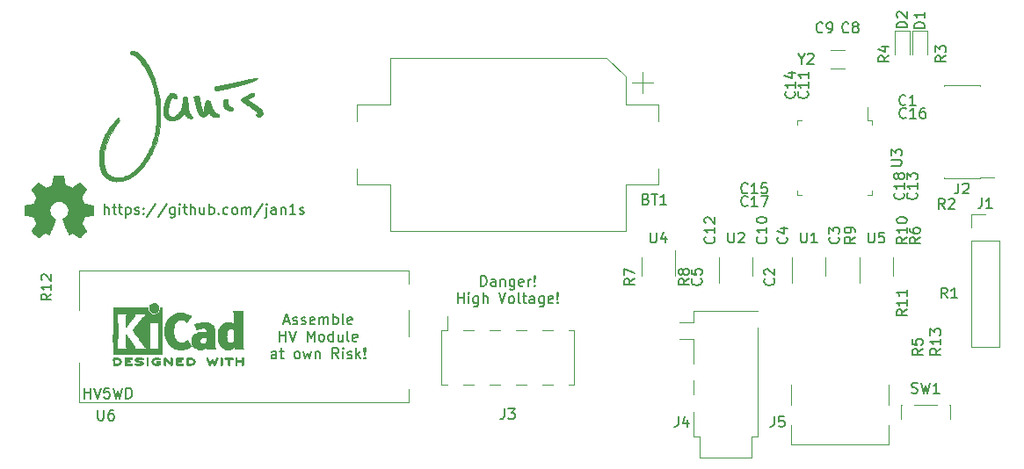
<source format=gbr>
G04 #@! TF.GenerationSoftware,KiCad,Pcbnew,(5.1.5-0-10_14)*
G04 #@! TF.CreationDate,2020-02-05T18:18:06+01:00*
G04 #@! TF.ProjectId,c100_rev_e,63313030-5f72-4657-965f-652e6b696361,rev?*
G04 #@! TF.SameCoordinates,Original*
G04 #@! TF.FileFunction,Legend,Top*
G04 #@! TF.FilePolarity,Positive*
%FSLAX46Y46*%
G04 Gerber Fmt 4.6, Leading zero omitted, Abs format (unit mm)*
G04 Created by KiCad (PCBNEW (5.1.5-0-10_14)) date 2020-02-05 18:18:06*
%MOMM*%
%LPD*%
G04 APERTURE LIST*
%ADD10C,0.150000*%
%ADD11C,0.010000*%
%ADD12C,0.120000*%
G04 APERTURE END LIST*
D10*
X9238095Y3547619D02*
X9238095Y4547619D01*
X9238095Y4071428D02*
X9809523Y4071428D01*
X9809523Y3547619D02*
X9809523Y4547619D01*
X10142857Y4547619D02*
X10476190Y3547619D01*
X10809523Y4547619D01*
X11619047Y4547619D02*
X11142857Y4547619D01*
X11095238Y4071428D01*
X11142857Y4119047D01*
X11238095Y4166666D01*
X11476190Y4166666D01*
X11571428Y4119047D01*
X11619047Y4071428D01*
X11666666Y3976190D01*
X11666666Y3738095D01*
X11619047Y3642857D01*
X11571428Y3595238D01*
X11476190Y3547619D01*
X11238095Y3547619D01*
X11142857Y3595238D01*
X11095238Y3642857D01*
X12000000Y4547619D02*
X12238095Y3547619D01*
X12428571Y4261904D01*
X12619047Y3547619D01*
X12857142Y4547619D01*
X13238095Y3547619D02*
X13238095Y4547619D01*
X13476190Y4547619D01*
X13619047Y4500000D01*
X13714285Y4404761D01*
X13761904Y4309523D01*
X13809523Y4119047D01*
X13809523Y3976190D01*
X13761904Y3785714D01*
X13714285Y3690476D01*
X13619047Y3595238D01*
X13476190Y3547619D01*
X13238095Y3547619D01*
X28464285Y10983333D02*
X28940476Y10983333D01*
X28369047Y10697619D02*
X28702380Y11697619D01*
X29035714Y10697619D01*
X29321428Y10745238D02*
X29416666Y10697619D01*
X29607142Y10697619D01*
X29702380Y10745238D01*
X29750000Y10840476D01*
X29750000Y10888095D01*
X29702380Y10983333D01*
X29607142Y11030952D01*
X29464285Y11030952D01*
X29369047Y11078571D01*
X29321428Y11173809D01*
X29321428Y11221428D01*
X29369047Y11316666D01*
X29464285Y11364285D01*
X29607142Y11364285D01*
X29702380Y11316666D01*
X30130952Y10745238D02*
X30226190Y10697619D01*
X30416666Y10697619D01*
X30511904Y10745238D01*
X30559523Y10840476D01*
X30559523Y10888095D01*
X30511904Y10983333D01*
X30416666Y11030952D01*
X30273809Y11030952D01*
X30178571Y11078571D01*
X30130952Y11173809D01*
X30130952Y11221428D01*
X30178571Y11316666D01*
X30273809Y11364285D01*
X30416666Y11364285D01*
X30511904Y11316666D01*
X31369047Y10745238D02*
X31273809Y10697619D01*
X31083333Y10697619D01*
X30988095Y10745238D01*
X30940476Y10840476D01*
X30940476Y11221428D01*
X30988095Y11316666D01*
X31083333Y11364285D01*
X31273809Y11364285D01*
X31369047Y11316666D01*
X31416666Y11221428D01*
X31416666Y11126190D01*
X30940476Y11030952D01*
X31845238Y10697619D02*
X31845238Y11364285D01*
X31845238Y11269047D02*
X31892857Y11316666D01*
X31988095Y11364285D01*
X32130952Y11364285D01*
X32226190Y11316666D01*
X32273809Y11221428D01*
X32273809Y10697619D01*
X32273809Y11221428D02*
X32321428Y11316666D01*
X32416666Y11364285D01*
X32559523Y11364285D01*
X32654761Y11316666D01*
X32702380Y11221428D01*
X32702380Y10697619D01*
X33178571Y10697619D02*
X33178571Y11697619D01*
X33178571Y11316666D02*
X33273809Y11364285D01*
X33464285Y11364285D01*
X33559523Y11316666D01*
X33607142Y11269047D01*
X33654761Y11173809D01*
X33654761Y10888095D01*
X33607142Y10792857D01*
X33559523Y10745238D01*
X33464285Y10697619D01*
X33273809Y10697619D01*
X33178571Y10745238D01*
X34226190Y10697619D02*
X34130952Y10745238D01*
X34083333Y10840476D01*
X34083333Y11697619D01*
X34988095Y10745238D02*
X34892857Y10697619D01*
X34702380Y10697619D01*
X34607142Y10745238D01*
X34559523Y10840476D01*
X34559523Y11221428D01*
X34607142Y11316666D01*
X34702380Y11364285D01*
X34892857Y11364285D01*
X34988095Y11316666D01*
X35035714Y11221428D01*
X35035714Y11126190D01*
X34559523Y11030952D01*
X28035714Y9047619D02*
X28035714Y10047619D01*
X28035714Y9571428D02*
X28607142Y9571428D01*
X28607142Y9047619D02*
X28607142Y10047619D01*
X28940476Y10047619D02*
X29273809Y9047619D01*
X29607142Y10047619D01*
X30702380Y9047619D02*
X30702380Y10047619D01*
X31035714Y9333333D01*
X31369047Y10047619D01*
X31369047Y9047619D01*
X31988095Y9047619D02*
X31892857Y9095238D01*
X31845238Y9142857D01*
X31797619Y9238095D01*
X31797619Y9523809D01*
X31845238Y9619047D01*
X31892857Y9666666D01*
X31988095Y9714285D01*
X32130952Y9714285D01*
X32226190Y9666666D01*
X32273809Y9619047D01*
X32321428Y9523809D01*
X32321428Y9238095D01*
X32273809Y9142857D01*
X32226190Y9095238D01*
X32130952Y9047619D01*
X31988095Y9047619D01*
X33178571Y9047619D02*
X33178571Y10047619D01*
X33178571Y9095238D02*
X33083333Y9047619D01*
X32892857Y9047619D01*
X32797619Y9095238D01*
X32750000Y9142857D01*
X32702380Y9238095D01*
X32702380Y9523809D01*
X32750000Y9619047D01*
X32797619Y9666666D01*
X32892857Y9714285D01*
X33083333Y9714285D01*
X33178571Y9666666D01*
X34083333Y9714285D02*
X34083333Y9047619D01*
X33654761Y9714285D02*
X33654761Y9190476D01*
X33702380Y9095238D01*
X33797619Y9047619D01*
X33940476Y9047619D01*
X34035714Y9095238D01*
X34083333Y9142857D01*
X34702380Y9047619D02*
X34607142Y9095238D01*
X34559523Y9190476D01*
X34559523Y10047619D01*
X35464285Y9095238D02*
X35369047Y9047619D01*
X35178571Y9047619D01*
X35083333Y9095238D01*
X35035714Y9190476D01*
X35035714Y9571428D01*
X35083333Y9666666D01*
X35178571Y9714285D01*
X35369047Y9714285D01*
X35464285Y9666666D01*
X35511904Y9571428D01*
X35511904Y9476190D01*
X35035714Y9380952D01*
X27702380Y7397619D02*
X27702380Y7921428D01*
X27654761Y8016666D01*
X27559523Y8064285D01*
X27369047Y8064285D01*
X27273809Y8016666D01*
X27702380Y7445238D02*
X27607142Y7397619D01*
X27369047Y7397619D01*
X27273809Y7445238D01*
X27226190Y7540476D01*
X27226190Y7635714D01*
X27273809Y7730952D01*
X27369047Y7778571D01*
X27607142Y7778571D01*
X27702380Y7826190D01*
X28035714Y8064285D02*
X28416666Y8064285D01*
X28178571Y8397619D02*
X28178571Y7540476D01*
X28226190Y7445238D01*
X28321428Y7397619D01*
X28416666Y7397619D01*
X29654761Y7397619D02*
X29559523Y7445238D01*
X29511904Y7492857D01*
X29464285Y7588095D01*
X29464285Y7873809D01*
X29511904Y7969047D01*
X29559523Y8016666D01*
X29654761Y8064285D01*
X29797619Y8064285D01*
X29892857Y8016666D01*
X29940476Y7969047D01*
X29988095Y7873809D01*
X29988095Y7588095D01*
X29940476Y7492857D01*
X29892857Y7445238D01*
X29797619Y7397619D01*
X29654761Y7397619D01*
X30321428Y8064285D02*
X30511904Y7397619D01*
X30702380Y7873809D01*
X30892857Y7397619D01*
X31083333Y8064285D01*
X31464285Y8064285D02*
X31464285Y7397619D01*
X31464285Y7969047D02*
X31511904Y8016666D01*
X31607142Y8064285D01*
X31749999Y8064285D01*
X31845238Y8016666D01*
X31892857Y7921428D01*
X31892857Y7397619D01*
X33702380Y7397619D02*
X33369047Y7873809D01*
X33130952Y7397619D02*
X33130952Y8397619D01*
X33511904Y8397619D01*
X33607142Y8350000D01*
X33654761Y8302380D01*
X33702380Y8207142D01*
X33702380Y8064285D01*
X33654761Y7969047D01*
X33607142Y7921428D01*
X33511904Y7873809D01*
X33130952Y7873809D01*
X34130952Y7397619D02*
X34130952Y8064285D01*
X34130952Y8397619D02*
X34083333Y8350000D01*
X34130952Y8302380D01*
X34178571Y8350000D01*
X34130952Y8397619D01*
X34130952Y8302380D01*
X34559523Y7445238D02*
X34654761Y7397619D01*
X34845238Y7397619D01*
X34940476Y7445238D01*
X34988095Y7540476D01*
X34988095Y7588095D01*
X34940476Y7683333D01*
X34845238Y7730952D01*
X34702380Y7730952D01*
X34607142Y7778571D01*
X34559523Y7873809D01*
X34559523Y7921428D01*
X34607142Y8016666D01*
X34702380Y8064285D01*
X34845238Y8064285D01*
X34940476Y8016666D01*
X35416666Y7397619D02*
X35416666Y8397619D01*
X35511904Y7778571D02*
X35797619Y7397619D01*
X35797619Y8064285D02*
X35416666Y7683333D01*
X36226190Y7492857D02*
X36273809Y7445238D01*
X36226190Y7397619D01*
X36178571Y7445238D01*
X36226190Y7492857D01*
X36226190Y7397619D01*
X36226190Y7778571D02*
X36178571Y8350000D01*
X36226190Y8397619D01*
X36273809Y8350000D01*
X36226190Y7778571D01*
X36226190Y8397619D01*
X47404761Y14372619D02*
X47404761Y15372619D01*
X47642857Y15372619D01*
X47785714Y15325000D01*
X47880952Y15229761D01*
X47928571Y15134523D01*
X47976190Y14944047D01*
X47976190Y14801190D01*
X47928571Y14610714D01*
X47880952Y14515476D01*
X47785714Y14420238D01*
X47642857Y14372619D01*
X47404761Y14372619D01*
X48833333Y14372619D02*
X48833333Y14896428D01*
X48785714Y14991666D01*
X48690476Y15039285D01*
X48500000Y15039285D01*
X48404761Y14991666D01*
X48833333Y14420238D02*
X48738095Y14372619D01*
X48500000Y14372619D01*
X48404761Y14420238D01*
X48357142Y14515476D01*
X48357142Y14610714D01*
X48404761Y14705952D01*
X48500000Y14753571D01*
X48738095Y14753571D01*
X48833333Y14801190D01*
X49309523Y15039285D02*
X49309523Y14372619D01*
X49309523Y14944047D02*
X49357142Y14991666D01*
X49452380Y15039285D01*
X49595238Y15039285D01*
X49690476Y14991666D01*
X49738095Y14896428D01*
X49738095Y14372619D01*
X50642857Y15039285D02*
X50642857Y14229761D01*
X50595238Y14134523D01*
X50547619Y14086904D01*
X50452380Y14039285D01*
X50309523Y14039285D01*
X50214285Y14086904D01*
X50642857Y14420238D02*
X50547619Y14372619D01*
X50357142Y14372619D01*
X50261904Y14420238D01*
X50214285Y14467857D01*
X50166666Y14563095D01*
X50166666Y14848809D01*
X50214285Y14944047D01*
X50261904Y14991666D01*
X50357142Y15039285D01*
X50547619Y15039285D01*
X50642857Y14991666D01*
X51500000Y14420238D02*
X51404761Y14372619D01*
X51214285Y14372619D01*
X51119047Y14420238D01*
X51071428Y14515476D01*
X51071428Y14896428D01*
X51119047Y14991666D01*
X51214285Y15039285D01*
X51404761Y15039285D01*
X51500000Y14991666D01*
X51547619Y14896428D01*
X51547619Y14801190D01*
X51071428Y14705952D01*
X51976190Y14372619D02*
X51976190Y15039285D01*
X51976190Y14848809D02*
X52023809Y14944047D01*
X52071428Y14991666D01*
X52166666Y15039285D01*
X52261904Y15039285D01*
X52595238Y14467857D02*
X52642857Y14420238D01*
X52595238Y14372619D01*
X52547619Y14420238D01*
X52595238Y14467857D01*
X52595238Y14372619D01*
X52595238Y14753571D02*
X52547619Y15325000D01*
X52595238Y15372619D01*
X52642857Y15325000D01*
X52595238Y14753571D01*
X52595238Y15372619D01*
X45190476Y12722619D02*
X45190476Y13722619D01*
X45190476Y13246428D02*
X45761904Y13246428D01*
X45761904Y12722619D02*
X45761904Y13722619D01*
X46238095Y12722619D02*
X46238095Y13389285D01*
X46238095Y13722619D02*
X46190476Y13675000D01*
X46238095Y13627380D01*
X46285714Y13675000D01*
X46238095Y13722619D01*
X46238095Y13627380D01*
X47142857Y13389285D02*
X47142857Y12579761D01*
X47095238Y12484523D01*
X47047619Y12436904D01*
X46952380Y12389285D01*
X46809523Y12389285D01*
X46714285Y12436904D01*
X47142857Y12770238D02*
X47047619Y12722619D01*
X46857142Y12722619D01*
X46761904Y12770238D01*
X46714285Y12817857D01*
X46666666Y12913095D01*
X46666666Y13198809D01*
X46714285Y13294047D01*
X46761904Y13341666D01*
X46857142Y13389285D01*
X47047619Y13389285D01*
X47142857Y13341666D01*
X47619047Y12722619D02*
X47619047Y13722619D01*
X48047619Y12722619D02*
X48047619Y13246428D01*
X48000000Y13341666D01*
X47904761Y13389285D01*
X47761904Y13389285D01*
X47666666Y13341666D01*
X47619047Y13294047D01*
X49142857Y13722619D02*
X49476190Y12722619D01*
X49809523Y13722619D01*
X50285714Y12722619D02*
X50190476Y12770238D01*
X50142857Y12817857D01*
X50095238Y12913095D01*
X50095238Y13198809D01*
X50142857Y13294047D01*
X50190476Y13341666D01*
X50285714Y13389285D01*
X50428571Y13389285D01*
X50523809Y13341666D01*
X50571428Y13294047D01*
X50619047Y13198809D01*
X50619047Y12913095D01*
X50571428Y12817857D01*
X50523809Y12770238D01*
X50428571Y12722619D01*
X50285714Y12722619D01*
X51190476Y12722619D02*
X51095238Y12770238D01*
X51047619Y12865476D01*
X51047619Y13722619D01*
X51428571Y13389285D02*
X51809523Y13389285D01*
X51571428Y13722619D02*
X51571428Y12865476D01*
X51619047Y12770238D01*
X51714285Y12722619D01*
X51809523Y12722619D01*
X52571428Y12722619D02*
X52571428Y13246428D01*
X52523809Y13341666D01*
X52428571Y13389285D01*
X52238095Y13389285D01*
X52142857Y13341666D01*
X52571428Y12770238D02*
X52476190Y12722619D01*
X52238095Y12722619D01*
X52142857Y12770238D01*
X52095238Y12865476D01*
X52095238Y12960714D01*
X52142857Y13055952D01*
X52238095Y13103571D01*
X52476190Y13103571D01*
X52571428Y13151190D01*
X53476190Y13389285D02*
X53476190Y12579761D01*
X53428571Y12484523D01*
X53380952Y12436904D01*
X53285714Y12389285D01*
X53142857Y12389285D01*
X53047619Y12436904D01*
X53476190Y12770238D02*
X53380952Y12722619D01*
X53190476Y12722619D01*
X53095238Y12770238D01*
X53047619Y12817857D01*
X53000000Y12913095D01*
X53000000Y13198809D01*
X53047619Y13294047D01*
X53095238Y13341666D01*
X53190476Y13389285D01*
X53380952Y13389285D01*
X53476190Y13341666D01*
X54333333Y12770238D02*
X54238095Y12722619D01*
X54047619Y12722619D01*
X53952380Y12770238D01*
X53904761Y12865476D01*
X53904761Y13246428D01*
X53952380Y13341666D01*
X54047619Y13389285D01*
X54238095Y13389285D01*
X54333333Y13341666D01*
X54380952Y13246428D01*
X54380952Y13151190D01*
X53904761Y13055952D01*
X54809523Y12817857D02*
X54857142Y12770238D01*
X54809523Y12722619D01*
X54761904Y12770238D01*
X54809523Y12817857D01*
X54809523Y12722619D01*
X54809523Y13103571D02*
X54761904Y13675000D01*
X54809523Y13722619D01*
X54857142Y13675000D01*
X54809523Y13103571D01*
X54809523Y13722619D01*
X11154761Y21297619D02*
X11154761Y22297619D01*
X11583333Y21297619D02*
X11583333Y21821428D01*
X11535714Y21916666D01*
X11440476Y21964285D01*
X11297619Y21964285D01*
X11202380Y21916666D01*
X11154761Y21869047D01*
X11916666Y21964285D02*
X12297619Y21964285D01*
X12059523Y22297619D02*
X12059523Y21440476D01*
X12107142Y21345238D01*
X12202380Y21297619D01*
X12297619Y21297619D01*
X12488095Y21964285D02*
X12869047Y21964285D01*
X12630952Y22297619D02*
X12630952Y21440476D01*
X12678571Y21345238D01*
X12773809Y21297619D01*
X12869047Y21297619D01*
X13202380Y21964285D02*
X13202380Y20964285D01*
X13202380Y21916666D02*
X13297619Y21964285D01*
X13488095Y21964285D01*
X13583333Y21916666D01*
X13630952Y21869047D01*
X13678571Y21773809D01*
X13678571Y21488095D01*
X13630952Y21392857D01*
X13583333Y21345238D01*
X13488095Y21297619D01*
X13297619Y21297619D01*
X13202380Y21345238D01*
X14059523Y21345238D02*
X14154761Y21297619D01*
X14345238Y21297619D01*
X14440476Y21345238D01*
X14488095Y21440476D01*
X14488095Y21488095D01*
X14440476Y21583333D01*
X14345238Y21630952D01*
X14202380Y21630952D01*
X14107142Y21678571D01*
X14059523Y21773809D01*
X14059523Y21821428D01*
X14107142Y21916666D01*
X14202380Y21964285D01*
X14345238Y21964285D01*
X14440476Y21916666D01*
X14916666Y21392857D02*
X14964285Y21345238D01*
X14916666Y21297619D01*
X14869047Y21345238D01*
X14916666Y21392857D01*
X14916666Y21297619D01*
X14916666Y21916666D02*
X14964285Y21869047D01*
X14916666Y21821428D01*
X14869047Y21869047D01*
X14916666Y21916666D01*
X14916666Y21821428D01*
X16107142Y22345238D02*
X15250000Y21059523D01*
X17154761Y22345238D02*
X16297619Y21059523D01*
X17916666Y21964285D02*
X17916666Y21154761D01*
X17869047Y21059523D01*
X17821428Y21011904D01*
X17726190Y20964285D01*
X17583333Y20964285D01*
X17488095Y21011904D01*
X17916666Y21345238D02*
X17821428Y21297619D01*
X17630952Y21297619D01*
X17535714Y21345238D01*
X17488095Y21392857D01*
X17440476Y21488095D01*
X17440476Y21773809D01*
X17488095Y21869047D01*
X17535714Y21916666D01*
X17630952Y21964285D01*
X17821428Y21964285D01*
X17916666Y21916666D01*
X18392857Y21297619D02*
X18392857Y21964285D01*
X18392857Y22297619D02*
X18345238Y22250000D01*
X18392857Y22202380D01*
X18440476Y22250000D01*
X18392857Y22297619D01*
X18392857Y22202380D01*
X18726190Y21964285D02*
X19107142Y21964285D01*
X18869047Y22297619D02*
X18869047Y21440476D01*
X18916666Y21345238D01*
X19011904Y21297619D01*
X19107142Y21297619D01*
X19440476Y21297619D02*
X19440476Y22297619D01*
X19869047Y21297619D02*
X19869047Y21821428D01*
X19821428Y21916666D01*
X19726190Y21964285D01*
X19583333Y21964285D01*
X19488095Y21916666D01*
X19440476Y21869047D01*
X20773809Y21964285D02*
X20773809Y21297619D01*
X20345238Y21964285D02*
X20345238Y21440476D01*
X20392857Y21345238D01*
X20488095Y21297619D01*
X20630952Y21297619D01*
X20726190Y21345238D01*
X20773809Y21392857D01*
X21250000Y21297619D02*
X21250000Y22297619D01*
X21250000Y21916666D02*
X21345238Y21964285D01*
X21535714Y21964285D01*
X21630952Y21916666D01*
X21678571Y21869047D01*
X21726190Y21773809D01*
X21726190Y21488095D01*
X21678571Y21392857D01*
X21630952Y21345238D01*
X21535714Y21297619D01*
X21345238Y21297619D01*
X21250000Y21345238D01*
X22154761Y21392857D02*
X22202380Y21345238D01*
X22154761Y21297619D01*
X22107142Y21345238D01*
X22154761Y21392857D01*
X22154761Y21297619D01*
X23059523Y21345238D02*
X22964285Y21297619D01*
X22773809Y21297619D01*
X22678571Y21345238D01*
X22630952Y21392857D01*
X22583333Y21488095D01*
X22583333Y21773809D01*
X22630952Y21869047D01*
X22678571Y21916666D01*
X22773809Y21964285D01*
X22964285Y21964285D01*
X23059523Y21916666D01*
X23630952Y21297619D02*
X23535714Y21345238D01*
X23488095Y21392857D01*
X23440476Y21488095D01*
X23440476Y21773809D01*
X23488095Y21869047D01*
X23535714Y21916666D01*
X23630952Y21964285D01*
X23773809Y21964285D01*
X23869047Y21916666D01*
X23916666Y21869047D01*
X23964285Y21773809D01*
X23964285Y21488095D01*
X23916666Y21392857D01*
X23869047Y21345238D01*
X23773809Y21297619D01*
X23630952Y21297619D01*
X24392857Y21297619D02*
X24392857Y21964285D01*
X24392857Y21869047D02*
X24440476Y21916666D01*
X24535714Y21964285D01*
X24678571Y21964285D01*
X24773809Y21916666D01*
X24821428Y21821428D01*
X24821428Y21297619D01*
X24821428Y21821428D02*
X24869047Y21916666D01*
X24964285Y21964285D01*
X25107142Y21964285D01*
X25202380Y21916666D01*
X25250000Y21821428D01*
X25250000Y21297619D01*
X26440476Y22345238D02*
X25583333Y21059523D01*
X26773809Y21964285D02*
X26773809Y21107142D01*
X26726190Y21011904D01*
X26630952Y20964285D01*
X26583333Y20964285D01*
X26773809Y22297619D02*
X26726190Y22250000D01*
X26773809Y22202380D01*
X26821428Y22250000D01*
X26773809Y22297619D01*
X26773809Y22202380D01*
X27678571Y21297619D02*
X27678571Y21821428D01*
X27630952Y21916666D01*
X27535714Y21964285D01*
X27345238Y21964285D01*
X27250000Y21916666D01*
X27678571Y21345238D02*
X27583333Y21297619D01*
X27345238Y21297619D01*
X27250000Y21345238D01*
X27202380Y21440476D01*
X27202380Y21535714D01*
X27250000Y21630952D01*
X27345238Y21678571D01*
X27583333Y21678571D01*
X27678571Y21726190D01*
X28154761Y21964285D02*
X28154761Y21297619D01*
X28154761Y21869047D02*
X28202380Y21916666D01*
X28297619Y21964285D01*
X28440476Y21964285D01*
X28535714Y21916666D01*
X28583333Y21821428D01*
X28583333Y21297619D01*
X29583333Y21297619D02*
X29011904Y21297619D01*
X29297619Y21297619D02*
X29297619Y22297619D01*
X29202380Y22154761D01*
X29107142Y22059523D01*
X29011904Y22011904D01*
X29964285Y21345238D02*
X30059523Y21297619D01*
X30249999Y21297619D01*
X30345238Y21345238D01*
X30392857Y21440476D01*
X30392857Y21488095D01*
X30345238Y21583333D01*
X30249999Y21630952D01*
X30107142Y21630952D01*
X30011904Y21678571D01*
X29964285Y21773809D01*
X29964285Y21821428D01*
X30011904Y21916666D01*
X30107142Y21964285D01*
X30249999Y21964285D01*
X30345238Y21916666D01*
D11*
G36*
X13976102Y37030152D02*
G01*
X14034656Y37021155D01*
X14062055Y37014896D01*
X14155857Y36984234D01*
X14251142Y36940136D01*
X14347956Y36882554D01*
X14446347Y36811439D01*
X14546361Y36726743D01*
X14648045Y36628419D01*
X14751447Y36516417D01*
X14856613Y36390690D01*
X14963589Y36251189D01*
X15072424Y36097867D01*
X15183163Y35930674D01*
X15295854Y35749562D01*
X15300537Y35741806D01*
X15466452Y35454143D01*
X15619956Y35161907D01*
X15761157Y34864745D01*
X15890162Y34562303D01*
X16007079Y34254226D01*
X16112015Y33940160D01*
X16205077Y33619752D01*
X16286375Y33292646D01*
X16356014Y32958490D01*
X16414103Y32616929D01*
X16460750Y32267608D01*
X16496061Y31910174D01*
X16506466Y31773056D01*
X16515938Y31615384D01*
X16523262Y31446410D01*
X16528433Y31268779D01*
X16531446Y31085137D01*
X16532295Y30898130D01*
X16530974Y30710402D01*
X16527477Y30524601D01*
X16521799Y30343371D01*
X16513934Y30169357D01*
X16510087Y30100889D01*
X16486775Y29798964D01*
X16453274Y29506018D01*
X16409345Y29221026D01*
X16354746Y28942961D01*
X16289238Y28670795D01*
X16212581Y28403503D01*
X16124536Y28140056D01*
X16024861Y27879429D01*
X15949025Y27700353D01*
X15909367Y27612627D01*
X15863448Y27515139D01*
X15812425Y27410132D01*
X15757454Y27299849D01*
X15699690Y27186534D01*
X15640291Y27072430D01*
X15580411Y26959781D01*
X15521206Y26850828D01*
X15463834Y26747816D01*
X15409449Y26652989D01*
X15408126Y26650723D01*
X15355752Y26563872D01*
X15295617Y26469051D01*
X15229453Y26368727D01*
X15158997Y26265366D01*
X15085981Y26161436D01*
X15012140Y26059404D01*
X14939209Y25961737D01*
X14868922Y25870902D01*
X14803012Y25789367D01*
X14800561Y25786417D01*
X14777317Y25759690D01*
X14745622Y25725040D01*
X14706808Y25683800D01*
X14662210Y25637302D01*
X14613163Y25586879D01*
X14561000Y25533861D01*
X14507056Y25479583D01*
X14452666Y25425375D01*
X14399163Y25372570D01*
X14347881Y25322500D01*
X14300156Y25276498D01*
X14257321Y25235895D01*
X14220711Y25202024D01*
X14191660Y25176216D01*
X14177977Y25164808D01*
X14069640Y25082497D01*
X13953562Y25002329D01*
X13831411Y24925101D01*
X13704852Y24851615D01*
X13575554Y24782671D01*
X13445183Y24719068D01*
X13315405Y24661608D01*
X13187889Y24611089D01*
X13064300Y24568312D01*
X12946306Y24534078D01*
X12835574Y24509186D01*
X12798808Y24502823D01*
X12729322Y24493099D01*
X12652797Y24484615D01*
X12571871Y24477502D01*
X12489184Y24471889D01*
X12407374Y24467906D01*
X12329080Y24465684D01*
X12256940Y24465351D01*
X12193595Y24467038D01*
X12144182Y24470608D01*
X12019156Y24489219D01*
X11896719Y24518783D01*
X11776049Y24559701D01*
X11656326Y24612376D01*
X11536727Y24677210D01*
X11416434Y24754604D01*
X11294623Y24844961D01*
X11173483Y24946038D01*
X11134758Y24980499D01*
X11104394Y25008930D01*
X11079801Y25034198D01*
X11058386Y25059171D01*
X11037559Y25086715D01*
X11014727Y25119698D01*
X11009498Y25127490D01*
X10933708Y25252535D01*
X10866055Y25388338D01*
X10806620Y25534075D01*
X10755483Y25688919D01*
X10712724Y25852044D01*
X10678425Y26022624D01*
X10652664Y26199834D01*
X10635524Y26382847D01*
X10627084Y26570838D01*
X10627424Y26762981D01*
X10636625Y26958450D01*
X10654767Y27156419D01*
X10681931Y27356062D01*
X10718197Y27556553D01*
X10756412Y27727734D01*
X10792731Y27869813D01*
X10831182Y28005163D01*
X10872671Y28136184D01*
X10918102Y28265279D01*
X10968382Y28394847D01*
X11024415Y28527290D01*
X11087106Y28665008D01*
X11157362Y28810402D01*
X11187002Y28869695D01*
X11286631Y29061614D01*
X11386176Y29241473D01*
X11487007Y29411248D01*
X11590495Y29572913D01*
X11698008Y29728445D01*
X11810917Y29879820D01*
X11930591Y30029013D01*
X12058399Y30178001D01*
X12195711Y30328758D01*
X12206184Y30339928D01*
X12270462Y30406919D01*
X12326702Y30462474D01*
X12374884Y30506578D01*
X12414992Y30539216D01*
X12447006Y30560373D01*
X12470908Y30570034D01*
X12484002Y30569544D01*
X12495031Y30558696D01*
X12503845Y30537805D01*
X12509034Y30510914D01*
X12509833Y30495407D01*
X12514240Y30459742D01*
X12528819Y30429776D01*
X12549661Y30406385D01*
X12564973Y30390362D01*
X12571335Y30377610D01*
X12571076Y30362920D01*
X12570519Y30359740D01*
X12562776Y30335917D01*
X12546668Y30301544D01*
X12522538Y30257174D01*
X12490729Y30203360D01*
X12451586Y30140653D01*
X12405451Y30069606D01*
X12352669Y29990773D01*
X12293584Y29904706D01*
X12239429Y29827359D01*
X12198123Y29768758D01*
X12163494Y29719359D01*
X12134014Y29676882D01*
X12108155Y29639047D01*
X12084390Y29603576D01*
X12061190Y29568189D01*
X12037028Y29530606D01*
X12010377Y29488548D01*
X11980624Y29441195D01*
X11838870Y29205225D01*
X11707712Y28966723D01*
X11587464Y28726505D01*
X11478439Y28485383D01*
X11380953Y28244172D01*
X11295319Y28003687D01*
X11221853Y27764740D01*
X11160869Y27528146D01*
X11112681Y27294719D01*
X11085297Y27123445D01*
X11076684Y27060101D01*
X11069719Y27004465D01*
X11064233Y26953814D01*
X11060058Y26905424D01*
X11057025Y26856569D01*
X11054964Y26804526D01*
X11053708Y26746570D01*
X11053086Y26679977D01*
X11052931Y26602022D01*
X11052931Y26601334D01*
X11053103Y26527325D01*
X11053621Y26465398D01*
X11054562Y26413528D01*
X11055998Y26369688D01*
X11058005Y26331852D01*
X11060657Y26297994D01*
X11064028Y26266088D01*
X11065767Y26252084D01*
X11093010Y26081685D01*
X11129330Y25921572D01*
X11174654Y25771846D01*
X11228911Y25632609D01*
X11292029Y25503961D01*
X11363937Y25386004D01*
X11444564Y25278840D01*
X11533837Y25182570D01*
X11631686Y25097295D01*
X11738038Y25023116D01*
X11852822Y24960135D01*
X11975967Y24908453D01*
X12026527Y24891292D01*
X12103144Y24869001D01*
X12177448Y24852006D01*
X12252863Y24839836D01*
X12332813Y24832016D01*
X12420721Y24828072D01*
X12488666Y24827364D01*
X12593197Y24829318D01*
X12687976Y24835379D01*
X12776927Y24846167D01*
X12863970Y24862302D01*
X12953029Y24884403D01*
X13048025Y24913089D01*
X13063694Y24918218D01*
X13223889Y24978152D01*
X13383742Y25051819D01*
X13542904Y25138839D01*
X13701029Y25238834D01*
X13857767Y25351425D01*
X14012772Y25476233D01*
X14165694Y25612880D01*
X14316187Y25760988D01*
X14463903Y25920176D01*
X14608493Y26090066D01*
X14749609Y26270281D01*
X14886904Y26460440D01*
X15020030Y26660166D01*
X15148639Y26869078D01*
X15272383Y27086800D01*
X15390913Y27312952D01*
X15503883Y27547155D01*
X15529002Y27602030D01*
X15620140Y27810445D01*
X15702812Y28015325D01*
X15777382Y28218209D01*
X15844213Y28420636D01*
X15903667Y28624145D01*
X15956108Y28830275D01*
X16001900Y29040564D01*
X16041405Y29256552D01*
X16074986Y29479777D01*
X16103007Y29711777D01*
X16125831Y29954093D01*
X16143728Y30206723D01*
X16146156Y30255584D01*
X16148350Y30316691D01*
X16150298Y30388179D01*
X16151987Y30468183D01*
X16153406Y30554838D01*
X16154542Y30646282D01*
X16155384Y30740649D01*
X16155919Y30836075D01*
X16156137Y30930696D01*
X16156024Y31022647D01*
X16155568Y31110064D01*
X16154758Y31191083D01*
X16153582Y31263839D01*
X16152027Y31326469D01*
X16151110Y31353250D01*
X16135312Y31668953D01*
X16112432Y31973323D01*
X16082290Y32267340D01*
X16044702Y32551980D01*
X15999486Y32828222D01*
X15946459Y33097043D01*
X15885441Y33359422D01*
X15816248Y33616335D01*
X15738698Y33868762D01*
X15652610Y34117679D01*
X15619263Y34207223D01*
X15549064Y34384510D01*
X15473308Y34561442D01*
X15392561Y34737145D01*
X15307387Y34910744D01*
X15218352Y35081365D01*
X15126021Y35248133D01*
X15030959Y35410174D01*
X14933731Y35566613D01*
X14834902Y35716575D01*
X14735038Y35859186D01*
X14634702Y35993571D01*
X14534462Y36118856D01*
X14434881Y36234167D01*
X14336525Y36338627D01*
X14239958Y36431364D01*
X14145747Y36511503D01*
X14114972Y36535259D01*
X14049888Y36581351D01*
X13988916Y36618144D01*
X13927973Y36647825D01*
X13862976Y36672581D01*
X13851784Y36676277D01*
X13798908Y36694272D01*
X13757880Y36710448D01*
X13726741Y36725901D01*
X13703532Y36741730D01*
X13686294Y36759028D01*
X13675235Y36775090D01*
X13666187Y36791960D01*
X13660580Y36807833D01*
X13657613Y36826914D01*
X13656487Y36853407D01*
X13656361Y36874223D01*
X13658146Y36918056D01*
X13664281Y36950775D01*
X13675936Y36975015D01*
X13694278Y36993410D01*
X13714753Y37005789D01*
X13752528Y37019638D01*
X13800642Y37029080D01*
X13856003Y37034034D01*
X13915521Y37034418D01*
X13976102Y37030152D01*
G37*
X13976102Y37030152D02*
X14034656Y37021155D01*
X14062055Y37014896D01*
X14155857Y36984234D01*
X14251142Y36940136D01*
X14347956Y36882554D01*
X14446347Y36811439D01*
X14546361Y36726743D01*
X14648045Y36628419D01*
X14751447Y36516417D01*
X14856613Y36390690D01*
X14963589Y36251189D01*
X15072424Y36097867D01*
X15183163Y35930674D01*
X15295854Y35749562D01*
X15300537Y35741806D01*
X15466452Y35454143D01*
X15619956Y35161907D01*
X15761157Y34864745D01*
X15890162Y34562303D01*
X16007079Y34254226D01*
X16112015Y33940160D01*
X16205077Y33619752D01*
X16286375Y33292646D01*
X16356014Y32958490D01*
X16414103Y32616929D01*
X16460750Y32267608D01*
X16496061Y31910174D01*
X16506466Y31773056D01*
X16515938Y31615384D01*
X16523262Y31446410D01*
X16528433Y31268779D01*
X16531446Y31085137D01*
X16532295Y30898130D01*
X16530974Y30710402D01*
X16527477Y30524601D01*
X16521799Y30343371D01*
X16513934Y30169357D01*
X16510087Y30100889D01*
X16486775Y29798964D01*
X16453274Y29506018D01*
X16409345Y29221026D01*
X16354746Y28942961D01*
X16289238Y28670795D01*
X16212581Y28403503D01*
X16124536Y28140056D01*
X16024861Y27879429D01*
X15949025Y27700353D01*
X15909367Y27612627D01*
X15863448Y27515139D01*
X15812425Y27410132D01*
X15757454Y27299849D01*
X15699690Y27186534D01*
X15640291Y27072430D01*
X15580411Y26959781D01*
X15521206Y26850828D01*
X15463834Y26747816D01*
X15409449Y26652989D01*
X15408126Y26650723D01*
X15355752Y26563872D01*
X15295617Y26469051D01*
X15229453Y26368727D01*
X15158997Y26265366D01*
X15085981Y26161436D01*
X15012140Y26059404D01*
X14939209Y25961737D01*
X14868922Y25870902D01*
X14803012Y25789367D01*
X14800561Y25786417D01*
X14777317Y25759690D01*
X14745622Y25725040D01*
X14706808Y25683800D01*
X14662210Y25637302D01*
X14613163Y25586879D01*
X14561000Y25533861D01*
X14507056Y25479583D01*
X14452666Y25425375D01*
X14399163Y25372570D01*
X14347881Y25322500D01*
X14300156Y25276498D01*
X14257321Y25235895D01*
X14220711Y25202024D01*
X14191660Y25176216D01*
X14177977Y25164808D01*
X14069640Y25082497D01*
X13953562Y25002329D01*
X13831411Y24925101D01*
X13704852Y24851615D01*
X13575554Y24782671D01*
X13445183Y24719068D01*
X13315405Y24661608D01*
X13187889Y24611089D01*
X13064300Y24568312D01*
X12946306Y24534078D01*
X12835574Y24509186D01*
X12798808Y24502823D01*
X12729322Y24493099D01*
X12652797Y24484615D01*
X12571871Y24477502D01*
X12489184Y24471889D01*
X12407374Y24467906D01*
X12329080Y24465684D01*
X12256940Y24465351D01*
X12193595Y24467038D01*
X12144182Y24470608D01*
X12019156Y24489219D01*
X11896719Y24518783D01*
X11776049Y24559701D01*
X11656326Y24612376D01*
X11536727Y24677210D01*
X11416434Y24754604D01*
X11294623Y24844961D01*
X11173483Y24946038D01*
X11134758Y24980499D01*
X11104394Y25008930D01*
X11079801Y25034198D01*
X11058386Y25059171D01*
X11037559Y25086715D01*
X11014727Y25119698D01*
X11009498Y25127490D01*
X10933708Y25252535D01*
X10866055Y25388338D01*
X10806620Y25534075D01*
X10755483Y25688919D01*
X10712724Y25852044D01*
X10678425Y26022624D01*
X10652664Y26199834D01*
X10635524Y26382847D01*
X10627084Y26570838D01*
X10627424Y26762981D01*
X10636625Y26958450D01*
X10654767Y27156419D01*
X10681931Y27356062D01*
X10718197Y27556553D01*
X10756412Y27727734D01*
X10792731Y27869813D01*
X10831182Y28005163D01*
X10872671Y28136184D01*
X10918102Y28265279D01*
X10968382Y28394847D01*
X11024415Y28527290D01*
X11087106Y28665008D01*
X11157362Y28810402D01*
X11187002Y28869695D01*
X11286631Y29061614D01*
X11386176Y29241473D01*
X11487007Y29411248D01*
X11590495Y29572913D01*
X11698008Y29728445D01*
X11810917Y29879820D01*
X11930591Y30029013D01*
X12058399Y30178001D01*
X12195711Y30328758D01*
X12206184Y30339928D01*
X12270462Y30406919D01*
X12326702Y30462474D01*
X12374884Y30506578D01*
X12414992Y30539216D01*
X12447006Y30560373D01*
X12470908Y30570034D01*
X12484002Y30569544D01*
X12495031Y30558696D01*
X12503845Y30537805D01*
X12509034Y30510914D01*
X12509833Y30495407D01*
X12514240Y30459742D01*
X12528819Y30429776D01*
X12549661Y30406385D01*
X12564973Y30390362D01*
X12571335Y30377610D01*
X12571076Y30362920D01*
X12570519Y30359740D01*
X12562776Y30335917D01*
X12546668Y30301544D01*
X12522538Y30257174D01*
X12490729Y30203360D01*
X12451586Y30140653D01*
X12405451Y30069606D01*
X12352669Y29990773D01*
X12293584Y29904706D01*
X12239429Y29827359D01*
X12198123Y29768758D01*
X12163494Y29719359D01*
X12134014Y29676882D01*
X12108155Y29639047D01*
X12084390Y29603576D01*
X12061190Y29568189D01*
X12037028Y29530606D01*
X12010377Y29488548D01*
X11980624Y29441195D01*
X11838870Y29205225D01*
X11707712Y28966723D01*
X11587464Y28726505D01*
X11478439Y28485383D01*
X11380953Y28244172D01*
X11295319Y28003687D01*
X11221853Y27764740D01*
X11160869Y27528146D01*
X11112681Y27294719D01*
X11085297Y27123445D01*
X11076684Y27060101D01*
X11069719Y27004465D01*
X11064233Y26953814D01*
X11060058Y26905424D01*
X11057025Y26856569D01*
X11054964Y26804526D01*
X11053708Y26746570D01*
X11053086Y26679977D01*
X11052931Y26602022D01*
X11052931Y26601334D01*
X11053103Y26527325D01*
X11053621Y26465398D01*
X11054562Y26413528D01*
X11055998Y26369688D01*
X11058005Y26331852D01*
X11060657Y26297994D01*
X11064028Y26266088D01*
X11065767Y26252084D01*
X11093010Y26081685D01*
X11129330Y25921572D01*
X11174654Y25771846D01*
X11228911Y25632609D01*
X11292029Y25503961D01*
X11363937Y25386004D01*
X11444564Y25278840D01*
X11533837Y25182570D01*
X11631686Y25097295D01*
X11738038Y25023116D01*
X11852822Y24960135D01*
X11975967Y24908453D01*
X12026527Y24891292D01*
X12103144Y24869001D01*
X12177448Y24852006D01*
X12252863Y24839836D01*
X12332813Y24832016D01*
X12420721Y24828072D01*
X12488666Y24827364D01*
X12593197Y24829318D01*
X12687976Y24835379D01*
X12776927Y24846167D01*
X12863970Y24862302D01*
X12953029Y24884403D01*
X13048025Y24913089D01*
X13063694Y24918218D01*
X13223889Y24978152D01*
X13383742Y25051819D01*
X13542904Y25138839D01*
X13701029Y25238834D01*
X13857767Y25351425D01*
X14012772Y25476233D01*
X14165694Y25612880D01*
X14316187Y25760988D01*
X14463903Y25920176D01*
X14608493Y26090066D01*
X14749609Y26270281D01*
X14886904Y26460440D01*
X15020030Y26660166D01*
X15148639Y26869078D01*
X15272383Y27086800D01*
X15390913Y27312952D01*
X15503883Y27547155D01*
X15529002Y27602030D01*
X15620140Y27810445D01*
X15702812Y28015325D01*
X15777382Y28218209D01*
X15844213Y28420636D01*
X15903667Y28624145D01*
X15956108Y28830275D01*
X16001900Y29040564D01*
X16041405Y29256552D01*
X16074986Y29479777D01*
X16103007Y29711777D01*
X16125831Y29954093D01*
X16143728Y30206723D01*
X16146156Y30255584D01*
X16148350Y30316691D01*
X16150298Y30388179D01*
X16151987Y30468183D01*
X16153406Y30554838D01*
X16154542Y30646282D01*
X16155384Y30740649D01*
X16155919Y30836075D01*
X16156137Y30930696D01*
X16156024Y31022647D01*
X16155568Y31110064D01*
X16154758Y31191083D01*
X16153582Y31263839D01*
X16152027Y31326469D01*
X16151110Y31353250D01*
X16135312Y31668953D01*
X16112432Y31973323D01*
X16082290Y32267340D01*
X16044702Y32551980D01*
X15999486Y32828222D01*
X15946459Y33097043D01*
X15885441Y33359422D01*
X15816248Y33616335D01*
X15738698Y33868762D01*
X15652610Y34117679D01*
X15619263Y34207223D01*
X15549064Y34384510D01*
X15473308Y34561442D01*
X15392561Y34737145D01*
X15307387Y34910744D01*
X15218352Y35081365D01*
X15126021Y35248133D01*
X15030959Y35410174D01*
X14933731Y35566613D01*
X14834902Y35716575D01*
X14735038Y35859186D01*
X14634702Y35993571D01*
X14534462Y36118856D01*
X14434881Y36234167D01*
X14336525Y36338627D01*
X14239958Y36431364D01*
X14145747Y36511503D01*
X14114972Y36535259D01*
X14049888Y36581351D01*
X13988916Y36618144D01*
X13927973Y36647825D01*
X13862976Y36672581D01*
X13851784Y36676277D01*
X13798908Y36694272D01*
X13757880Y36710448D01*
X13726741Y36725901D01*
X13703532Y36741730D01*
X13686294Y36759028D01*
X13675235Y36775090D01*
X13666187Y36791960D01*
X13660580Y36807833D01*
X13657613Y36826914D01*
X13656487Y36853407D01*
X13656361Y36874223D01*
X13658146Y36918056D01*
X13664281Y36950775D01*
X13675936Y36975015D01*
X13694278Y36993410D01*
X13714753Y37005789D01*
X13752528Y37019638D01*
X13800642Y37029080D01*
X13856003Y37034034D01*
X13915521Y37034418D01*
X13976102Y37030152D01*
G36*
X17753901Y32985050D02*
G01*
X17824321Y32970405D01*
X17890760Y32944743D01*
X17951528Y32907985D01*
X17989889Y32875511D01*
X18026295Y32835667D01*
X18061954Y32788425D01*
X18094556Y32737512D01*
X18121790Y32686657D01*
X18141345Y32639587D01*
X18146400Y32623028D01*
X18149501Y32585883D01*
X18140149Y32550354D01*
X18119927Y32519519D01*
X18090418Y32496456D01*
X18078456Y32490895D01*
X18033467Y32478246D01*
X17985850Y32475305D01*
X17933951Y32482298D01*
X17876114Y32499452D01*
X17810686Y32526995D01*
X17808819Y32527876D01*
X17762402Y32548144D01*
X17725104Y32559859D01*
X17694628Y32562760D01*
X17668673Y32556583D01*
X17644940Y32541066D01*
X17621131Y32515947D01*
X17612865Y32505507D01*
X17574275Y32448505D01*
X17535735Y32378592D01*
X17497697Y32296963D01*
X17460611Y32204813D01*
X17424931Y32103336D01*
X17391107Y31993727D01*
X17359592Y31877180D01*
X17333277Y31766000D01*
X17312184Y31664677D01*
X17296083Y31572667D01*
X17284588Y31486240D01*
X17277310Y31401663D01*
X17273860Y31315208D01*
X17273849Y31223141D01*
X17274314Y31199833D01*
X17276466Y31131253D01*
X17279840Y31074747D01*
X17285088Y31028288D01*
X17292864Y30989851D01*
X17303818Y30957410D01*
X17318604Y30928939D01*
X17337875Y30902411D01*
X17362282Y30875801D01*
X17385997Y30853044D01*
X17446330Y30803230D01*
X17510308Y30761407D01*
X17574247Y30729902D01*
X17591512Y30723292D01*
X17620586Y30713969D01*
X17647334Y30708365D01*
X17677336Y30705638D01*
X17713305Y30704949D01*
X17750252Y30705600D01*
X17779113Y30708255D01*
X17805877Y30713885D01*
X17836531Y30723463D01*
X17844509Y30726237D01*
X17901636Y30749421D01*
X17959546Y30779378D01*
X18019756Y30817122D01*
X18083783Y30863663D01*
X18153145Y30920014D01*
X18211487Y30971035D01*
X18299030Y31058656D01*
X18377645Y31156425D01*
X18447448Y31264564D01*
X18508554Y31383294D01*
X18561080Y31512839D01*
X18605141Y31653419D01*
X18636520Y31784116D01*
X18649478Y31852500D01*
X18659850Y31922592D01*
X18667898Y31997088D01*
X18673885Y32078684D01*
X18678073Y32170076D01*
X18679770Y32228139D01*
X18682019Y32304570D01*
X18684954Y32368343D01*
X18688900Y32420908D01*
X18694179Y32463714D01*
X18701117Y32498210D01*
X18710038Y32525845D01*
X18721266Y32548068D01*
X18735125Y32566329D01*
X18751939Y32582077D01*
X18760422Y32588630D01*
X18789390Y32606455D01*
X18826861Y32624673D01*
X18867473Y32641051D01*
X18905863Y32653362D01*
X18927830Y32658250D01*
X18970588Y32658683D01*
X19009671Y32645786D01*
X19044312Y32620035D01*
X19073746Y32581907D01*
X19085497Y32559989D01*
X19098755Y32528705D01*
X19110868Y32492329D01*
X19122017Y32449765D01*
X19132380Y32399918D01*
X19142138Y32341692D01*
X19151468Y32273992D01*
X19160551Y32195722D01*
X19169566Y32105786D01*
X19178693Y32003090D01*
X19180817Y31977667D01*
X19193509Y31834292D01*
X19206862Y31704145D01*
X19221065Y31586350D01*
X19236305Y31480031D01*
X19252769Y31384313D01*
X19270647Y31298320D01*
X19290126Y31221176D01*
X19311394Y31152006D01*
X19334638Y31089935D01*
X19360048Y31034086D01*
X19387811Y30983584D01*
X19397624Y30967782D01*
X19411788Y30948149D01*
X19433182Y30921583D01*
X19459164Y30891232D01*
X19487093Y30860247D01*
X19493996Y30852849D01*
X19539034Y30802423D01*
X19573164Y30758183D01*
X19597305Y30718613D01*
X19612375Y30682198D01*
X19619292Y30647424D01*
X19619432Y30645799D01*
X19617879Y30607680D01*
X19605604Y30577955D01*
X19581661Y30554842D01*
X19566461Y30545936D01*
X19535197Y30534183D01*
X19496100Y30525382D01*
X19455308Y30520502D01*
X19418957Y30520510D01*
X19410971Y30521434D01*
X19351441Y30535960D01*
X19287878Y30561666D01*
X19222514Y30597087D01*
X19157581Y30640760D01*
X19095311Y30691219D01*
X19037935Y30747001D01*
X18999471Y30791433D01*
X18968333Y30832696D01*
X18946050Y30868397D01*
X18930893Y30902307D01*
X18921133Y30938199D01*
X18915637Y30974432D01*
X18911794Y31002771D01*
X18907518Y31025779D01*
X18903535Y31039804D01*
X18902225Y31042042D01*
X18899013Y31043732D01*
X18894086Y31043100D01*
X18886640Y31039452D01*
X18875876Y31032095D01*
X18860992Y31020338D01*
X18841187Y31003486D01*
X18815659Y30980847D01*
X18783606Y30951729D01*
X18744228Y30915437D01*
X18696723Y30871281D01*
X18640290Y30818566D01*
X18598592Y30779525D01*
X18505958Y30696584D01*
X18413939Y30621690D01*
X18324514Y30556379D01*
X18244692Y30505155D01*
X18185956Y30472253D01*
X18129188Y30445039D01*
X18071076Y30422340D01*
X18008303Y30402983D01*
X17937557Y30385795D01*
X17868527Y30371985D01*
X17828320Y30366316D01*
X17778124Y30361972D01*
X17721501Y30359011D01*
X17662011Y30357490D01*
X17603217Y30357468D01*
X17548680Y30359003D01*
X17501962Y30362154D01*
X17474602Y30365546D01*
X17364426Y30389278D01*
X17263863Y30423252D01*
X17172723Y30467558D01*
X17090816Y30522286D01*
X17025084Y30580280D01*
X16975280Y30635650D01*
X16933449Y30694615D01*
X16899220Y30758447D01*
X16872224Y30828419D01*
X16852091Y30905804D01*
X16838451Y30991876D01*
X16830935Y31087906D01*
X16829172Y31195169D01*
X16830259Y31250945D01*
X16837025Y31376313D01*
X16849758Y31504751D01*
X16868046Y31634981D01*
X16891481Y31765727D01*
X16919652Y31895711D01*
X16952150Y32023658D01*
X16988563Y32148291D01*
X17028482Y32268331D01*
X17071498Y32382503D01*
X17117199Y32489531D01*
X17165176Y32588136D01*
X17215020Y32677042D01*
X17266319Y32754973D01*
X17318664Y32820651D01*
X17342452Y32845869D01*
X17401256Y32895709D01*
X17466223Y32934994D01*
X17535661Y32963648D01*
X17607881Y32981594D01*
X17681190Y32988753D01*
X17753901Y32985050D01*
G37*
X17753901Y32985050D02*
X17824321Y32970405D01*
X17890760Y32944743D01*
X17951528Y32907985D01*
X17989889Y32875511D01*
X18026295Y32835667D01*
X18061954Y32788425D01*
X18094556Y32737512D01*
X18121790Y32686657D01*
X18141345Y32639587D01*
X18146400Y32623028D01*
X18149501Y32585883D01*
X18140149Y32550354D01*
X18119927Y32519519D01*
X18090418Y32496456D01*
X18078456Y32490895D01*
X18033467Y32478246D01*
X17985850Y32475305D01*
X17933951Y32482298D01*
X17876114Y32499452D01*
X17810686Y32526995D01*
X17808819Y32527876D01*
X17762402Y32548144D01*
X17725104Y32559859D01*
X17694628Y32562760D01*
X17668673Y32556583D01*
X17644940Y32541066D01*
X17621131Y32515947D01*
X17612865Y32505507D01*
X17574275Y32448505D01*
X17535735Y32378592D01*
X17497697Y32296963D01*
X17460611Y32204813D01*
X17424931Y32103336D01*
X17391107Y31993727D01*
X17359592Y31877180D01*
X17333277Y31766000D01*
X17312184Y31664677D01*
X17296083Y31572667D01*
X17284588Y31486240D01*
X17277310Y31401663D01*
X17273860Y31315208D01*
X17273849Y31223141D01*
X17274314Y31199833D01*
X17276466Y31131253D01*
X17279840Y31074747D01*
X17285088Y31028288D01*
X17292864Y30989851D01*
X17303818Y30957410D01*
X17318604Y30928939D01*
X17337875Y30902411D01*
X17362282Y30875801D01*
X17385997Y30853044D01*
X17446330Y30803230D01*
X17510308Y30761407D01*
X17574247Y30729902D01*
X17591512Y30723292D01*
X17620586Y30713969D01*
X17647334Y30708365D01*
X17677336Y30705638D01*
X17713305Y30704949D01*
X17750252Y30705600D01*
X17779113Y30708255D01*
X17805877Y30713885D01*
X17836531Y30723463D01*
X17844509Y30726237D01*
X17901636Y30749421D01*
X17959546Y30779378D01*
X18019756Y30817122D01*
X18083783Y30863663D01*
X18153145Y30920014D01*
X18211487Y30971035D01*
X18299030Y31058656D01*
X18377645Y31156425D01*
X18447448Y31264564D01*
X18508554Y31383294D01*
X18561080Y31512839D01*
X18605141Y31653419D01*
X18636520Y31784116D01*
X18649478Y31852500D01*
X18659850Y31922592D01*
X18667898Y31997088D01*
X18673885Y32078684D01*
X18678073Y32170076D01*
X18679770Y32228139D01*
X18682019Y32304570D01*
X18684954Y32368343D01*
X18688900Y32420908D01*
X18694179Y32463714D01*
X18701117Y32498210D01*
X18710038Y32525845D01*
X18721266Y32548068D01*
X18735125Y32566329D01*
X18751939Y32582077D01*
X18760422Y32588630D01*
X18789390Y32606455D01*
X18826861Y32624673D01*
X18867473Y32641051D01*
X18905863Y32653362D01*
X18927830Y32658250D01*
X18970588Y32658683D01*
X19009671Y32645786D01*
X19044312Y32620035D01*
X19073746Y32581907D01*
X19085497Y32559989D01*
X19098755Y32528705D01*
X19110868Y32492329D01*
X19122017Y32449765D01*
X19132380Y32399918D01*
X19142138Y32341692D01*
X19151468Y32273992D01*
X19160551Y32195722D01*
X19169566Y32105786D01*
X19178693Y32003090D01*
X19180817Y31977667D01*
X19193509Y31834292D01*
X19206862Y31704145D01*
X19221065Y31586350D01*
X19236305Y31480031D01*
X19252769Y31384313D01*
X19270647Y31298320D01*
X19290126Y31221176D01*
X19311394Y31152006D01*
X19334638Y31089935D01*
X19360048Y31034086D01*
X19387811Y30983584D01*
X19397624Y30967782D01*
X19411788Y30948149D01*
X19433182Y30921583D01*
X19459164Y30891232D01*
X19487093Y30860247D01*
X19493996Y30852849D01*
X19539034Y30802423D01*
X19573164Y30758183D01*
X19597305Y30718613D01*
X19612375Y30682198D01*
X19619292Y30647424D01*
X19619432Y30645799D01*
X19617879Y30607680D01*
X19605604Y30577955D01*
X19581661Y30554842D01*
X19566461Y30545936D01*
X19535197Y30534183D01*
X19496100Y30525382D01*
X19455308Y30520502D01*
X19418957Y30520510D01*
X19410971Y30521434D01*
X19351441Y30535960D01*
X19287878Y30561666D01*
X19222514Y30597087D01*
X19157581Y30640760D01*
X19095311Y30691219D01*
X19037935Y30747001D01*
X18999471Y30791433D01*
X18968333Y30832696D01*
X18946050Y30868397D01*
X18930893Y30902307D01*
X18921133Y30938199D01*
X18915637Y30974432D01*
X18911794Y31002771D01*
X18907518Y31025779D01*
X18903535Y31039804D01*
X18902225Y31042042D01*
X18899013Y31043732D01*
X18894086Y31043100D01*
X18886640Y31039452D01*
X18875876Y31032095D01*
X18860992Y31020338D01*
X18841187Y31003486D01*
X18815659Y30980847D01*
X18783606Y30951729D01*
X18744228Y30915437D01*
X18696723Y30871281D01*
X18640290Y30818566D01*
X18598592Y30779525D01*
X18505958Y30696584D01*
X18413939Y30621690D01*
X18324514Y30556379D01*
X18244692Y30505155D01*
X18185956Y30472253D01*
X18129188Y30445039D01*
X18071076Y30422340D01*
X18008303Y30402983D01*
X17937557Y30385795D01*
X17868527Y30371985D01*
X17828320Y30366316D01*
X17778124Y30361972D01*
X17721501Y30359011D01*
X17662011Y30357490D01*
X17603217Y30357468D01*
X17548680Y30359003D01*
X17501962Y30362154D01*
X17474602Y30365546D01*
X17364426Y30389278D01*
X17263863Y30423252D01*
X17172723Y30467558D01*
X17090816Y30522286D01*
X17025084Y30580280D01*
X16975280Y30635650D01*
X16933449Y30694615D01*
X16899220Y30758447D01*
X16872224Y30828419D01*
X16852091Y30905804D01*
X16838451Y30991876D01*
X16830935Y31087906D01*
X16829172Y31195169D01*
X16830259Y31250945D01*
X16837025Y31376313D01*
X16849758Y31504751D01*
X16868046Y31634981D01*
X16891481Y31765727D01*
X16919652Y31895711D01*
X16952150Y32023658D01*
X16988563Y32148291D01*
X17028482Y32268331D01*
X17071498Y32382503D01*
X17117199Y32489531D01*
X17165176Y32588136D01*
X17215020Y32677042D01*
X17266319Y32754973D01*
X17318664Y32820651D01*
X17342452Y32845869D01*
X17401256Y32895709D01*
X17466223Y32934994D01*
X17535661Y32963648D01*
X17607881Y32981594D01*
X17681190Y32988753D01*
X17753901Y32985050D01*
G36*
X20097810Y32748799D02*
G01*
X20148153Y32735301D01*
X20192370Y32711347D01*
X20225050Y32681348D01*
X20237208Y32664523D01*
X20248958Y32642492D01*
X20260524Y32614344D01*
X20272127Y32579167D01*
X20283988Y32536048D01*
X20296330Y32484075D01*
X20309374Y32422337D01*
X20323342Y32349921D01*
X20338456Y32265916D01*
X20354938Y32169409D01*
X20366442Y32099832D01*
X20376453Y32039459D01*
X20386636Y31979530D01*
X20396553Y31922515D01*
X20405768Y31870884D01*
X20413841Y31827105D01*
X20420337Y31793648D01*
X20422690Y31782332D01*
X20446636Y31678204D01*
X20472252Y31580102D01*
X20499022Y31489668D01*
X20526430Y31408545D01*
X20553960Y31338375D01*
X20578623Y31285544D01*
X20599772Y31246923D01*
X20617845Y31220010D01*
X20634456Y31203208D01*
X20651216Y31194916D01*
X20669740Y31193534D01*
X20671252Y31193665D01*
X20681304Y31201550D01*
X20691939Y31222975D01*
X20703042Y31257381D01*
X20714497Y31304215D01*
X20726191Y31362920D01*
X20738007Y31432941D01*
X20749832Y31513723D01*
X20761549Y31604708D01*
X20768427Y31663489D01*
X20781239Y31767385D01*
X20794864Y31858246D01*
X20809630Y31937138D01*
X20825864Y32005129D01*
X20843894Y32063285D01*
X20864049Y32112675D01*
X20886655Y32154364D01*
X20912042Y32189420D01*
X20938578Y32217137D01*
X20976109Y32246043D01*
X21015717Y32264696D01*
X21061039Y32274375D01*
X21107274Y32276499D01*
X21144753Y32274114D01*
X21178424Y32267033D01*
X21208977Y32254328D01*
X21237098Y32235069D01*
X21263476Y32208327D01*
X21288799Y32173175D01*
X21313755Y32128682D01*
X21339033Y32073920D01*
X21365319Y32007961D01*
X21393303Y31929874D01*
X21417481Y31857723D01*
X21439224Y31792886D01*
X21462693Y31725621D01*
X21487057Y31658115D01*
X21511485Y31592555D01*
X21535144Y31531128D01*
X21557203Y31476020D01*
X21576830Y31429420D01*
X21593194Y31393513D01*
X21596740Y31386341D01*
X21628171Y31333198D01*
X21670012Y31276280D01*
X21720040Y31218098D01*
X21776030Y31161166D01*
X21835761Y31107994D01*
X21861098Y31087644D01*
X21920854Y31044137D01*
X21978033Y31009213D01*
X22037993Y30979782D01*
X22074047Y30964838D01*
X22114827Y30947722D01*
X22144324Y30932355D01*
X22164947Y30917086D01*
X22179108Y30900264D01*
X22185657Y30888420D01*
X22193610Y30860983D01*
X22196726Y30825941D01*
X22194825Y30789009D01*
X22189631Y30762155D01*
X22172910Y30726879D01*
X22145532Y30697659D01*
X22110677Y30677772D01*
X22106243Y30676201D01*
X22062787Y30665382D01*
X22009123Y30657740D01*
X21948836Y30653470D01*
X21885509Y30652768D01*
X21822727Y30655831D01*
X21791416Y30658985D01*
X21736648Y30669226D01*
X21676620Y30686485D01*
X21616966Y30708812D01*
X21563322Y30734258D01*
X21546989Y30743552D01*
X21485724Y30783983D01*
X21427041Y30830565D01*
X21367978Y30885803D01*
X21322911Y30933041D01*
X21272945Y30987296D01*
X21231439Y31031753D01*
X21197526Y31067200D01*
X21170337Y31094427D01*
X21149005Y31114223D01*
X21132661Y31127377D01*
X21120438Y31134678D01*
X21111468Y31136916D01*
X21104883Y31134879D01*
X21102837Y31133161D01*
X21099320Y31123670D01*
X21095347Y31103755D01*
X21091590Y31077055D01*
X21090326Y31065558D01*
X21083172Y31018753D01*
X21070917Y30978661D01*
X21051767Y30941789D01*
X21023925Y30904644D01*
X20987666Y30865797D01*
X20934316Y30818013D01*
X20878869Y30780516D01*
X20816542Y30750297D01*
X20785089Y30738311D01*
X20724752Y30723272D01*
X20659110Y30718045D01*
X20593066Y30722697D01*
X20539055Y30734849D01*
X20468094Y30761384D01*
X20402713Y30795446D01*
X20342457Y30837698D01*
X20286871Y30888807D01*
X20235498Y30949438D01*
X20187884Y31020254D01*
X20143573Y31101923D01*
X20102109Y31195109D01*
X20063037Y31300476D01*
X20025902Y31418691D01*
X19996021Y31527828D01*
X19987512Y31562352D01*
X19976900Y31607931D01*
X19964801Y31661773D01*
X19951830Y31721086D01*
X19938604Y31783077D01*
X19925738Y31844956D01*
X19921696Y31864778D01*
X19900570Y31967127D01*
X19881101Y32057420D01*
X19862818Y32137549D01*
X19845251Y32209408D01*
X19827928Y32274890D01*
X19810380Y32335889D01*
X19792136Y32394298D01*
X19783831Y32419474D01*
X19766489Y32473884D01*
X19755170Y32517551D01*
X19750132Y32552614D01*
X19751635Y32581211D01*
X19759941Y32605481D01*
X19775309Y32627563D01*
X19797998Y32649595D01*
X19813339Y32662186D01*
X19868971Y32699794D01*
X19926924Y32727338D01*
X19985507Y32744739D01*
X20043032Y32751919D01*
X20097810Y32748799D01*
G37*
X20097810Y32748799D02*
X20148153Y32735301D01*
X20192370Y32711347D01*
X20225050Y32681348D01*
X20237208Y32664523D01*
X20248958Y32642492D01*
X20260524Y32614344D01*
X20272127Y32579167D01*
X20283988Y32536048D01*
X20296330Y32484075D01*
X20309374Y32422337D01*
X20323342Y32349921D01*
X20338456Y32265916D01*
X20354938Y32169409D01*
X20366442Y32099832D01*
X20376453Y32039459D01*
X20386636Y31979530D01*
X20396553Y31922515D01*
X20405768Y31870884D01*
X20413841Y31827105D01*
X20420337Y31793648D01*
X20422690Y31782332D01*
X20446636Y31678204D01*
X20472252Y31580102D01*
X20499022Y31489668D01*
X20526430Y31408545D01*
X20553960Y31338375D01*
X20578623Y31285544D01*
X20599772Y31246923D01*
X20617845Y31220010D01*
X20634456Y31203208D01*
X20651216Y31194916D01*
X20669740Y31193534D01*
X20671252Y31193665D01*
X20681304Y31201550D01*
X20691939Y31222975D01*
X20703042Y31257381D01*
X20714497Y31304215D01*
X20726191Y31362920D01*
X20738007Y31432941D01*
X20749832Y31513723D01*
X20761549Y31604708D01*
X20768427Y31663489D01*
X20781239Y31767385D01*
X20794864Y31858246D01*
X20809630Y31937138D01*
X20825864Y32005129D01*
X20843894Y32063285D01*
X20864049Y32112675D01*
X20886655Y32154364D01*
X20912042Y32189420D01*
X20938578Y32217137D01*
X20976109Y32246043D01*
X21015717Y32264696D01*
X21061039Y32274375D01*
X21107274Y32276499D01*
X21144753Y32274114D01*
X21178424Y32267033D01*
X21208977Y32254328D01*
X21237098Y32235069D01*
X21263476Y32208327D01*
X21288799Y32173175D01*
X21313755Y32128682D01*
X21339033Y32073920D01*
X21365319Y32007961D01*
X21393303Y31929874D01*
X21417481Y31857723D01*
X21439224Y31792886D01*
X21462693Y31725621D01*
X21487057Y31658115D01*
X21511485Y31592555D01*
X21535144Y31531128D01*
X21557203Y31476020D01*
X21576830Y31429420D01*
X21593194Y31393513D01*
X21596740Y31386341D01*
X21628171Y31333198D01*
X21670012Y31276280D01*
X21720040Y31218098D01*
X21776030Y31161166D01*
X21835761Y31107994D01*
X21861098Y31087644D01*
X21920854Y31044137D01*
X21978033Y31009213D01*
X22037993Y30979782D01*
X22074047Y30964838D01*
X22114827Y30947722D01*
X22144324Y30932355D01*
X22164947Y30917086D01*
X22179108Y30900264D01*
X22185657Y30888420D01*
X22193610Y30860983D01*
X22196726Y30825941D01*
X22194825Y30789009D01*
X22189631Y30762155D01*
X22172910Y30726879D01*
X22145532Y30697659D01*
X22110677Y30677772D01*
X22106243Y30676201D01*
X22062787Y30665382D01*
X22009123Y30657740D01*
X21948836Y30653470D01*
X21885509Y30652768D01*
X21822727Y30655831D01*
X21791416Y30658985D01*
X21736648Y30669226D01*
X21676620Y30686485D01*
X21616966Y30708812D01*
X21563322Y30734258D01*
X21546989Y30743552D01*
X21485724Y30783983D01*
X21427041Y30830565D01*
X21367978Y30885803D01*
X21322911Y30933041D01*
X21272945Y30987296D01*
X21231439Y31031753D01*
X21197526Y31067200D01*
X21170337Y31094427D01*
X21149005Y31114223D01*
X21132661Y31127377D01*
X21120438Y31134678D01*
X21111468Y31136916D01*
X21104883Y31134879D01*
X21102837Y31133161D01*
X21099320Y31123670D01*
X21095347Y31103755D01*
X21091590Y31077055D01*
X21090326Y31065558D01*
X21083172Y31018753D01*
X21070917Y30978661D01*
X21051767Y30941789D01*
X21023925Y30904644D01*
X20987666Y30865797D01*
X20934316Y30818013D01*
X20878869Y30780516D01*
X20816542Y30750297D01*
X20785089Y30738311D01*
X20724752Y30723272D01*
X20659110Y30718045D01*
X20593066Y30722697D01*
X20539055Y30734849D01*
X20468094Y30761384D01*
X20402713Y30795446D01*
X20342457Y30837698D01*
X20286871Y30888807D01*
X20235498Y30949438D01*
X20187884Y31020254D01*
X20143573Y31101923D01*
X20102109Y31195109D01*
X20063037Y31300476D01*
X20025902Y31418691D01*
X19996021Y31527828D01*
X19987512Y31562352D01*
X19976900Y31607931D01*
X19964801Y31661773D01*
X19951830Y31721086D01*
X19938604Y31783077D01*
X19925738Y31844956D01*
X19921696Y31864778D01*
X19900570Y31967127D01*
X19881101Y32057420D01*
X19862818Y32137549D01*
X19845251Y32209408D01*
X19827928Y32274890D01*
X19810380Y32335889D01*
X19792136Y32394298D01*
X19783831Y32419474D01*
X19766489Y32473884D01*
X19755170Y32517551D01*
X19750132Y32552614D01*
X19751635Y32581211D01*
X19759941Y32605481D01*
X19775309Y32627563D01*
X19797998Y32649595D01*
X19813339Y32662186D01*
X19868971Y32699794D01*
X19926924Y32727338D01*
X19985507Y32744739D01*
X20043032Y32751919D01*
X20097810Y32748799D01*
G36*
X25451695Y32974699D02*
G01*
X25465497Y32971168D01*
X25495425Y32956773D01*
X25525652Y32933030D01*
X25553594Y32903109D01*
X25576669Y32870184D01*
X25592294Y32837424D01*
X25597888Y32808611D01*
X25591006Y32773017D01*
X25570722Y32735975D01*
X25537581Y32698192D01*
X25492126Y32660378D01*
X25474339Y32647893D01*
X25437156Y32624669D01*
X25389655Y32598289D01*
X25331259Y32568469D01*
X25261389Y32534925D01*
X25179467Y32497373D01*
X25084913Y32455528D01*
X25063850Y32446365D01*
X25008190Y32421993D01*
X24964699Y32402416D01*
X24932452Y32387168D01*
X24910525Y32375787D01*
X24897992Y32367808D01*
X24893927Y32362766D01*
X24894517Y32361419D01*
X24901637Y32356289D01*
X24919537Y32343961D01*
X24947262Y32325078D01*
X24983859Y32300284D01*
X25028376Y32270222D01*
X25079858Y32235534D01*
X25137353Y32196865D01*
X25199907Y32154857D01*
X25266567Y32110154D01*
X25322722Y32072540D01*
X25436825Y31996066D01*
X25539837Y31926828D01*
X25632462Y31864320D01*
X25715406Y31808037D01*
X25789376Y31757472D01*
X25855077Y31712121D01*
X25913215Y31671477D01*
X25964495Y31635035D01*
X26009625Y31602289D01*
X26049309Y31572734D01*
X26084254Y31545864D01*
X26115165Y31521174D01*
X26142748Y31498157D01*
X26167710Y31476309D01*
X26190755Y31455123D01*
X26208691Y31437917D01*
X26256143Y31387624D01*
X26292584Y31339007D01*
X26320037Y31288331D01*
X26340522Y31231858D01*
X26356061Y31165855D01*
X26356138Y31165451D01*
X26363119Y31121849D01*
X26368302Y31075466D01*
X26371522Y31029645D01*
X26372613Y30987724D01*
X26371411Y30953044D01*
X26367833Y30929250D01*
X26352184Y30891005D01*
X26326014Y30854427D01*
X26287975Y30817819D01*
X26264593Y30799355D01*
X26216818Y30765368D01*
X26175820Y30740594D01*
X26138863Y30723826D01*
X26103209Y30713857D01*
X26066123Y30709478D01*
X26060412Y30709234D01*
X26029345Y30709007D01*
X26003327Y30711426D01*
X25976504Y30717452D01*
X25943024Y30728051D01*
X25940083Y30729057D01*
X25874366Y30753590D01*
X25821521Y30777630D01*
X25781795Y30801012D01*
X25755434Y30823570D01*
X25742686Y30845139D01*
X25742355Y30861187D01*
X25751720Y30883522D01*
X25769630Y30906976D01*
X25797649Y30933330D01*
X25824821Y30954993D01*
X25858096Y30981509D01*
X25880745Y31002851D01*
X25894352Y31020919D01*
X25900501Y31037613D01*
X25901277Y31046745D01*
X25895700Y31066927D01*
X25879669Y31094120D01*
X25854236Y31127164D01*
X25820450Y31164900D01*
X25779364Y31206167D01*
X25732029Y31249807D01*
X25679494Y31294658D01*
X25668444Y31303682D01*
X25636726Y31329190D01*
X25605102Y31354161D01*
X25572780Y31379141D01*
X25538970Y31404679D01*
X25502879Y31431323D01*
X25463715Y31459620D01*
X25420688Y31490119D01*
X25373005Y31523368D01*
X25319874Y31559913D01*
X25260504Y31600304D01*
X25194104Y31645088D01*
X25119881Y31694813D01*
X25037044Y31750026D01*
X24944802Y31811277D01*
X24842361Y31879112D01*
X24728932Y31954080D01*
X24723000Y31957998D01*
X24641668Y32012251D01*
X24571799Y32060096D01*
X24512624Y32102160D01*
X24463372Y32139070D01*
X24423274Y32171452D01*
X24391561Y32199933D01*
X24367462Y32225139D01*
X24350208Y32247697D01*
X24339030Y32268235D01*
X24337588Y32271806D01*
X24329936Y32309803D01*
X24332838Y32351981D01*
X24345592Y32394007D01*
X24362249Y32424362D01*
X24383870Y32451635D01*
X24412441Y32480328D01*
X24448650Y32510883D01*
X24493187Y32543742D01*
X24546741Y32579344D01*
X24610000Y32618132D01*
X24683654Y32660546D01*
X24768391Y32707027D01*
X24864902Y32758017D01*
X24959361Y32806583D01*
X25048013Y32850921D01*
X25125768Y32888061D01*
X25193658Y32918338D01*
X25252716Y32942088D01*
X25303976Y32959648D01*
X25348470Y32971352D01*
X25387233Y32977539D01*
X25421297Y32978542D01*
X25451695Y32974699D01*
G37*
X25451695Y32974699D02*
X25465497Y32971168D01*
X25495425Y32956773D01*
X25525652Y32933030D01*
X25553594Y32903109D01*
X25576669Y32870184D01*
X25592294Y32837424D01*
X25597888Y32808611D01*
X25591006Y32773017D01*
X25570722Y32735975D01*
X25537581Y32698192D01*
X25492126Y32660378D01*
X25474339Y32647893D01*
X25437156Y32624669D01*
X25389655Y32598289D01*
X25331259Y32568469D01*
X25261389Y32534925D01*
X25179467Y32497373D01*
X25084913Y32455528D01*
X25063850Y32446365D01*
X25008190Y32421993D01*
X24964699Y32402416D01*
X24932452Y32387168D01*
X24910525Y32375787D01*
X24897992Y32367808D01*
X24893927Y32362766D01*
X24894517Y32361419D01*
X24901637Y32356289D01*
X24919537Y32343961D01*
X24947262Y32325078D01*
X24983859Y32300284D01*
X25028376Y32270222D01*
X25079858Y32235534D01*
X25137353Y32196865D01*
X25199907Y32154857D01*
X25266567Y32110154D01*
X25322722Y32072540D01*
X25436825Y31996066D01*
X25539837Y31926828D01*
X25632462Y31864320D01*
X25715406Y31808037D01*
X25789376Y31757472D01*
X25855077Y31712121D01*
X25913215Y31671477D01*
X25964495Y31635035D01*
X26009625Y31602289D01*
X26049309Y31572734D01*
X26084254Y31545864D01*
X26115165Y31521174D01*
X26142748Y31498157D01*
X26167710Y31476309D01*
X26190755Y31455123D01*
X26208691Y31437917D01*
X26256143Y31387624D01*
X26292584Y31339007D01*
X26320037Y31288331D01*
X26340522Y31231858D01*
X26356061Y31165855D01*
X26356138Y31165451D01*
X26363119Y31121849D01*
X26368302Y31075466D01*
X26371522Y31029645D01*
X26372613Y30987724D01*
X26371411Y30953044D01*
X26367833Y30929250D01*
X26352184Y30891005D01*
X26326014Y30854427D01*
X26287975Y30817819D01*
X26264593Y30799355D01*
X26216818Y30765368D01*
X26175820Y30740594D01*
X26138863Y30723826D01*
X26103209Y30713857D01*
X26066123Y30709478D01*
X26060412Y30709234D01*
X26029345Y30709007D01*
X26003327Y30711426D01*
X25976504Y30717452D01*
X25943024Y30728051D01*
X25940083Y30729057D01*
X25874366Y30753590D01*
X25821521Y30777630D01*
X25781795Y30801012D01*
X25755434Y30823570D01*
X25742686Y30845139D01*
X25742355Y30861187D01*
X25751720Y30883522D01*
X25769630Y30906976D01*
X25797649Y30933330D01*
X25824821Y30954993D01*
X25858096Y30981509D01*
X25880745Y31002851D01*
X25894352Y31020919D01*
X25900501Y31037613D01*
X25901277Y31046745D01*
X25895700Y31066927D01*
X25879669Y31094120D01*
X25854236Y31127164D01*
X25820450Y31164900D01*
X25779364Y31206167D01*
X25732029Y31249807D01*
X25679494Y31294658D01*
X25668444Y31303682D01*
X25636726Y31329190D01*
X25605102Y31354161D01*
X25572780Y31379141D01*
X25538970Y31404679D01*
X25502879Y31431323D01*
X25463715Y31459620D01*
X25420688Y31490119D01*
X25373005Y31523368D01*
X25319874Y31559913D01*
X25260504Y31600304D01*
X25194104Y31645088D01*
X25119881Y31694813D01*
X25037044Y31750026D01*
X24944802Y31811277D01*
X24842361Y31879112D01*
X24728932Y31954080D01*
X24723000Y31957998D01*
X24641668Y32012251D01*
X24571799Y32060096D01*
X24512624Y32102160D01*
X24463372Y32139070D01*
X24423274Y32171452D01*
X24391561Y32199933D01*
X24367462Y32225139D01*
X24350208Y32247697D01*
X24339030Y32268235D01*
X24337588Y32271806D01*
X24329936Y32309803D01*
X24332838Y32351981D01*
X24345592Y32394007D01*
X24362249Y32424362D01*
X24383870Y32451635D01*
X24412441Y32480328D01*
X24448650Y32510883D01*
X24493187Y32543742D01*
X24546741Y32579344D01*
X24610000Y32618132D01*
X24683654Y32660546D01*
X24768391Y32707027D01*
X24864902Y32758017D01*
X24959361Y32806583D01*
X25048013Y32850921D01*
X25125768Y32888061D01*
X25193658Y32918338D01*
X25252716Y32942088D01*
X25303976Y32959648D01*
X25348470Y32971352D01*
X25387233Y32977539D01*
X25421297Y32978542D01*
X25451695Y32974699D01*
G36*
X22909687Y32397173D02*
G01*
X22943358Y32395333D01*
X22969681Y32390538D01*
X22989640Y32381375D01*
X23004220Y32366430D01*
X23014404Y32344290D01*
X23021176Y32313541D01*
X23025521Y32272770D01*
X23028421Y32220563D01*
X23030581Y32163461D01*
X23033671Y32091643D01*
X23037597Y32031907D01*
X23042673Y31982238D01*
X23049210Y31940617D01*
X23057521Y31905026D01*
X23067917Y31873447D01*
X23079708Y31845961D01*
X23106908Y31801907D01*
X23145986Y31759785D01*
X23197620Y31719003D01*
X23262488Y31678969D01*
X23284237Y31667223D01*
X23337387Y31638752D01*
X23379729Y31614656D01*
X23413336Y31593545D01*
X23440279Y31574032D01*
X23462633Y31554729D01*
X23481964Y31534811D01*
X23511274Y31493758D01*
X23527013Y31451262D01*
X23528918Y31408052D01*
X23528643Y31405869D01*
X23519930Y31373825D01*
X23502537Y31348845D01*
X23475143Y31329950D01*
X23436421Y31316163D01*
X23396439Y31308158D01*
X23365975Y31304393D01*
X23328267Y31301130D01*
X23287290Y31298560D01*
X23247020Y31296879D01*
X23211431Y31296279D01*
X23184498Y31296953D01*
X23177833Y31297528D01*
X23080924Y31313894D01*
X22993376Y31340047D01*
X22913753Y31376682D01*
X22840625Y31424497D01*
X22772557Y31484186D01*
X22753945Y31503404D01*
X22695942Y31574125D01*
X22648684Y31651436D01*
X22611219Y31737113D01*
X22587445Y31813681D01*
X22577373Y31862846D01*
X22570006Y31920950D01*
X22565491Y31983884D01*
X22563973Y32047538D01*
X22565600Y32107805D01*
X22570518Y32160576D01*
X22574273Y32182944D01*
X22590860Y32242958D01*
X22614047Y32293002D01*
X22643155Y32331805D01*
X22662557Y32348711D01*
X22691878Y32367536D01*
X22722104Y32381096D01*
X22756248Y32390108D01*
X22797324Y32395288D01*
X22848346Y32397353D01*
X22867684Y32397473D01*
X22909687Y32397173D01*
G37*
X22909687Y32397173D02*
X22943358Y32395333D01*
X22969681Y32390538D01*
X22989640Y32381375D01*
X23004220Y32366430D01*
X23014404Y32344290D01*
X23021176Y32313541D01*
X23025521Y32272770D01*
X23028421Y32220563D01*
X23030581Y32163461D01*
X23033671Y32091643D01*
X23037597Y32031907D01*
X23042673Y31982238D01*
X23049210Y31940617D01*
X23057521Y31905026D01*
X23067917Y31873447D01*
X23079708Y31845961D01*
X23106908Y31801907D01*
X23145986Y31759785D01*
X23197620Y31719003D01*
X23262488Y31678969D01*
X23284237Y31667223D01*
X23337387Y31638752D01*
X23379729Y31614656D01*
X23413336Y31593545D01*
X23440279Y31574032D01*
X23462633Y31554729D01*
X23481964Y31534811D01*
X23511274Y31493758D01*
X23527013Y31451262D01*
X23528918Y31408052D01*
X23528643Y31405869D01*
X23519930Y31373825D01*
X23502537Y31348845D01*
X23475143Y31329950D01*
X23436421Y31316163D01*
X23396439Y31308158D01*
X23365975Y31304393D01*
X23328267Y31301130D01*
X23287290Y31298560D01*
X23247020Y31296879D01*
X23211431Y31296279D01*
X23184498Y31296953D01*
X23177833Y31297528D01*
X23080924Y31313894D01*
X22993376Y31340047D01*
X22913753Y31376682D01*
X22840625Y31424497D01*
X22772557Y31484186D01*
X22753945Y31503404D01*
X22695942Y31574125D01*
X22648684Y31651436D01*
X22611219Y31737113D01*
X22587445Y31813681D01*
X22577373Y31862846D01*
X22570006Y31920950D01*
X22565491Y31983884D01*
X22563973Y32047538D01*
X22565600Y32107805D01*
X22570518Y32160576D01*
X22574273Y32182944D01*
X22590860Y32242958D01*
X22614047Y32293002D01*
X22643155Y32331805D01*
X22662557Y32348711D01*
X22691878Y32367536D01*
X22722104Y32381096D01*
X22756248Y32390108D01*
X22797324Y32395288D01*
X22848346Y32397353D01*
X22867684Y32397473D01*
X22909687Y32397173D01*
G36*
X25855416Y34344426D02*
G01*
X25805598Y34306946D01*
X25756655Y34272548D01*
X25707365Y34240709D01*
X25656506Y34210910D01*
X25602855Y34182626D01*
X25545190Y34155337D01*
X25482288Y34128520D01*
X25412928Y34101654D01*
X25335888Y34074216D01*
X25249944Y34045684D01*
X25153876Y34015538D01*
X25046460Y33983254D01*
X24930623Y33949504D01*
X24834714Y33922213D01*
X24728905Y33892691D01*
X24614285Y33861214D01*
X24491945Y33828058D01*
X24362974Y33793501D01*
X24228461Y33757816D01*
X24089497Y33721282D01*
X23947171Y33684173D01*
X23802573Y33646766D01*
X23656792Y33609337D01*
X23510918Y33572162D01*
X23366041Y33535518D01*
X23223251Y33499679D01*
X23083637Y33464922D01*
X22948289Y33431524D01*
X22818297Y33399760D01*
X22694750Y33369906D01*
X22578739Y33342239D01*
X22471352Y33317034D01*
X22373680Y33294568D01*
X22286812Y33275117D01*
X22211838Y33258957D01*
X22174530Y33251260D01*
X22105565Y33238506D01*
X22048214Y33230605D01*
X22000875Y33227461D01*
X21961946Y33228978D01*
X21929826Y33235062D01*
X21925472Y33236370D01*
X21866303Y33261567D01*
X21816710Y33296358D01*
X21777478Y33339978D01*
X21749393Y33391662D01*
X21740900Y33416307D01*
X21734325Y33461951D01*
X21740945Y33504987D01*
X21759865Y33543583D01*
X21790189Y33575903D01*
X21830532Y33599906D01*
X21849681Y33606901D01*
X21878408Y33615480D01*
X21917081Y33625722D01*
X21966069Y33637707D01*
X22025743Y33651515D01*
X22096470Y33667225D01*
X22178621Y33684918D01*
X22272565Y33704673D01*
X22378670Y33726571D01*
X22497306Y33750691D01*
X22628841Y33777113D01*
X22773647Y33805917D01*
X22877972Y33826529D01*
X23275777Y33906206D01*
X23673738Y33988495D01*
X24075895Y34074247D01*
X24486287Y34164313D01*
X24567777Y34182487D01*
X24746425Y34221998D01*
X24912514Y34257838D01*
X25065849Y34289968D01*
X25206233Y34318348D01*
X25333471Y34342937D01*
X25447367Y34363695D01*
X25463833Y34366571D01*
X25518046Y34375761D01*
X25562679Y34382645D01*
X25601847Y34387616D01*
X25639663Y34391067D01*
X25680244Y34393394D01*
X25727704Y34394989D01*
X25770750Y34395951D01*
X25925972Y34399012D01*
X25855416Y34344426D01*
G37*
X25855416Y34344426D02*
X25805598Y34306946D01*
X25756655Y34272548D01*
X25707365Y34240709D01*
X25656506Y34210910D01*
X25602855Y34182626D01*
X25545190Y34155337D01*
X25482288Y34128520D01*
X25412928Y34101654D01*
X25335888Y34074216D01*
X25249944Y34045684D01*
X25153876Y34015538D01*
X25046460Y33983254D01*
X24930623Y33949504D01*
X24834714Y33922213D01*
X24728905Y33892691D01*
X24614285Y33861214D01*
X24491945Y33828058D01*
X24362974Y33793501D01*
X24228461Y33757816D01*
X24089497Y33721282D01*
X23947171Y33684173D01*
X23802573Y33646766D01*
X23656792Y33609337D01*
X23510918Y33572162D01*
X23366041Y33535518D01*
X23223251Y33499679D01*
X23083637Y33464922D01*
X22948289Y33431524D01*
X22818297Y33399760D01*
X22694750Y33369906D01*
X22578739Y33342239D01*
X22471352Y33317034D01*
X22373680Y33294568D01*
X22286812Y33275117D01*
X22211838Y33258957D01*
X22174530Y33251260D01*
X22105565Y33238506D01*
X22048214Y33230605D01*
X22000875Y33227461D01*
X21961946Y33228978D01*
X21929826Y33235062D01*
X21925472Y33236370D01*
X21866303Y33261567D01*
X21816710Y33296358D01*
X21777478Y33339978D01*
X21749393Y33391662D01*
X21740900Y33416307D01*
X21734325Y33461951D01*
X21740945Y33504987D01*
X21759865Y33543583D01*
X21790189Y33575903D01*
X21830532Y33599906D01*
X21849681Y33606901D01*
X21878408Y33615480D01*
X21917081Y33625722D01*
X21966069Y33637707D01*
X22025743Y33651515D01*
X22096470Y33667225D01*
X22178621Y33684918D01*
X22272565Y33704673D01*
X22378670Y33726571D01*
X22497306Y33750691D01*
X22628841Y33777113D01*
X22773647Y33805917D01*
X22877972Y33826529D01*
X23275777Y33906206D01*
X23673738Y33988495D01*
X24075895Y34074247D01*
X24486287Y34164313D01*
X24567777Y34182487D01*
X24746425Y34221998D01*
X24912514Y34257838D01*
X25065849Y34289968D01*
X25206233Y34318348D01*
X25333471Y34342937D01*
X25447367Y34363695D01*
X25463833Y34366571D01*
X25518046Y34375761D01*
X25562679Y34382645D01*
X25601847Y34387616D01*
X25639663Y34391067D01*
X25680244Y34393394D01*
X25727704Y34394989D01*
X25770750Y34395951D01*
X25925972Y34399012D01*
X25855416Y34344426D01*
G36*
X7305814Y24531069D02*
G01*
X7389635Y24086445D01*
X7698920Y23958947D01*
X8008206Y23831449D01*
X8379246Y24083754D01*
X8483157Y24154004D01*
X8577087Y24216728D01*
X8656652Y24269062D01*
X8717470Y24308143D01*
X8755157Y24331107D01*
X8765421Y24336058D01*
X8783910Y24323324D01*
X8823420Y24288118D01*
X8879522Y24234938D01*
X8947787Y24168282D01*
X9023786Y24092646D01*
X9103092Y24012528D01*
X9181275Y23932426D01*
X9253907Y23856836D01*
X9316559Y23790255D01*
X9364803Y23737182D01*
X9394210Y23702113D01*
X9401241Y23690377D01*
X9391123Y23668740D01*
X9362759Y23621338D01*
X9319129Y23552807D01*
X9263218Y23467785D01*
X9198006Y23370907D01*
X9160219Y23315650D01*
X9091343Y23214752D01*
X9030140Y23123701D01*
X8979578Y23047030D01*
X8942628Y22989272D01*
X8922258Y22954957D01*
X8919197Y22947746D01*
X8926136Y22927252D01*
X8945051Y22879487D01*
X8973087Y22811168D01*
X9007391Y22729011D01*
X9045109Y22639730D01*
X9083387Y22550042D01*
X9119370Y22466662D01*
X9150206Y22396306D01*
X9173039Y22345690D01*
X9185017Y22321529D01*
X9185724Y22320578D01*
X9204531Y22315964D01*
X9254618Y22305672D01*
X9330793Y22290713D01*
X9427865Y22272099D01*
X9540643Y22250841D01*
X9606442Y22238582D01*
X9726950Y22215638D01*
X9835797Y22193805D01*
X9927476Y22174278D01*
X9996481Y22158252D01*
X10037304Y22146921D01*
X10045511Y22143326D01*
X10053548Y22118994D01*
X10060033Y22064041D01*
X10064970Y21984892D01*
X10068364Y21887974D01*
X10070218Y21779713D01*
X10070538Y21666535D01*
X10069327Y21554865D01*
X10066590Y21451132D01*
X10062331Y21361759D01*
X10056555Y21293174D01*
X10049267Y21251803D01*
X10044895Y21243190D01*
X10018764Y21232867D01*
X9963393Y21218108D01*
X9886107Y21200648D01*
X9794230Y21182220D01*
X9762158Y21176259D01*
X9607524Y21147934D01*
X9485375Y21125124D01*
X9391673Y21106920D01*
X9322384Y21092417D01*
X9273471Y21080708D01*
X9240897Y21070885D01*
X9220628Y21062044D01*
X9208626Y21053276D01*
X9206947Y21051543D01*
X9190184Y21023629D01*
X9164614Y20969305D01*
X9132788Y20895223D01*
X9097260Y20808035D01*
X9060583Y20714392D01*
X9025311Y20620948D01*
X8993996Y20534353D01*
X8969193Y20461260D01*
X8953454Y20408322D01*
X8949332Y20382189D01*
X8949676Y20381274D01*
X8963641Y20359914D01*
X8995322Y20312916D01*
X9041391Y20245173D01*
X9098518Y20161577D01*
X9163373Y20067018D01*
X9181843Y20040146D01*
X9247699Y19942725D01*
X9305650Y19853837D01*
X9352538Y19778588D01*
X9385207Y19722080D01*
X9400500Y19689419D01*
X9401241Y19685407D01*
X9388392Y19664316D01*
X9352888Y19622536D01*
X9299293Y19564555D01*
X9232171Y19494865D01*
X9156087Y19417955D01*
X9075604Y19338317D01*
X8995287Y19260439D01*
X8919699Y19188814D01*
X8853405Y19127930D01*
X8800969Y19082279D01*
X8766955Y19056350D01*
X8757545Y19052117D01*
X8735643Y19062088D01*
X8690800Y19088980D01*
X8630321Y19128264D01*
X8583789Y19159883D01*
X8499475Y19217902D01*
X8399626Y19286216D01*
X8299473Y19354421D01*
X8245627Y19390925D01*
X8063371Y19514200D01*
X7910381Y19431480D01*
X7840682Y19395241D01*
X7781414Y19367074D01*
X7741311Y19351009D01*
X7731103Y19348774D01*
X7718829Y19365278D01*
X7694613Y19411918D01*
X7660263Y19484391D01*
X7617588Y19578394D01*
X7568394Y19689626D01*
X7514490Y19813785D01*
X7457684Y19946568D01*
X7399782Y20083673D01*
X7342593Y20220798D01*
X7287924Y20353642D01*
X7237584Y20477902D01*
X7193380Y20589275D01*
X7157119Y20683461D01*
X7130609Y20756156D01*
X7115658Y20803059D01*
X7113254Y20819167D01*
X7132311Y20839714D01*
X7174036Y20873067D01*
X7229706Y20912298D01*
X7234378Y20915401D01*
X7378264Y21030577D01*
X7494283Y21164947D01*
X7581430Y21314216D01*
X7638699Y21474087D01*
X7665086Y21640263D01*
X7659585Y21808448D01*
X7621190Y21974345D01*
X7548895Y22133658D01*
X7527626Y22168513D01*
X7416996Y22309263D01*
X7286302Y22422286D01*
X7140064Y22506997D01*
X6982808Y22562806D01*
X6819057Y22589126D01*
X6653333Y22585370D01*
X6490162Y22550950D01*
X6334065Y22485277D01*
X6189567Y22387765D01*
X6144869Y22348187D01*
X6031112Y22224297D01*
X5948218Y22093876D01*
X5891356Y21947685D01*
X5859687Y21802912D01*
X5851869Y21640140D01*
X5877938Y21476560D01*
X5935245Y21317702D01*
X6021144Y21169094D01*
X6132986Y21036265D01*
X6268123Y20924744D01*
X6285883Y20912989D01*
X6342150Y20874492D01*
X6384923Y20841137D01*
X6405372Y20819840D01*
X6405669Y20819167D01*
X6401279Y20796129D01*
X6383876Y20743843D01*
X6355268Y20666610D01*
X6317265Y20568732D01*
X6271674Y20454509D01*
X6220303Y20328242D01*
X6164962Y20194233D01*
X6107458Y20056782D01*
X6049601Y19920192D01*
X5993198Y19788763D01*
X5940058Y19666795D01*
X5891990Y19558591D01*
X5850801Y19468451D01*
X5818301Y19400677D01*
X5796297Y19359570D01*
X5787436Y19348774D01*
X5760360Y19357181D01*
X5709697Y19379728D01*
X5644183Y19412387D01*
X5608159Y19431480D01*
X5455168Y19514200D01*
X5272912Y19390925D01*
X5179875Y19327772D01*
X5078015Y19258273D01*
X4982562Y19192835D01*
X4934750Y19159883D01*
X4867505Y19114727D01*
X4810564Y19078943D01*
X4771354Y19057062D01*
X4758619Y19052437D01*
X4740083Y19064915D01*
X4699059Y19099748D01*
X4639525Y19153322D01*
X4565458Y19222017D01*
X4480835Y19302219D01*
X4427315Y19353714D01*
X4333681Y19445714D01*
X4252759Y19528001D01*
X4187823Y19597055D01*
X4142142Y19649356D01*
X4118989Y19681384D01*
X4116768Y19687884D01*
X4127076Y19712606D01*
X4155561Y19762595D01*
X4199063Y19832788D01*
X4254423Y19918125D01*
X4318480Y20013544D01*
X4336697Y20040146D01*
X4403073Y20136833D01*
X4462622Y20223883D01*
X4512016Y20296405D01*
X4547925Y20349507D01*
X4567019Y20378297D01*
X4568864Y20381274D01*
X4566105Y20404218D01*
X4551462Y20454664D01*
X4527487Y20525959D01*
X4496734Y20611453D01*
X4461756Y20704493D01*
X4425107Y20798426D01*
X4389339Y20886601D01*
X4357006Y20962366D01*
X4330662Y21019069D01*
X4312858Y21050057D01*
X4311593Y21051543D01*
X4300706Y21060399D01*
X4282318Y21069157D01*
X4252394Y21078723D01*
X4206897Y21090004D01*
X4141791Y21103907D01*
X4053039Y21121337D01*
X3936607Y21143202D01*
X3788458Y21170409D01*
X3756382Y21176259D01*
X3661314Y21194626D01*
X3578435Y21212595D01*
X3515070Y21228431D01*
X3478542Y21240400D01*
X3473644Y21243190D01*
X3465573Y21267928D01*
X3459013Y21323210D01*
X3453967Y21402611D01*
X3450441Y21499704D01*
X3448439Y21608062D01*
X3447964Y21721260D01*
X3449023Y21832872D01*
X3451618Y21936471D01*
X3455754Y22025632D01*
X3461437Y22093928D01*
X3468669Y22134934D01*
X3473029Y22143326D01*
X3497302Y22151792D01*
X3552574Y22165565D01*
X3633338Y22183450D01*
X3734088Y22204252D01*
X3849317Y22226777D01*
X3912098Y22238582D01*
X4031213Y22260849D01*
X4137435Y22281021D01*
X4225573Y22298085D01*
X4290434Y22311031D01*
X4326826Y22318845D01*
X4332816Y22320578D01*
X4342939Y22340110D01*
X4364338Y22387157D01*
X4394161Y22454997D01*
X4429555Y22536909D01*
X4467668Y22626172D01*
X4505647Y22716065D01*
X4540640Y22799865D01*
X4569794Y22870853D01*
X4590257Y22922306D01*
X4599177Y22947503D01*
X4599343Y22948604D01*
X4589231Y22968481D01*
X4560883Y23014223D01*
X4517277Y23081283D01*
X4461394Y23165116D01*
X4396213Y23261174D01*
X4358321Y23316350D01*
X4289275Y23417519D01*
X4227950Y23509370D01*
X4177337Y23587256D01*
X4140429Y23646531D01*
X4120218Y23682549D01*
X4117299Y23690623D01*
X4129847Y23709416D01*
X4164537Y23749543D01*
X4216937Y23806507D01*
X4282616Y23875815D01*
X4357144Y23952969D01*
X4436087Y24033475D01*
X4515017Y24112837D01*
X4589500Y24186560D01*
X4655106Y24250148D01*
X4707404Y24299106D01*
X4741961Y24328939D01*
X4753522Y24336058D01*
X4772346Y24326047D01*
X4817369Y24297922D01*
X4884213Y24254546D01*
X4968501Y24198782D01*
X5065856Y24133494D01*
X5139293Y24083754D01*
X5510333Y23831449D01*
X6128905Y24086445D01*
X6212725Y24531069D01*
X6296546Y24975693D01*
X7221994Y24975693D01*
X7305814Y24531069D01*
G37*
X7305814Y24531069D02*
X7389635Y24086445D01*
X7698920Y23958947D01*
X8008206Y23831449D01*
X8379246Y24083754D01*
X8483157Y24154004D01*
X8577087Y24216728D01*
X8656652Y24269062D01*
X8717470Y24308143D01*
X8755157Y24331107D01*
X8765421Y24336058D01*
X8783910Y24323324D01*
X8823420Y24288118D01*
X8879522Y24234938D01*
X8947787Y24168282D01*
X9023786Y24092646D01*
X9103092Y24012528D01*
X9181275Y23932426D01*
X9253907Y23856836D01*
X9316559Y23790255D01*
X9364803Y23737182D01*
X9394210Y23702113D01*
X9401241Y23690377D01*
X9391123Y23668740D01*
X9362759Y23621338D01*
X9319129Y23552807D01*
X9263218Y23467785D01*
X9198006Y23370907D01*
X9160219Y23315650D01*
X9091343Y23214752D01*
X9030140Y23123701D01*
X8979578Y23047030D01*
X8942628Y22989272D01*
X8922258Y22954957D01*
X8919197Y22947746D01*
X8926136Y22927252D01*
X8945051Y22879487D01*
X8973087Y22811168D01*
X9007391Y22729011D01*
X9045109Y22639730D01*
X9083387Y22550042D01*
X9119370Y22466662D01*
X9150206Y22396306D01*
X9173039Y22345690D01*
X9185017Y22321529D01*
X9185724Y22320578D01*
X9204531Y22315964D01*
X9254618Y22305672D01*
X9330793Y22290713D01*
X9427865Y22272099D01*
X9540643Y22250841D01*
X9606442Y22238582D01*
X9726950Y22215638D01*
X9835797Y22193805D01*
X9927476Y22174278D01*
X9996481Y22158252D01*
X10037304Y22146921D01*
X10045511Y22143326D01*
X10053548Y22118994D01*
X10060033Y22064041D01*
X10064970Y21984892D01*
X10068364Y21887974D01*
X10070218Y21779713D01*
X10070538Y21666535D01*
X10069327Y21554865D01*
X10066590Y21451132D01*
X10062331Y21361759D01*
X10056555Y21293174D01*
X10049267Y21251803D01*
X10044895Y21243190D01*
X10018764Y21232867D01*
X9963393Y21218108D01*
X9886107Y21200648D01*
X9794230Y21182220D01*
X9762158Y21176259D01*
X9607524Y21147934D01*
X9485375Y21125124D01*
X9391673Y21106920D01*
X9322384Y21092417D01*
X9273471Y21080708D01*
X9240897Y21070885D01*
X9220628Y21062044D01*
X9208626Y21053276D01*
X9206947Y21051543D01*
X9190184Y21023629D01*
X9164614Y20969305D01*
X9132788Y20895223D01*
X9097260Y20808035D01*
X9060583Y20714392D01*
X9025311Y20620948D01*
X8993996Y20534353D01*
X8969193Y20461260D01*
X8953454Y20408322D01*
X8949332Y20382189D01*
X8949676Y20381274D01*
X8963641Y20359914D01*
X8995322Y20312916D01*
X9041391Y20245173D01*
X9098518Y20161577D01*
X9163373Y20067018D01*
X9181843Y20040146D01*
X9247699Y19942725D01*
X9305650Y19853837D01*
X9352538Y19778588D01*
X9385207Y19722080D01*
X9400500Y19689419D01*
X9401241Y19685407D01*
X9388392Y19664316D01*
X9352888Y19622536D01*
X9299293Y19564555D01*
X9232171Y19494865D01*
X9156087Y19417955D01*
X9075604Y19338317D01*
X8995287Y19260439D01*
X8919699Y19188814D01*
X8853405Y19127930D01*
X8800969Y19082279D01*
X8766955Y19056350D01*
X8757545Y19052117D01*
X8735643Y19062088D01*
X8690800Y19088980D01*
X8630321Y19128264D01*
X8583789Y19159883D01*
X8499475Y19217902D01*
X8399626Y19286216D01*
X8299473Y19354421D01*
X8245627Y19390925D01*
X8063371Y19514200D01*
X7910381Y19431480D01*
X7840682Y19395241D01*
X7781414Y19367074D01*
X7741311Y19351009D01*
X7731103Y19348774D01*
X7718829Y19365278D01*
X7694613Y19411918D01*
X7660263Y19484391D01*
X7617588Y19578394D01*
X7568394Y19689626D01*
X7514490Y19813785D01*
X7457684Y19946568D01*
X7399782Y20083673D01*
X7342593Y20220798D01*
X7287924Y20353642D01*
X7237584Y20477902D01*
X7193380Y20589275D01*
X7157119Y20683461D01*
X7130609Y20756156D01*
X7115658Y20803059D01*
X7113254Y20819167D01*
X7132311Y20839714D01*
X7174036Y20873067D01*
X7229706Y20912298D01*
X7234378Y20915401D01*
X7378264Y21030577D01*
X7494283Y21164947D01*
X7581430Y21314216D01*
X7638699Y21474087D01*
X7665086Y21640263D01*
X7659585Y21808448D01*
X7621190Y21974345D01*
X7548895Y22133658D01*
X7527626Y22168513D01*
X7416996Y22309263D01*
X7286302Y22422286D01*
X7140064Y22506997D01*
X6982808Y22562806D01*
X6819057Y22589126D01*
X6653333Y22585370D01*
X6490162Y22550950D01*
X6334065Y22485277D01*
X6189567Y22387765D01*
X6144869Y22348187D01*
X6031112Y22224297D01*
X5948218Y22093876D01*
X5891356Y21947685D01*
X5859687Y21802912D01*
X5851869Y21640140D01*
X5877938Y21476560D01*
X5935245Y21317702D01*
X6021144Y21169094D01*
X6132986Y21036265D01*
X6268123Y20924744D01*
X6285883Y20912989D01*
X6342150Y20874492D01*
X6384923Y20841137D01*
X6405372Y20819840D01*
X6405669Y20819167D01*
X6401279Y20796129D01*
X6383876Y20743843D01*
X6355268Y20666610D01*
X6317265Y20568732D01*
X6271674Y20454509D01*
X6220303Y20328242D01*
X6164962Y20194233D01*
X6107458Y20056782D01*
X6049601Y19920192D01*
X5993198Y19788763D01*
X5940058Y19666795D01*
X5891990Y19558591D01*
X5850801Y19468451D01*
X5818301Y19400677D01*
X5796297Y19359570D01*
X5787436Y19348774D01*
X5760360Y19357181D01*
X5709697Y19379728D01*
X5644183Y19412387D01*
X5608159Y19431480D01*
X5455168Y19514200D01*
X5272912Y19390925D01*
X5179875Y19327772D01*
X5078015Y19258273D01*
X4982562Y19192835D01*
X4934750Y19159883D01*
X4867505Y19114727D01*
X4810564Y19078943D01*
X4771354Y19057062D01*
X4758619Y19052437D01*
X4740083Y19064915D01*
X4699059Y19099748D01*
X4639525Y19153322D01*
X4565458Y19222017D01*
X4480835Y19302219D01*
X4427315Y19353714D01*
X4333681Y19445714D01*
X4252759Y19528001D01*
X4187823Y19597055D01*
X4142142Y19649356D01*
X4118989Y19681384D01*
X4116768Y19687884D01*
X4127076Y19712606D01*
X4155561Y19762595D01*
X4199063Y19832788D01*
X4254423Y19918125D01*
X4318480Y20013544D01*
X4336697Y20040146D01*
X4403073Y20136833D01*
X4462622Y20223883D01*
X4512016Y20296405D01*
X4547925Y20349507D01*
X4567019Y20378297D01*
X4568864Y20381274D01*
X4566105Y20404218D01*
X4551462Y20454664D01*
X4527487Y20525959D01*
X4496734Y20611453D01*
X4461756Y20704493D01*
X4425107Y20798426D01*
X4389339Y20886601D01*
X4357006Y20962366D01*
X4330662Y21019069D01*
X4312858Y21050057D01*
X4311593Y21051543D01*
X4300706Y21060399D01*
X4282318Y21069157D01*
X4252394Y21078723D01*
X4206897Y21090004D01*
X4141791Y21103907D01*
X4053039Y21121337D01*
X3936607Y21143202D01*
X3788458Y21170409D01*
X3756382Y21176259D01*
X3661314Y21194626D01*
X3578435Y21212595D01*
X3515070Y21228431D01*
X3478542Y21240400D01*
X3473644Y21243190D01*
X3465573Y21267928D01*
X3459013Y21323210D01*
X3453967Y21402611D01*
X3450441Y21499704D01*
X3448439Y21608062D01*
X3447964Y21721260D01*
X3449023Y21832872D01*
X3451618Y21936471D01*
X3455754Y22025632D01*
X3461437Y22093928D01*
X3468669Y22134934D01*
X3473029Y22143326D01*
X3497302Y22151792D01*
X3552574Y22165565D01*
X3633338Y22183450D01*
X3734088Y22204252D01*
X3849317Y22226777D01*
X3912098Y22238582D01*
X4031213Y22260849D01*
X4137435Y22281021D01*
X4225573Y22298085D01*
X4290434Y22311031D01*
X4326826Y22318845D01*
X4332816Y22320578D01*
X4342939Y22340110D01*
X4364338Y22387157D01*
X4394161Y22454997D01*
X4429555Y22536909D01*
X4467668Y22626172D01*
X4505647Y22716065D01*
X4540640Y22799865D01*
X4569794Y22870853D01*
X4590257Y22922306D01*
X4599177Y22947503D01*
X4599343Y22948604D01*
X4589231Y22968481D01*
X4560883Y23014223D01*
X4517277Y23081283D01*
X4461394Y23165116D01*
X4396213Y23261174D01*
X4358321Y23316350D01*
X4289275Y23417519D01*
X4227950Y23509370D01*
X4177337Y23587256D01*
X4140429Y23646531D01*
X4120218Y23682549D01*
X4117299Y23690623D01*
X4129847Y23709416D01*
X4164537Y23749543D01*
X4216937Y23806507D01*
X4282616Y23875815D01*
X4357144Y23952969D01*
X4436087Y24033475D01*
X4515017Y24112837D01*
X4589500Y24186560D01*
X4655106Y24250148D01*
X4707404Y24299106D01*
X4741961Y24328939D01*
X4753522Y24336058D01*
X4772346Y24326047D01*
X4817369Y24297922D01*
X4884213Y24254546D01*
X4968501Y24198782D01*
X5065856Y24133494D01*
X5139293Y24083754D01*
X5510333Y23831449D01*
X6128905Y24086445D01*
X6212725Y24531069D01*
X6296546Y24975693D01*
X7221994Y24975693D01*
X7305814Y24531069D01*
G36*
X24478823Y7475467D02*
G01*
X24510202Y7453224D01*
X24537911Y7425515D01*
X24537911Y7116080D01*
X24537838Y7024201D01*
X24537495Y6952160D01*
X24536692Y6897220D01*
X24535241Y6856640D01*
X24532952Y6827683D01*
X24529636Y6807609D01*
X24525105Y6793679D01*
X24519169Y6783155D01*
X24514514Y6776900D01*
X24483783Y6752327D01*
X24448496Y6749659D01*
X24416245Y6764729D01*
X24405588Y6773626D01*
X24398464Y6785443D01*
X24394167Y6804474D01*
X24391991Y6835008D01*
X24391228Y6881338D01*
X24391155Y6917129D01*
X24391155Y7051955D01*
X23894444Y7051955D01*
X23894444Y6929300D01*
X23893931Y6873213D01*
X23891876Y6834667D01*
X23887508Y6808639D01*
X23880056Y6790103D01*
X23871047Y6776900D01*
X23840144Y6752396D01*
X23805196Y6749494D01*
X23771738Y6766911D01*
X23762604Y6776041D01*
X23756152Y6788145D01*
X23751897Y6806999D01*
X23749352Y6836380D01*
X23748029Y6880063D01*
X23747443Y6941825D01*
X23747375Y6956000D01*
X23746891Y7072369D01*
X23746641Y7168273D01*
X23746723Y7245823D01*
X23747231Y7307131D01*
X23748262Y7354310D01*
X23749913Y7389470D01*
X23752279Y7414724D01*
X23755457Y7432183D01*
X23759544Y7443959D01*
X23764634Y7452165D01*
X23770266Y7458355D01*
X23802128Y7478156D01*
X23835357Y7475467D01*
X23866735Y7453224D01*
X23879433Y7438874D01*
X23887526Y7423022D01*
X23892042Y7400446D01*
X23894006Y7365922D01*
X23894444Y7314224D01*
X23894444Y7198711D01*
X24391155Y7198711D01*
X24391155Y7317244D01*
X24391662Y7371852D01*
X24393698Y7408725D01*
X24398035Y7432693D01*
X24405447Y7448585D01*
X24413733Y7458355D01*
X24445594Y7478156D01*
X24478823Y7475467D01*
G37*
X24478823Y7475467D02*
X24510202Y7453224D01*
X24537911Y7425515D01*
X24537911Y7116080D01*
X24537838Y7024201D01*
X24537495Y6952160D01*
X24536692Y6897220D01*
X24535241Y6856640D01*
X24532952Y6827683D01*
X24529636Y6807609D01*
X24525105Y6793679D01*
X24519169Y6783155D01*
X24514514Y6776900D01*
X24483783Y6752327D01*
X24448496Y6749659D01*
X24416245Y6764729D01*
X24405588Y6773626D01*
X24398464Y6785443D01*
X24394167Y6804474D01*
X24391991Y6835008D01*
X24391228Y6881338D01*
X24391155Y6917129D01*
X24391155Y7051955D01*
X23894444Y7051955D01*
X23894444Y6929300D01*
X23893931Y6873213D01*
X23891876Y6834667D01*
X23887508Y6808639D01*
X23880056Y6790103D01*
X23871047Y6776900D01*
X23840144Y6752396D01*
X23805196Y6749494D01*
X23771738Y6766911D01*
X23762604Y6776041D01*
X23756152Y6788145D01*
X23751897Y6806999D01*
X23749352Y6836380D01*
X23748029Y6880063D01*
X23747443Y6941825D01*
X23747375Y6956000D01*
X23746891Y7072369D01*
X23746641Y7168273D01*
X23746723Y7245823D01*
X23747231Y7307131D01*
X23748262Y7354310D01*
X23749913Y7389470D01*
X23752279Y7414724D01*
X23755457Y7432183D01*
X23759544Y7443959D01*
X23764634Y7452165D01*
X23770266Y7458355D01*
X23802128Y7478156D01*
X23835357Y7475467D01*
X23866735Y7453224D01*
X23879433Y7438874D01*
X23887526Y7423022D01*
X23892042Y7400446D01*
X23894006Y7365922D01*
X23894444Y7314224D01*
X23894444Y7198711D01*
X24391155Y7198711D01*
X24391155Y7317244D01*
X24391662Y7371852D01*
X24393698Y7408725D01*
X24398035Y7432693D01*
X24405447Y7448585D01*
X24413733Y7458355D01*
X24445594Y7478156D01*
X24478823Y7475467D01*
G36*
X23213065Y7480837D02*
G01*
X23291772Y7480458D01*
X23352863Y7479667D01*
X23398817Y7478330D01*
X23432114Y7476317D01*
X23455236Y7473494D01*
X23470662Y7469731D01*
X23480871Y7464895D01*
X23485813Y7461178D01*
X23511457Y7428642D01*
X23514559Y7394862D01*
X23498711Y7364174D01*
X23488348Y7351911D01*
X23477196Y7343550D01*
X23461035Y7338343D01*
X23435642Y7335543D01*
X23396798Y7334404D01*
X23340280Y7334179D01*
X23329180Y7334178D01*
X23183244Y7334178D01*
X23183244Y7063244D01*
X23183148Y6977846D01*
X23182711Y6912136D01*
X23181712Y6863226D01*
X23179928Y6828227D01*
X23177137Y6804251D01*
X23173117Y6788407D01*
X23167645Y6777809D01*
X23160666Y6769733D01*
X23127734Y6749888D01*
X23093354Y6751452D01*
X23062176Y6774094D01*
X23059886Y6776900D01*
X23052429Y6787508D01*
X23046747Y6799919D01*
X23042601Y6817150D01*
X23039750Y6842216D01*
X23037954Y6878133D01*
X23036972Y6927917D01*
X23036564Y6994583D01*
X23036489Y7070411D01*
X23036489Y7334178D01*
X22897127Y7334178D01*
X22837322Y7334582D01*
X22795918Y7336160D01*
X22768748Y7339453D01*
X22751646Y7345008D01*
X22740443Y7353369D01*
X22739083Y7354822D01*
X22722725Y7388061D01*
X22724172Y7425638D01*
X22742978Y7458355D01*
X22750250Y7464702D01*
X22759627Y7469734D01*
X22773609Y7473604D01*
X22794696Y7476463D01*
X22825389Y7478465D01*
X22868189Y7479761D01*
X22925595Y7480502D01*
X23000110Y7480842D01*
X23094233Y7480932D01*
X23114260Y7480933D01*
X23213065Y7480837D01*
G37*
X23213065Y7480837D02*
X23291772Y7480458D01*
X23352863Y7479667D01*
X23398817Y7478330D01*
X23432114Y7476317D01*
X23455236Y7473494D01*
X23470662Y7469731D01*
X23480871Y7464895D01*
X23485813Y7461178D01*
X23511457Y7428642D01*
X23514559Y7394862D01*
X23498711Y7364174D01*
X23488348Y7351911D01*
X23477196Y7343550D01*
X23461035Y7338343D01*
X23435642Y7335543D01*
X23396798Y7334404D01*
X23340280Y7334179D01*
X23329180Y7334178D01*
X23183244Y7334178D01*
X23183244Y7063244D01*
X23183148Y6977846D01*
X23182711Y6912136D01*
X23181712Y6863226D01*
X23179928Y6828227D01*
X23177137Y6804251D01*
X23173117Y6788407D01*
X23167645Y6777809D01*
X23160666Y6769733D01*
X23127734Y6749888D01*
X23093354Y6751452D01*
X23062176Y6774094D01*
X23059886Y6776900D01*
X23052429Y6787508D01*
X23046747Y6799919D01*
X23042601Y6817150D01*
X23039750Y6842216D01*
X23037954Y6878133D01*
X23036972Y6927917D01*
X23036564Y6994583D01*
X23036489Y7070411D01*
X23036489Y7334178D01*
X22897127Y7334178D01*
X22837322Y7334582D01*
X22795918Y7336160D01*
X22768748Y7339453D01*
X22751646Y7345008D01*
X22740443Y7353369D01*
X22739083Y7354822D01*
X22722725Y7388061D01*
X22724172Y7425638D01*
X22742978Y7458355D01*
X22750250Y7464702D01*
X22759627Y7469734D01*
X22773609Y7473604D01*
X22794696Y7476463D01*
X22825389Y7478465D01*
X22868189Y7479761D01*
X22925595Y7480502D01*
X23000110Y7480842D01*
X23094233Y7480932D01*
X23114260Y7480933D01*
X23213065Y7480837D01*
G36*
X22438614Y7474123D02*
G01*
X22462327Y7459353D01*
X22488978Y7437773D01*
X22488978Y7116227D01*
X22488893Y7022170D01*
X22488529Y6948068D01*
X22487724Y6891296D01*
X22486313Y6849232D01*
X22484133Y6819252D01*
X22481021Y6798733D01*
X22476814Y6785051D01*
X22471348Y6775584D01*
X22467472Y6770918D01*
X22436034Y6750425D01*
X22400233Y6751261D01*
X22368873Y6768736D01*
X22342222Y6790316D01*
X22342222Y7437773D01*
X22368873Y7459353D01*
X22394594Y7475051D01*
X22415600Y7480933D01*
X22438614Y7474123D01*
G37*
X22438614Y7474123D02*
X22462327Y7459353D01*
X22488978Y7437773D01*
X22488978Y7116227D01*
X22488893Y7022170D01*
X22488529Y6948068D01*
X22487724Y6891296D01*
X22486313Y6849232D01*
X22484133Y6819252D01*
X22481021Y6798733D01*
X22476814Y6785051D01*
X22471348Y6775584D01*
X22467472Y6770918D01*
X22436034Y6750425D01*
X22400233Y6751261D01*
X22368873Y6768736D01*
X22342222Y6790316D01*
X22342222Y7437773D01*
X22368873Y7459353D01*
X22394594Y7475051D01*
X22415600Y7480933D01*
X22438614Y7474123D01*
G36*
X21994665Y7478966D02*
G01*
X22014255Y7471965D01*
X22015010Y7471623D01*
X22041613Y7451322D01*
X22056270Y7430439D01*
X22059138Y7420648D01*
X22058996Y7407639D01*
X22054961Y7389105D01*
X22046146Y7362743D01*
X22031669Y7326248D01*
X22010645Y7277313D01*
X21982188Y7213635D01*
X21945415Y7132907D01*
X21925175Y7088784D01*
X21888625Y7010015D01*
X21854315Y6937577D01*
X21823552Y6874120D01*
X21797648Y6822292D01*
X21777910Y6784741D01*
X21765650Y6764116D01*
X21763224Y6761267D01*
X21732183Y6748698D01*
X21697121Y6750381D01*
X21669000Y6765668D01*
X21667854Y6766911D01*
X21656668Y6783846D01*
X21637904Y6816830D01*
X21613875Y6861620D01*
X21586897Y6913968D01*
X21577201Y6933258D01*
X21504014Y7079850D01*
X21424240Y6920607D01*
X21395767Y6865585D01*
X21369350Y6817868D01*
X21347148Y6781107D01*
X21331319Y6758956D01*
X21325954Y6754259D01*
X21284257Y6747898D01*
X21249849Y6761267D01*
X21239728Y6775554D01*
X21222214Y6807308D01*
X21198735Y6853403D01*
X21170720Y6910715D01*
X21139599Y6976120D01*
X21106799Y7046493D01*
X21073750Y7118709D01*
X21041881Y7189645D01*
X21012619Y7256175D01*
X20987395Y7315174D01*
X20967636Y7363519D01*
X20954772Y7398085D01*
X20950231Y7415747D01*
X20950277Y7416387D01*
X20961326Y7438612D01*
X20983410Y7461247D01*
X20984710Y7462232D01*
X21011853Y7477575D01*
X21036958Y7477426D01*
X21046368Y7474534D01*
X21057834Y7468282D01*
X21070010Y7455986D01*
X21084357Y7435092D01*
X21102336Y7403051D01*
X21125407Y7357312D01*
X21155030Y7295323D01*
X21181745Y7238102D01*
X21212480Y7171774D01*
X21240021Y7112126D01*
X21262938Y7062275D01*
X21279798Y7025336D01*
X21289173Y7004427D01*
X21290540Y7001155D01*
X21296689Y7006503D01*
X21310822Y7028891D01*
X21331057Y7065054D01*
X21355515Y7111723D01*
X21365248Y7130978D01*
X21398217Y7195996D01*
X21423643Y7243346D01*
X21443612Y7275781D01*
X21460210Y7296054D01*
X21475524Y7306918D01*
X21491640Y7311125D01*
X21502143Y7311600D01*
X21520670Y7309958D01*
X21536904Y7303169D01*
X21553035Y7288434D01*
X21571251Y7262956D01*
X21593739Y7223939D01*
X21622689Y7168586D01*
X21638662Y7137097D01*
X21664570Y7086913D01*
X21687167Y7045296D01*
X21704458Y7015758D01*
X21714450Y7001811D01*
X21715809Y7001230D01*
X21722261Y7012207D01*
X21736708Y7040710D01*
X21757703Y7083756D01*
X21783797Y7138362D01*
X21813546Y7201546D01*
X21828180Y7232929D01*
X21866250Y7313922D01*
X21896905Y7376244D01*
X21921737Y7421929D01*
X21942337Y7453011D01*
X21960298Y7471522D01*
X21977210Y7479496D01*
X21994665Y7478966D01*
G37*
X21994665Y7478966D02*
X22014255Y7471965D01*
X22015010Y7471623D01*
X22041613Y7451322D01*
X22056270Y7430439D01*
X22059138Y7420648D01*
X22058996Y7407639D01*
X22054961Y7389105D01*
X22046146Y7362743D01*
X22031669Y7326248D01*
X22010645Y7277313D01*
X21982188Y7213635D01*
X21945415Y7132907D01*
X21925175Y7088784D01*
X21888625Y7010015D01*
X21854315Y6937577D01*
X21823552Y6874120D01*
X21797648Y6822292D01*
X21777910Y6784741D01*
X21765650Y6764116D01*
X21763224Y6761267D01*
X21732183Y6748698D01*
X21697121Y6750381D01*
X21669000Y6765668D01*
X21667854Y6766911D01*
X21656668Y6783846D01*
X21637904Y6816830D01*
X21613875Y6861620D01*
X21586897Y6913968D01*
X21577201Y6933258D01*
X21504014Y7079850D01*
X21424240Y6920607D01*
X21395767Y6865585D01*
X21369350Y6817868D01*
X21347148Y6781107D01*
X21331319Y6758956D01*
X21325954Y6754259D01*
X21284257Y6747898D01*
X21249849Y6761267D01*
X21239728Y6775554D01*
X21222214Y6807308D01*
X21198735Y6853403D01*
X21170720Y6910715D01*
X21139599Y6976120D01*
X21106799Y7046493D01*
X21073750Y7118709D01*
X21041881Y7189645D01*
X21012619Y7256175D01*
X20987395Y7315174D01*
X20967636Y7363519D01*
X20954772Y7398085D01*
X20950231Y7415747D01*
X20950277Y7416387D01*
X20961326Y7438612D01*
X20983410Y7461247D01*
X20984710Y7462232D01*
X21011853Y7477575D01*
X21036958Y7477426D01*
X21046368Y7474534D01*
X21057834Y7468282D01*
X21070010Y7455986D01*
X21084357Y7435092D01*
X21102336Y7403051D01*
X21125407Y7357312D01*
X21155030Y7295323D01*
X21181745Y7238102D01*
X21212480Y7171774D01*
X21240021Y7112126D01*
X21262938Y7062275D01*
X21279798Y7025336D01*
X21289173Y7004427D01*
X21290540Y7001155D01*
X21296689Y7006503D01*
X21310822Y7028891D01*
X21331057Y7065054D01*
X21355515Y7111723D01*
X21365248Y7130978D01*
X21398217Y7195996D01*
X21423643Y7243346D01*
X21443612Y7275781D01*
X21460210Y7296054D01*
X21475524Y7306918D01*
X21491640Y7311125D01*
X21502143Y7311600D01*
X21520670Y7309958D01*
X21536904Y7303169D01*
X21553035Y7288434D01*
X21571251Y7262956D01*
X21593739Y7223939D01*
X21622689Y7168586D01*
X21638662Y7137097D01*
X21664570Y7086913D01*
X21687167Y7045296D01*
X21704458Y7015758D01*
X21714450Y7001811D01*
X21715809Y7001230D01*
X21722261Y7012207D01*
X21736708Y7040710D01*
X21757703Y7083756D01*
X21783797Y7138362D01*
X21813546Y7201546D01*
X21828180Y7232929D01*
X21866250Y7313922D01*
X21896905Y7376244D01*
X21921737Y7421929D01*
X21942337Y7453011D01*
X21960298Y7471522D01*
X21977210Y7479496D01*
X21994665Y7478966D01*
G36*
X19268309Y7480725D02*
G01*
X19397288Y7476364D01*
X19506991Y7463139D01*
X19599226Y7440259D01*
X19675802Y7406930D01*
X19738527Y7362362D01*
X19789212Y7305764D01*
X19829663Y7236342D01*
X19830459Y7234649D01*
X19854601Y7172517D01*
X19863203Y7117491D01*
X19856231Y7062113D01*
X19833654Y6998927D01*
X19829372Y6989311D01*
X19800172Y6933034D01*
X19767356Y6889549D01*
X19725002Y6852583D01*
X19667190Y6815865D01*
X19663831Y6813948D01*
X19613504Y6789773D01*
X19556621Y6771718D01*
X19489527Y6759161D01*
X19408565Y6751478D01*
X19310082Y6748047D01*
X19275286Y6747749D01*
X19109594Y6747155D01*
X19086197Y6776900D01*
X19079257Y6786681D01*
X19073842Y6798103D01*
X19069765Y6813905D01*
X19066837Y6836825D01*
X19064867Y6869604D01*
X19064225Y6893911D01*
X19220844Y6893911D01*
X19314726Y6893911D01*
X19369664Y6895517D01*
X19426060Y6899745D01*
X19472345Y6905708D01*
X19475139Y6906210D01*
X19557348Y6928264D01*
X19621114Y6961400D01*
X19668452Y7007153D01*
X19701382Y7067061D01*
X19707108Y7082939D01*
X19712721Y7107667D01*
X19710291Y7132098D01*
X19698467Y7164600D01*
X19691340Y7180566D01*
X19668000Y7222994D01*
X19639880Y7252760D01*
X19608940Y7273489D01*
X19546966Y7300463D01*
X19467651Y7320002D01*
X19375253Y7331254D01*
X19308333Y7333730D01*
X19220844Y7334178D01*
X19220844Y6893911D01*
X19064225Y6893911D01*
X19063668Y6914979D01*
X19063050Y6975689D01*
X19062825Y7054474D01*
X19062800Y7116080D01*
X19062800Y7425515D01*
X19090509Y7453224D01*
X19102806Y7464456D01*
X19116103Y7472147D01*
X19134672Y7476960D01*
X19162786Y7479554D01*
X19204717Y7480590D01*
X19264737Y7480730D01*
X19268309Y7480725D01*
G37*
X19268309Y7480725D02*
X19397288Y7476364D01*
X19506991Y7463139D01*
X19599226Y7440259D01*
X19675802Y7406930D01*
X19738527Y7362362D01*
X19789212Y7305764D01*
X19829663Y7236342D01*
X19830459Y7234649D01*
X19854601Y7172517D01*
X19863203Y7117491D01*
X19856231Y7062113D01*
X19833654Y6998927D01*
X19829372Y6989311D01*
X19800172Y6933034D01*
X19767356Y6889549D01*
X19725002Y6852583D01*
X19667190Y6815865D01*
X19663831Y6813948D01*
X19613504Y6789773D01*
X19556621Y6771718D01*
X19489527Y6759161D01*
X19408565Y6751478D01*
X19310082Y6748047D01*
X19275286Y6747749D01*
X19109594Y6747155D01*
X19086197Y6776900D01*
X19079257Y6786681D01*
X19073842Y6798103D01*
X19069765Y6813905D01*
X19066837Y6836825D01*
X19064867Y6869604D01*
X19064225Y6893911D01*
X19220844Y6893911D01*
X19314726Y6893911D01*
X19369664Y6895517D01*
X19426060Y6899745D01*
X19472345Y6905708D01*
X19475139Y6906210D01*
X19557348Y6928264D01*
X19621114Y6961400D01*
X19668452Y7007153D01*
X19701382Y7067061D01*
X19707108Y7082939D01*
X19712721Y7107667D01*
X19710291Y7132098D01*
X19698467Y7164600D01*
X19691340Y7180566D01*
X19668000Y7222994D01*
X19639880Y7252760D01*
X19608940Y7273489D01*
X19546966Y7300463D01*
X19467651Y7320002D01*
X19375253Y7331254D01*
X19308333Y7333730D01*
X19220844Y7334178D01*
X19220844Y6893911D01*
X19064225Y6893911D01*
X19063668Y6914979D01*
X19063050Y6975689D01*
X19062825Y7054474D01*
X19062800Y7116080D01*
X19062800Y7425515D01*
X19090509Y7453224D01*
X19102806Y7464456D01*
X19116103Y7472147D01*
X19134672Y7476960D01*
X19162786Y7479554D01*
X19204717Y7480590D01*
X19264737Y7480730D01*
X19268309Y7480725D01*
G36*
X18480343Y7480740D02*
G01*
X18556701Y7479826D01*
X18615217Y7477689D01*
X18658255Y7473825D01*
X18688183Y7467733D01*
X18707368Y7458910D01*
X18718176Y7446854D01*
X18722973Y7431061D01*
X18724127Y7411030D01*
X18724133Y7408665D01*
X18723131Y7386008D01*
X18718396Y7368497D01*
X18707333Y7355426D01*
X18687348Y7346087D01*
X18655846Y7339773D01*
X18610232Y7335778D01*
X18547913Y7333394D01*
X18466293Y7331914D01*
X18441277Y7331586D01*
X18199200Y7328533D01*
X18195814Y7263622D01*
X18192429Y7198711D01*
X18360576Y7198711D01*
X18426266Y7198469D01*
X18473172Y7197444D01*
X18505083Y7195189D01*
X18525791Y7191258D01*
X18539084Y7185202D01*
X18548755Y7176576D01*
X18548817Y7176507D01*
X18566356Y7142888D01*
X18565722Y7106552D01*
X18547314Y7075577D01*
X18543671Y7072393D01*
X18530741Y7064188D01*
X18513024Y7058479D01*
X18486570Y7054838D01*
X18447432Y7052833D01*
X18391662Y7052036D01*
X18355994Y7051955D01*
X18193555Y7051955D01*
X18193555Y6893911D01*
X18440161Y6893911D01*
X18521580Y6893769D01*
X18583410Y6893186D01*
X18628637Y6891932D01*
X18660248Y6889773D01*
X18681231Y6886477D01*
X18694573Y6881811D01*
X18703261Y6875543D01*
X18705450Y6873267D01*
X18721614Y6841720D01*
X18722797Y6805832D01*
X18709536Y6774715D01*
X18699043Y6764729D01*
X18688129Y6759231D01*
X18671217Y6754978D01*
X18645633Y6751820D01*
X18608701Y6749608D01*
X18557746Y6748194D01*
X18490094Y6747428D01*
X18403069Y6747162D01*
X18383394Y6747155D01*
X18294911Y6747213D01*
X18226227Y6747533D01*
X18174564Y6748333D01*
X18137145Y6749833D01*
X18111190Y6752251D01*
X18093922Y6755806D01*
X18082562Y6760718D01*
X18074332Y6767205D01*
X18069817Y6771862D01*
X18063021Y6780111D01*
X18057712Y6790331D01*
X18053706Y6805200D01*
X18050821Y6827398D01*
X18048874Y6859607D01*
X18047681Y6904504D01*
X18047061Y6964772D01*
X18046829Y7043089D01*
X18046800Y7109006D01*
X18046871Y7201372D01*
X18047208Y7273883D01*
X18047998Y7329263D01*
X18049426Y7370235D01*
X18051679Y7399522D01*
X18054943Y7419847D01*
X18059404Y7433934D01*
X18065248Y7444505D01*
X18070197Y7451189D01*
X18093594Y7480933D01*
X18383774Y7480933D01*
X18480343Y7480740D01*
G37*
X18480343Y7480740D02*
X18556701Y7479826D01*
X18615217Y7477689D01*
X18658255Y7473825D01*
X18688183Y7467733D01*
X18707368Y7458910D01*
X18718176Y7446854D01*
X18722973Y7431061D01*
X18724127Y7411030D01*
X18724133Y7408665D01*
X18723131Y7386008D01*
X18718396Y7368497D01*
X18707333Y7355426D01*
X18687348Y7346087D01*
X18655846Y7339773D01*
X18610232Y7335778D01*
X18547913Y7333394D01*
X18466293Y7331914D01*
X18441277Y7331586D01*
X18199200Y7328533D01*
X18195814Y7263622D01*
X18192429Y7198711D01*
X18360576Y7198711D01*
X18426266Y7198469D01*
X18473172Y7197444D01*
X18505083Y7195189D01*
X18525791Y7191258D01*
X18539084Y7185202D01*
X18548755Y7176576D01*
X18548817Y7176507D01*
X18566356Y7142888D01*
X18565722Y7106552D01*
X18547314Y7075577D01*
X18543671Y7072393D01*
X18530741Y7064188D01*
X18513024Y7058479D01*
X18486570Y7054838D01*
X18447432Y7052833D01*
X18391662Y7052036D01*
X18355994Y7051955D01*
X18193555Y7051955D01*
X18193555Y6893911D01*
X18440161Y6893911D01*
X18521580Y6893769D01*
X18583410Y6893186D01*
X18628637Y6891932D01*
X18660248Y6889773D01*
X18681231Y6886477D01*
X18694573Y6881811D01*
X18703261Y6875543D01*
X18705450Y6873267D01*
X18721614Y6841720D01*
X18722797Y6805832D01*
X18709536Y6774715D01*
X18699043Y6764729D01*
X18688129Y6759231D01*
X18671217Y6754978D01*
X18645633Y6751820D01*
X18608701Y6749608D01*
X18557746Y6748194D01*
X18490094Y6747428D01*
X18403069Y6747162D01*
X18383394Y6747155D01*
X18294911Y6747213D01*
X18226227Y6747533D01*
X18174564Y6748333D01*
X18137145Y6749833D01*
X18111190Y6752251D01*
X18093922Y6755806D01*
X18082562Y6760718D01*
X18074332Y6767205D01*
X18069817Y6771862D01*
X18063021Y6780111D01*
X18057712Y6790331D01*
X18053706Y6805200D01*
X18050821Y6827398D01*
X18048874Y6859607D01*
X18047681Y6904504D01*
X18047061Y6964772D01*
X18046829Y7043089D01*
X18046800Y7109006D01*
X18046871Y7201372D01*
X18047208Y7273883D01*
X18047998Y7329263D01*
X18049426Y7370235D01*
X18051679Y7399522D01*
X18054943Y7419847D01*
X18059404Y7433934D01*
X18065248Y7444505D01*
X18070197Y7451189D01*
X18093594Y7480933D01*
X18383774Y7480933D01*
X18480343Y7480740D01*
G36*
X16949886Y7476552D02*
G01*
X16973452Y7462727D01*
X17004265Y7440119D01*
X17043922Y7407662D01*
X17094020Y7364292D01*
X17156157Y7308942D01*
X17231928Y7240549D01*
X17318666Y7161916D01*
X17499289Y6998122D01*
X17504933Y7217971D01*
X17506971Y7293649D01*
X17508937Y7350006D01*
X17511266Y7390294D01*
X17514394Y7417765D01*
X17518755Y7435671D01*
X17524784Y7447263D01*
X17532916Y7455792D01*
X17537228Y7459377D01*
X17571759Y7478330D01*
X17604617Y7475559D01*
X17630682Y7459367D01*
X17657333Y7437801D01*
X17660648Y7122849D01*
X17661565Y7030221D01*
X17662032Y6957456D01*
X17661887Y6901839D01*
X17660968Y6860658D01*
X17659113Y6831197D01*
X17656161Y6810745D01*
X17651950Y6796587D01*
X17646318Y6786009D01*
X17640073Y6777526D01*
X17626561Y6761793D01*
X17613117Y6751364D01*
X17597876Y6747361D01*
X17578974Y6750906D01*
X17554545Y6763121D01*
X17522727Y6785129D01*
X17481652Y6818051D01*
X17429458Y6863009D01*
X17364278Y6921125D01*
X17290444Y6987901D01*
X17025155Y7228542D01*
X17019511Y7009411D01*
X17017469Y6933872D01*
X17015498Y6877646D01*
X17013161Y6837476D01*
X17010019Y6810104D01*
X17005636Y6792272D01*
X16999576Y6780721D01*
X16991400Y6772193D01*
X16987216Y6768718D01*
X16950235Y6749628D01*
X16915292Y6752507D01*
X16884864Y6776900D01*
X16877903Y6786714D01*
X16872477Y6798174D01*
X16868397Y6814032D01*
X16865471Y6837037D01*
X16863508Y6869938D01*
X16862317Y6915484D01*
X16861708Y6976427D01*
X16861489Y7055514D01*
X16861466Y7114044D01*
X16861540Y7205593D01*
X16861887Y7277313D01*
X16862699Y7331955D01*
X16864167Y7372268D01*
X16866481Y7401002D01*
X16869833Y7420907D01*
X16874412Y7434732D01*
X16880411Y7445228D01*
X16884864Y7451189D01*
X16896150Y7465309D01*
X16906699Y7475971D01*
X16918107Y7482108D01*
X16931970Y7482657D01*
X16949886Y7476552D01*
G37*
X16949886Y7476552D02*
X16973452Y7462727D01*
X17004265Y7440119D01*
X17043922Y7407662D01*
X17094020Y7364292D01*
X17156157Y7308942D01*
X17231928Y7240549D01*
X17318666Y7161916D01*
X17499289Y6998122D01*
X17504933Y7217971D01*
X17506971Y7293649D01*
X17508937Y7350006D01*
X17511266Y7390294D01*
X17514394Y7417765D01*
X17518755Y7435671D01*
X17524784Y7447263D01*
X17532916Y7455792D01*
X17537228Y7459377D01*
X17571759Y7478330D01*
X17604617Y7475559D01*
X17630682Y7459367D01*
X17657333Y7437801D01*
X17660648Y7122849D01*
X17661565Y7030221D01*
X17662032Y6957456D01*
X17661887Y6901839D01*
X17660968Y6860658D01*
X17659113Y6831197D01*
X17656161Y6810745D01*
X17651950Y6796587D01*
X17646318Y6786009D01*
X17640073Y6777526D01*
X17626561Y6761793D01*
X17613117Y6751364D01*
X17597876Y6747361D01*
X17578974Y6750906D01*
X17554545Y6763121D01*
X17522727Y6785129D01*
X17481652Y6818051D01*
X17429458Y6863009D01*
X17364278Y6921125D01*
X17290444Y6987901D01*
X17025155Y7228542D01*
X17019511Y7009411D01*
X17017469Y6933872D01*
X17015498Y6877646D01*
X17013161Y6837476D01*
X17010019Y6810104D01*
X17005636Y6792272D01*
X16999576Y6780721D01*
X16991400Y6772193D01*
X16987216Y6768718D01*
X16950235Y6749628D01*
X16915292Y6752507D01*
X16884864Y6776900D01*
X16877903Y6786714D01*
X16872477Y6798174D01*
X16868397Y6814032D01*
X16865471Y6837037D01*
X16863508Y6869938D01*
X16862317Y6915484D01*
X16861708Y6976427D01*
X16861489Y7055514D01*
X16861466Y7114044D01*
X16861540Y7205593D01*
X16861887Y7277313D01*
X16862699Y7331955D01*
X16864167Y7372268D01*
X16866481Y7401002D01*
X16869833Y7420907D01*
X16874412Y7434732D01*
X16880411Y7445228D01*
X16884864Y7451189D01*
X16896150Y7465309D01*
X16906699Y7475971D01*
X16918107Y7482108D01*
X16931970Y7482657D01*
X16949886Y7476552D01*
G36*
X16299919Y7475401D02*
G01*
X16368435Y7463905D01*
X16421057Y7446033D01*
X16455292Y7422501D01*
X16464621Y7409076D01*
X16474107Y7377852D01*
X16467723Y7349605D01*
X16447570Y7322818D01*
X16416255Y7310287D01*
X16370817Y7311304D01*
X16335674Y7318094D01*
X16257581Y7331029D01*
X16177774Y7332258D01*
X16088445Y7321759D01*
X16063771Y7317310D01*
X15980709Y7293892D01*
X15915727Y7259055D01*
X15869539Y7213396D01*
X15842855Y7157506D01*
X15837337Y7128612D01*
X15840949Y7069988D01*
X15864271Y7018121D01*
X15905176Y6974022D01*
X15961541Y6938701D01*
X16031240Y6913171D01*
X16112148Y6898441D01*
X16202140Y6895522D01*
X16299090Y6905425D01*
X16304564Y6906359D01*
X16343125Y6913541D01*
X16364506Y6920479D01*
X16373773Y6930773D01*
X16375994Y6948024D01*
X16376044Y6957159D01*
X16376044Y6995511D01*
X16307569Y6995511D01*
X16247100Y6999653D01*
X16205835Y7012853D01*
X16181825Y7036270D01*
X16173123Y7071064D01*
X16173017Y7075606D01*
X16178108Y7105346D01*
X16195567Y7126581D01*
X16228061Y7140634D01*
X16278257Y7148827D01*
X16326877Y7151839D01*
X16397544Y7153567D01*
X16448802Y7150930D01*
X16483761Y7141200D01*
X16505530Y7121647D01*
X16517220Y7089544D01*
X16521940Y7042162D01*
X16522800Y6979929D01*
X16521391Y6910465D01*
X16517152Y6863214D01*
X16510064Y6837988D01*
X16508689Y6836012D01*
X16469772Y6804492D01*
X16412714Y6779530D01*
X16341131Y6761660D01*
X16258642Y6751414D01*
X16168861Y6749327D01*
X16075408Y6755932D01*
X16020444Y6764044D01*
X15934234Y6788446D01*
X15854108Y6828338D01*
X15787023Y6880113D01*
X15776827Y6890461D01*
X15743698Y6933965D01*
X15713806Y6987882D01*
X15690643Y7044408D01*
X15677702Y7095741D01*
X15676142Y7115456D01*
X15682782Y7156581D01*
X15700432Y7207748D01*
X15725703Y7261606D01*
X15755211Y7310805D01*
X15781281Y7343666D01*
X15842235Y7392548D01*
X15921031Y7431455D01*
X16014843Y7459506D01*
X16120850Y7475821D01*
X16218000Y7479808D01*
X16299919Y7475401D01*
G37*
X16299919Y7475401D02*
X16368435Y7463905D01*
X16421057Y7446033D01*
X16455292Y7422501D01*
X16464621Y7409076D01*
X16474107Y7377852D01*
X16467723Y7349605D01*
X16447570Y7322818D01*
X16416255Y7310287D01*
X16370817Y7311304D01*
X16335674Y7318094D01*
X16257581Y7331029D01*
X16177774Y7332258D01*
X16088445Y7321759D01*
X16063771Y7317310D01*
X15980709Y7293892D01*
X15915727Y7259055D01*
X15869539Y7213396D01*
X15842855Y7157506D01*
X15837337Y7128612D01*
X15840949Y7069988D01*
X15864271Y7018121D01*
X15905176Y6974022D01*
X15961541Y6938701D01*
X16031240Y6913171D01*
X16112148Y6898441D01*
X16202140Y6895522D01*
X16299090Y6905425D01*
X16304564Y6906359D01*
X16343125Y6913541D01*
X16364506Y6920479D01*
X16373773Y6930773D01*
X16375994Y6948024D01*
X16376044Y6957159D01*
X16376044Y6995511D01*
X16307569Y6995511D01*
X16247100Y6999653D01*
X16205835Y7012853D01*
X16181825Y7036270D01*
X16173123Y7071064D01*
X16173017Y7075606D01*
X16178108Y7105346D01*
X16195567Y7126581D01*
X16228061Y7140634D01*
X16278257Y7148827D01*
X16326877Y7151839D01*
X16397544Y7153567D01*
X16448802Y7150930D01*
X16483761Y7141200D01*
X16505530Y7121647D01*
X16517220Y7089544D01*
X16521940Y7042162D01*
X16522800Y6979929D01*
X16521391Y6910465D01*
X16517152Y6863214D01*
X16510064Y6837988D01*
X16508689Y6836012D01*
X16469772Y6804492D01*
X16412714Y6779530D01*
X16341131Y6761660D01*
X16258642Y6751414D01*
X16168861Y6749327D01*
X16075408Y6755932D01*
X16020444Y6764044D01*
X15934234Y6788446D01*
X15854108Y6828338D01*
X15787023Y6880113D01*
X15776827Y6890461D01*
X15743698Y6933965D01*
X15713806Y6987882D01*
X15690643Y7044408D01*
X15677702Y7095741D01*
X15676142Y7115456D01*
X15682782Y7156581D01*
X15700432Y7207748D01*
X15725703Y7261606D01*
X15755211Y7310805D01*
X15781281Y7343666D01*
X15842235Y7392548D01*
X15921031Y7431455D01*
X16014843Y7459506D01*
X16120850Y7475821D01*
X16218000Y7479808D01*
X16299919Y7475401D01*
G36*
X15326178Y7458355D02*
G01*
X15332758Y7450782D01*
X15337921Y7441013D01*
X15341836Y7426429D01*
X15344676Y7404415D01*
X15346613Y7372352D01*
X15347817Y7327625D01*
X15348461Y7267615D01*
X15348716Y7189706D01*
X15348755Y7114044D01*
X15348686Y7020198D01*
X15348362Y6946311D01*
X15347614Y6889768D01*
X15346268Y6847951D01*
X15344154Y6818243D01*
X15341100Y6798027D01*
X15336934Y6784686D01*
X15331484Y6775602D01*
X15326178Y6769733D01*
X15293174Y6750053D01*
X15258009Y6751819D01*
X15226545Y6773283D01*
X15219316Y6781663D01*
X15213666Y6791386D01*
X15209401Y6805139D01*
X15206327Y6825611D01*
X15204248Y6855488D01*
X15202970Y6897459D01*
X15202299Y6954211D01*
X15202041Y7028433D01*
X15202000Y7112463D01*
X15202000Y7425515D01*
X15229709Y7453224D01*
X15263863Y7476537D01*
X15296994Y7477377D01*
X15326178Y7458355D01*
G37*
X15326178Y7458355D02*
X15332758Y7450782D01*
X15337921Y7441013D01*
X15341836Y7426429D01*
X15344676Y7404415D01*
X15346613Y7372352D01*
X15347817Y7327625D01*
X15348461Y7267615D01*
X15348716Y7189706D01*
X15348755Y7114044D01*
X15348686Y7020198D01*
X15348362Y6946311D01*
X15347614Y6889768D01*
X15346268Y6847951D01*
X15344154Y6818243D01*
X15341100Y6798027D01*
X15336934Y6784686D01*
X15331484Y6775602D01*
X15326178Y6769733D01*
X15293174Y6750053D01*
X15258009Y6751819D01*
X15226545Y6773283D01*
X15219316Y6781663D01*
X15213666Y6791386D01*
X15209401Y6805139D01*
X15206327Y6825611D01*
X15204248Y6855488D01*
X15202970Y6897459D01*
X15202299Y6954211D01*
X15202041Y7028433D01*
X15202000Y7112463D01*
X15202000Y7425515D01*
X15229709Y7453224D01*
X15263863Y7476537D01*
X15296994Y7477377D01*
X15326178Y7458355D01*
G36*
X14558297Y7479649D02*
G01*
X14633112Y7474419D01*
X14702694Y7466250D01*
X14762998Y7455450D01*
X14809980Y7442327D01*
X14839594Y7427187D01*
X14844140Y7422731D01*
X14859946Y7388150D01*
X14855153Y7352649D01*
X14830636Y7322275D01*
X14829466Y7321404D01*
X14815046Y7312046D01*
X14799992Y7307124D01*
X14778995Y7306527D01*
X14746743Y7310139D01*
X14697927Y7317846D01*
X14694000Y7318495D01*
X14621261Y7327431D01*
X14542783Y7331839D01*
X14464073Y7331881D01*
X14390639Y7327721D01*
X14327989Y7319521D01*
X14281630Y7307443D01*
X14278584Y7306229D01*
X14244952Y7287385D01*
X14233136Y7268315D01*
X14242386Y7249561D01*
X14271953Y7231663D01*
X14321089Y7215163D01*
X14389043Y7200604D01*
X14434355Y7193594D01*
X14528544Y7180111D01*
X14603456Y7167786D01*
X14662283Y7155551D01*
X14708215Y7142339D01*
X14744445Y7127083D01*
X14774162Y7108715D01*
X14800558Y7086169D01*
X14821770Y7064029D01*
X14846935Y7033181D01*
X14859319Y7006655D01*
X14863192Y6973974D01*
X14863333Y6962005D01*
X14860424Y6922288D01*
X14848798Y6892741D01*
X14828677Y6866514D01*
X14787784Y6826424D01*
X14742183Y6795851D01*
X14688487Y6773797D01*
X14623308Y6759265D01*
X14543256Y6751259D01*
X14444943Y6748782D01*
X14428711Y6748823D01*
X14363151Y6750182D01*
X14298134Y6753270D01*
X14240748Y6757644D01*
X14198078Y6762860D01*
X14194628Y6763459D01*
X14152204Y6773509D01*
X14116220Y6786204D01*
X14095850Y6797810D01*
X14076893Y6828428D01*
X14075573Y6864082D01*
X14091915Y6895856D01*
X14095571Y6899449D01*
X14110685Y6910124D01*
X14129585Y6914724D01*
X14158838Y6913941D01*
X14194349Y6909873D01*
X14234030Y6906238D01*
X14289655Y6903172D01*
X14354594Y6900947D01*
X14422215Y6899836D01*
X14440000Y6899763D01*
X14507872Y6900036D01*
X14557546Y6901354D01*
X14593390Y6904173D01*
X14619776Y6908950D01*
X14641074Y6916143D01*
X14653874Y6922133D01*
X14682000Y6938767D01*
X14699932Y6953832D01*
X14702553Y6958103D01*
X14697024Y6975737D01*
X14670740Y6992808D01*
X14625522Y7008542D01*
X14563192Y7022162D01*
X14544829Y7025196D01*
X14448910Y7040262D01*
X14372359Y7052854D01*
X14312220Y7063889D01*
X14265540Y7074280D01*
X14229363Y7084944D01*
X14200735Y7096795D01*
X14176702Y7110749D01*
X14154308Y7127719D01*
X14130598Y7148622D01*
X14122620Y7155951D01*
X14094647Y7183301D01*
X14079840Y7204971D01*
X14074048Y7229768D01*
X14073111Y7261017D01*
X14083425Y7322295D01*
X14114248Y7374360D01*
X14165405Y7417042D01*
X14236717Y7450175D01*
X14287600Y7465036D01*
X14342900Y7474634D01*
X14409147Y7480064D01*
X14482294Y7481633D01*
X14558297Y7479649D01*
G37*
X14558297Y7479649D02*
X14633112Y7474419D01*
X14702694Y7466250D01*
X14762998Y7455450D01*
X14809980Y7442327D01*
X14839594Y7427187D01*
X14844140Y7422731D01*
X14859946Y7388150D01*
X14855153Y7352649D01*
X14830636Y7322275D01*
X14829466Y7321404D01*
X14815046Y7312046D01*
X14799992Y7307124D01*
X14778995Y7306527D01*
X14746743Y7310139D01*
X14697927Y7317846D01*
X14694000Y7318495D01*
X14621261Y7327431D01*
X14542783Y7331839D01*
X14464073Y7331881D01*
X14390639Y7327721D01*
X14327989Y7319521D01*
X14281630Y7307443D01*
X14278584Y7306229D01*
X14244952Y7287385D01*
X14233136Y7268315D01*
X14242386Y7249561D01*
X14271953Y7231663D01*
X14321089Y7215163D01*
X14389043Y7200604D01*
X14434355Y7193594D01*
X14528544Y7180111D01*
X14603456Y7167786D01*
X14662283Y7155551D01*
X14708215Y7142339D01*
X14744445Y7127083D01*
X14774162Y7108715D01*
X14800558Y7086169D01*
X14821770Y7064029D01*
X14846935Y7033181D01*
X14859319Y7006655D01*
X14863192Y6973974D01*
X14863333Y6962005D01*
X14860424Y6922288D01*
X14848798Y6892741D01*
X14828677Y6866514D01*
X14787784Y6826424D01*
X14742183Y6795851D01*
X14688487Y6773797D01*
X14623308Y6759265D01*
X14543256Y6751259D01*
X14444943Y6748782D01*
X14428711Y6748823D01*
X14363151Y6750182D01*
X14298134Y6753270D01*
X14240748Y6757644D01*
X14198078Y6762860D01*
X14194628Y6763459D01*
X14152204Y6773509D01*
X14116220Y6786204D01*
X14095850Y6797810D01*
X14076893Y6828428D01*
X14075573Y6864082D01*
X14091915Y6895856D01*
X14095571Y6899449D01*
X14110685Y6910124D01*
X14129585Y6914724D01*
X14158838Y6913941D01*
X14194349Y6909873D01*
X14234030Y6906238D01*
X14289655Y6903172D01*
X14354594Y6900947D01*
X14422215Y6899836D01*
X14440000Y6899763D01*
X14507872Y6900036D01*
X14557546Y6901354D01*
X14593390Y6904173D01*
X14619776Y6908950D01*
X14641074Y6916143D01*
X14653874Y6922133D01*
X14682000Y6938767D01*
X14699932Y6953832D01*
X14702553Y6958103D01*
X14697024Y6975737D01*
X14670740Y6992808D01*
X14625522Y7008542D01*
X14563192Y7022162D01*
X14544829Y7025196D01*
X14448910Y7040262D01*
X14372359Y7052854D01*
X14312220Y7063889D01*
X14265540Y7074280D01*
X14229363Y7084944D01*
X14200735Y7096795D01*
X14176702Y7110749D01*
X14154308Y7127719D01*
X14130598Y7148622D01*
X14122620Y7155951D01*
X14094647Y7183301D01*
X14079840Y7204971D01*
X14074048Y7229768D01*
X14073111Y7261017D01*
X14083425Y7322295D01*
X14114248Y7374360D01*
X14165405Y7417042D01*
X14236717Y7450175D01*
X14287600Y7465036D01*
X14342900Y7474634D01*
X14409147Y7480064D01*
X14482294Y7481633D01*
X14558297Y7479649D01*
G36*
X13537206Y7480854D02*
G01*
X13606614Y7480482D01*
X13659003Y7479615D01*
X13697153Y7478054D01*
X13723841Y7475597D01*
X13741847Y7472043D01*
X13753951Y7467190D01*
X13762931Y7460839D01*
X13766182Y7457916D01*
X13785957Y7426858D01*
X13789518Y7391172D01*
X13776509Y7359490D01*
X13770494Y7353087D01*
X13760765Y7346879D01*
X13745099Y7342090D01*
X13720592Y7338486D01*
X13684339Y7335836D01*
X13633435Y7333905D01*
X13564974Y7332461D01*
X13502383Y7331582D01*
X13254666Y7328533D01*
X13251281Y7263622D01*
X13247895Y7198711D01*
X13416042Y7198711D01*
X13489041Y7198081D01*
X13542483Y7195447D01*
X13579372Y7189691D01*
X13602712Y7179696D01*
X13615506Y7164344D01*
X13620758Y7142518D01*
X13621555Y7122262D01*
X13619077Y7097408D01*
X13609723Y7079094D01*
X13590617Y7066363D01*
X13558882Y7058259D01*
X13511641Y7053824D01*
X13446017Y7052101D01*
X13410199Y7051955D01*
X13249022Y7051955D01*
X13249022Y6893911D01*
X13497378Y6893911D01*
X13578787Y6893798D01*
X13640658Y6893288D01*
X13686032Y6892130D01*
X13717946Y6890070D01*
X13739441Y6886854D01*
X13753557Y6882228D01*
X13763332Y6875941D01*
X13768311Y6871333D01*
X13785390Y6844440D01*
X13790889Y6820533D01*
X13783037Y6791333D01*
X13768311Y6769733D01*
X13760454Y6762934D01*
X13750312Y6757654D01*
X13735156Y6753702D01*
X13712259Y6750887D01*
X13678891Y6749018D01*
X13632325Y6747902D01*
X13569833Y6747349D01*
X13488686Y6747167D01*
X13446578Y6747155D01*
X13356402Y6747235D01*
X13286076Y6747602D01*
X13232871Y6748448D01*
X13194060Y6749964D01*
X13166913Y6752341D01*
X13148702Y6755771D01*
X13136700Y6760446D01*
X13128178Y6766556D01*
X13124844Y6769733D01*
X13118245Y6777330D01*
X13113073Y6787130D01*
X13109154Y6801761D01*
X13106316Y6823848D01*
X13104385Y6856018D01*
X13103188Y6900897D01*
X13102552Y6961111D01*
X13102303Y7039287D01*
X13102266Y7112077D01*
X13102300Y7205293D01*
X13102535Y7278569D01*
X13103170Y7334542D01*
X13104406Y7375849D01*
X13106444Y7405128D01*
X13109483Y7425016D01*
X13113723Y7438150D01*
X13119365Y7447168D01*
X13126609Y7454707D01*
X13128394Y7456388D01*
X13137055Y7463828D01*
X13147118Y7469591D01*
X13161375Y7473888D01*
X13182617Y7476936D01*
X13213636Y7478949D01*
X13257223Y7480140D01*
X13316169Y7480725D01*
X13393266Y7480917D01*
X13447999Y7480933D01*
X13537206Y7480854D01*
G37*
X13537206Y7480854D02*
X13606614Y7480482D01*
X13659003Y7479615D01*
X13697153Y7478054D01*
X13723841Y7475597D01*
X13741847Y7472043D01*
X13753951Y7467190D01*
X13762931Y7460839D01*
X13766182Y7457916D01*
X13785957Y7426858D01*
X13789518Y7391172D01*
X13776509Y7359490D01*
X13770494Y7353087D01*
X13760765Y7346879D01*
X13745099Y7342090D01*
X13720592Y7338486D01*
X13684339Y7335836D01*
X13633435Y7333905D01*
X13564974Y7332461D01*
X13502383Y7331582D01*
X13254666Y7328533D01*
X13251281Y7263622D01*
X13247895Y7198711D01*
X13416042Y7198711D01*
X13489041Y7198081D01*
X13542483Y7195447D01*
X13579372Y7189691D01*
X13602712Y7179696D01*
X13615506Y7164344D01*
X13620758Y7142518D01*
X13621555Y7122262D01*
X13619077Y7097408D01*
X13609723Y7079094D01*
X13590617Y7066363D01*
X13558882Y7058259D01*
X13511641Y7053824D01*
X13446017Y7052101D01*
X13410199Y7051955D01*
X13249022Y7051955D01*
X13249022Y6893911D01*
X13497378Y6893911D01*
X13578787Y6893798D01*
X13640658Y6893288D01*
X13686032Y6892130D01*
X13717946Y6890070D01*
X13739441Y6886854D01*
X13753557Y6882228D01*
X13763332Y6875941D01*
X13768311Y6871333D01*
X13785390Y6844440D01*
X13790889Y6820533D01*
X13783037Y6791333D01*
X13768311Y6769733D01*
X13760454Y6762934D01*
X13750312Y6757654D01*
X13735156Y6753702D01*
X13712259Y6750887D01*
X13678891Y6749018D01*
X13632325Y6747902D01*
X13569833Y6747349D01*
X13488686Y6747167D01*
X13446578Y6747155D01*
X13356402Y6747235D01*
X13286076Y6747602D01*
X13232871Y6748448D01*
X13194060Y6749964D01*
X13166913Y6752341D01*
X13148702Y6755771D01*
X13136700Y6760446D01*
X13128178Y6766556D01*
X13124844Y6769733D01*
X13118245Y6777330D01*
X13113073Y6787130D01*
X13109154Y6801761D01*
X13106316Y6823848D01*
X13104385Y6856018D01*
X13103188Y6900897D01*
X13102552Y6961111D01*
X13102303Y7039287D01*
X13102266Y7112077D01*
X13102300Y7205293D01*
X13102535Y7278569D01*
X13103170Y7334542D01*
X13104406Y7375849D01*
X13106444Y7405128D01*
X13109483Y7425016D01*
X13113723Y7438150D01*
X13119365Y7447168D01*
X13126609Y7454707D01*
X13128394Y7456388D01*
X13137055Y7463828D01*
X13147118Y7469591D01*
X13161375Y7473888D01*
X13182617Y7476936D01*
X13213636Y7478949D01*
X13257223Y7480140D01*
X13316169Y7480725D01*
X13393266Y7480917D01*
X13447999Y7480933D01*
X13537206Y7480854D01*
G36*
X12128629Y7480934D02*
G01*
X12168111Y7480533D01*
X12283800Y7477741D01*
X12380689Y7469450D01*
X12462081Y7454768D01*
X12531277Y7432807D01*
X12591580Y7402678D01*
X12646292Y7363490D01*
X12665833Y7346468D01*
X12698250Y7306637D01*
X12727480Y7252587D01*
X12750009Y7192677D01*
X12762321Y7135261D01*
X12763600Y7114044D01*
X12755583Y7055231D01*
X12734101Y6990987D01*
X12703001Y6930179D01*
X12666134Y6881670D01*
X12660146Y6875818D01*
X12609421Y6834679D01*
X12553875Y6802565D01*
X12490304Y6778635D01*
X12415506Y6762047D01*
X12326278Y6751959D01*
X12219418Y6747531D01*
X12170472Y6747155D01*
X12108238Y6747455D01*
X12064472Y6748708D01*
X12035069Y6751446D01*
X12015921Y6756199D01*
X12002923Y6763499D01*
X11995955Y6769733D01*
X11989374Y6777306D01*
X11984212Y6787076D01*
X11980297Y6801660D01*
X11977457Y6823674D01*
X11975520Y6855736D01*
X11974316Y6900464D01*
X11973672Y6960474D01*
X11973417Y7038383D01*
X11973378Y7114044D01*
X11973130Y7214959D01*
X11973183Y7295573D01*
X11974143Y7334178D01*
X12120133Y7334178D01*
X12120133Y6893911D01*
X12213266Y6893996D01*
X12269307Y6895604D01*
X12328001Y6899744D01*
X12376972Y6905536D01*
X12378462Y6905774D01*
X12457608Y6924910D01*
X12518998Y6954713D01*
X12565695Y6997122D01*
X12595365Y7043039D01*
X12613647Y7093974D01*
X12612229Y7141800D01*
X12591012Y7193067D01*
X12549511Y7246101D01*
X12492002Y7285400D01*
X12417250Y7311669D01*
X12367292Y7320965D01*
X12310584Y7327493D01*
X12250481Y7332218D01*
X12199361Y7334183D01*
X12196333Y7334192D01*
X12120133Y7334178D01*
X11974143Y7334178D01*
X11974740Y7358149D01*
X11979002Y7404945D01*
X11987170Y7438222D01*
X12000444Y7460241D01*
X12020026Y7473261D01*
X12047117Y7479543D01*
X12082918Y7481347D01*
X12128629Y7480934D01*
G37*
X12128629Y7480934D02*
X12168111Y7480533D01*
X12283800Y7477741D01*
X12380689Y7469450D01*
X12462081Y7454768D01*
X12531277Y7432807D01*
X12591580Y7402678D01*
X12646292Y7363490D01*
X12665833Y7346468D01*
X12698250Y7306637D01*
X12727480Y7252587D01*
X12750009Y7192677D01*
X12762321Y7135261D01*
X12763600Y7114044D01*
X12755583Y7055231D01*
X12734101Y6990987D01*
X12703001Y6930179D01*
X12666134Y6881670D01*
X12660146Y6875818D01*
X12609421Y6834679D01*
X12553875Y6802565D01*
X12490304Y6778635D01*
X12415506Y6762047D01*
X12326278Y6751959D01*
X12219418Y6747531D01*
X12170472Y6747155D01*
X12108238Y6747455D01*
X12064472Y6748708D01*
X12035069Y6751446D01*
X12015921Y6756199D01*
X12002923Y6763499D01*
X11995955Y6769733D01*
X11989374Y6777306D01*
X11984212Y6787076D01*
X11980297Y6801660D01*
X11977457Y6823674D01*
X11975520Y6855736D01*
X11974316Y6900464D01*
X11973672Y6960474D01*
X11973417Y7038383D01*
X11973378Y7114044D01*
X11973130Y7214959D01*
X11973183Y7295573D01*
X11974143Y7334178D01*
X12120133Y7334178D01*
X12120133Y6893911D01*
X12213266Y6893996D01*
X12269307Y6895604D01*
X12328001Y6899744D01*
X12376972Y6905536D01*
X12378462Y6905774D01*
X12457608Y6924910D01*
X12518998Y6954713D01*
X12565695Y6997122D01*
X12595365Y7043039D01*
X12613647Y7093974D01*
X12612229Y7141800D01*
X12591012Y7193067D01*
X12549511Y7246101D01*
X12492002Y7285400D01*
X12417250Y7311669D01*
X12367292Y7320965D01*
X12310584Y7327493D01*
X12250481Y7332218D01*
X12199361Y7334183D01*
X12196333Y7334192D01*
X12120133Y7334178D01*
X11974143Y7334178D01*
X11974740Y7358149D01*
X11979002Y7404945D01*
X11987170Y7438222D01*
X12000444Y7460241D01*
X12020026Y7473261D01*
X12047117Y7479543D01*
X12082918Y7481347D01*
X12128629Y7480934D01*
G36*
X15976957Y12723429D02*
G01*
X16073232Y12699191D01*
X16159816Y12656359D01*
X16234627Y12596581D01*
X16295582Y12521506D01*
X16340601Y12432780D01*
X16366864Y12336470D01*
X16372714Y12239205D01*
X16357860Y12145346D01*
X16324160Y12057489D01*
X16273472Y11978230D01*
X16207655Y11910164D01*
X16128566Y11855888D01*
X16038066Y11817998D01*
X15986800Y11805574D01*
X15942302Y11798053D01*
X15908001Y11795081D01*
X15875040Y11796906D01*
X15834566Y11803775D01*
X15801469Y11810750D01*
X15708053Y11842259D01*
X15624381Y11893383D01*
X15552335Y11962571D01*
X15493800Y12048272D01*
X15479852Y12075511D01*
X15463414Y12111878D01*
X15453106Y12142418D01*
X15447540Y12174550D01*
X15445331Y12215693D01*
X15445052Y12261778D01*
X15449139Y12346135D01*
X15462554Y12415414D01*
X15487744Y12476039D01*
X15527154Y12534433D01*
X15565702Y12578698D01*
X15637594Y12644516D01*
X15712687Y12689947D01*
X15795438Y12717150D01*
X15873072Y12727424D01*
X15976957Y12723429D01*
G37*
X15976957Y12723429D02*
X16073232Y12699191D01*
X16159816Y12656359D01*
X16234627Y12596581D01*
X16295582Y12521506D01*
X16340601Y12432780D01*
X16366864Y12336470D01*
X16372714Y12239205D01*
X16357860Y12145346D01*
X16324160Y12057489D01*
X16273472Y11978230D01*
X16207655Y11910164D01*
X16128566Y11855888D01*
X16038066Y11817998D01*
X15986800Y11805574D01*
X15942302Y11798053D01*
X15908001Y11795081D01*
X15875040Y11796906D01*
X15834566Y11803775D01*
X15801469Y11810750D01*
X15708053Y11842259D01*
X15624381Y11893383D01*
X15552335Y11962571D01*
X15493800Y12048272D01*
X15479852Y12075511D01*
X15463414Y12111878D01*
X15453106Y12142418D01*
X15447540Y12174550D01*
X15445331Y12215693D01*
X15445052Y12261778D01*
X15449139Y12346135D01*
X15462554Y12415414D01*
X15487744Y12476039D01*
X15527154Y12534433D01*
X15565702Y12578698D01*
X15637594Y12644516D01*
X15712687Y12689947D01*
X15795438Y12717150D01*
X15873072Y12727424D01*
X15976957Y12723429D01*
G36*
X24436507Y10277755D02*
G01*
X24436526Y10043338D01*
X24436552Y9830397D01*
X24436625Y9637832D01*
X24436782Y9464541D01*
X24437064Y9309424D01*
X24437509Y9171380D01*
X24438156Y9049308D01*
X24439045Y8942106D01*
X24440213Y8848674D01*
X24441701Y8767910D01*
X24443546Y8698714D01*
X24445789Y8639985D01*
X24448469Y8590621D01*
X24451623Y8549522D01*
X24455292Y8515587D01*
X24459513Y8487714D01*
X24464327Y8464802D01*
X24469773Y8445751D01*
X24475888Y8429460D01*
X24482712Y8414827D01*
X24490285Y8400751D01*
X24498645Y8386132D01*
X24503839Y8377026D01*
X24538104Y8316311D01*
X23679955Y8316311D01*
X23679955Y8412267D01*
X23679224Y8455630D01*
X23677272Y8488795D01*
X23674463Y8506576D01*
X23673221Y8508222D01*
X23661799Y8501338D01*
X23639084Y8483495D01*
X23616385Y8464121D01*
X23561800Y8423386D01*
X23492321Y8382383D01*
X23415270Y8344877D01*
X23337965Y8314636D01*
X23307113Y8304988D01*
X23238616Y8290422D01*
X23155764Y8280461D01*
X23066371Y8275417D01*
X22978248Y8275604D01*
X22899207Y8281334D01*
X22861511Y8287142D01*
X22723414Y8325203D01*
X22596113Y8382927D01*
X22480292Y8459789D01*
X22376637Y8555261D01*
X22285833Y8668821D01*
X22219031Y8779619D01*
X22164164Y8896375D01*
X22122163Y9015724D01*
X22092167Y9141717D01*
X22073311Y9278406D01*
X22064732Y9429842D01*
X22064006Y9507289D01*
X22066100Y9564066D01*
X22895217Y9564066D01*
X22895424Y9470998D01*
X22898337Y9383308D01*
X22904000Y9306228D01*
X22912455Y9244991D01*
X22915038Y9232650D01*
X22946840Y9125367D01*
X22988498Y9038342D01*
X23040363Y8971358D01*
X23102781Y8924195D01*
X23176100Y8896635D01*
X23260669Y8888459D01*
X23356835Y8899449D01*
X23420311Y8915171D01*
X23469454Y8933361D01*
X23523583Y8959209D01*
X23564244Y8982911D01*
X23634800Y9029279D01*
X23634800Y10179470D01*
X23567392Y10223038D01*
X23488867Y10263960D01*
X23404681Y10290611D01*
X23319557Y10302535D01*
X23238216Y10299278D01*
X23165380Y10280385D01*
X23133426Y10264816D01*
X23075501Y10221819D01*
X23026544Y10165047D01*
X22985390Y10092425D01*
X22950874Y10001879D01*
X22921833Y9891334D01*
X22920552Y9885467D01*
X22910381Y9823212D01*
X22902739Y9745406D01*
X22897670Y9657280D01*
X22895217Y9564066D01*
X22066100Y9564066D01*
X22071857Y9720105D01*
X22093802Y9915941D01*
X22129786Y10094668D01*
X22179759Y10256155D01*
X22243668Y10400274D01*
X22321462Y10526894D01*
X22413089Y10635885D01*
X22518497Y10727117D01*
X22563662Y10758068D01*
X22664611Y10814215D01*
X22767901Y10853826D01*
X22877989Y10877986D01*
X22999330Y10887781D01*
X23091836Y10886735D01*
X23221490Y10875769D01*
X23334084Y10853954D01*
X23432875Y10820286D01*
X23521121Y10773764D01*
X23569986Y10739552D01*
X23599353Y10717638D01*
X23621043Y10702667D01*
X23629253Y10698267D01*
X23630868Y10709096D01*
X23632159Y10739749D01*
X23633138Y10787474D01*
X23633817Y10849521D01*
X23634210Y10923138D01*
X23634330Y11005573D01*
X23634188Y11094075D01*
X23633797Y11185893D01*
X23633171Y11278276D01*
X23632320Y11368472D01*
X23631260Y11453729D01*
X23630001Y11531297D01*
X23628556Y11598424D01*
X23626938Y11652359D01*
X23625161Y11690350D01*
X23624669Y11697333D01*
X23617092Y11767749D01*
X23605531Y11822898D01*
X23587792Y11870019D01*
X23561682Y11916353D01*
X23555415Y11925933D01*
X23530983Y11962622D01*
X24436311Y11962622D01*
X24436507Y10277755D01*
G37*
X24436507Y10277755D02*
X24436526Y10043338D01*
X24436552Y9830397D01*
X24436625Y9637832D01*
X24436782Y9464541D01*
X24437064Y9309424D01*
X24437509Y9171380D01*
X24438156Y9049308D01*
X24439045Y8942106D01*
X24440213Y8848674D01*
X24441701Y8767910D01*
X24443546Y8698714D01*
X24445789Y8639985D01*
X24448469Y8590621D01*
X24451623Y8549522D01*
X24455292Y8515587D01*
X24459513Y8487714D01*
X24464327Y8464802D01*
X24469773Y8445751D01*
X24475888Y8429460D01*
X24482712Y8414827D01*
X24490285Y8400751D01*
X24498645Y8386132D01*
X24503839Y8377026D01*
X24538104Y8316311D01*
X23679955Y8316311D01*
X23679955Y8412267D01*
X23679224Y8455630D01*
X23677272Y8488795D01*
X23674463Y8506576D01*
X23673221Y8508222D01*
X23661799Y8501338D01*
X23639084Y8483495D01*
X23616385Y8464121D01*
X23561800Y8423386D01*
X23492321Y8382383D01*
X23415270Y8344877D01*
X23337965Y8314636D01*
X23307113Y8304988D01*
X23238616Y8290422D01*
X23155764Y8280461D01*
X23066371Y8275417D01*
X22978248Y8275604D01*
X22899207Y8281334D01*
X22861511Y8287142D01*
X22723414Y8325203D01*
X22596113Y8382927D01*
X22480292Y8459789D01*
X22376637Y8555261D01*
X22285833Y8668821D01*
X22219031Y8779619D01*
X22164164Y8896375D01*
X22122163Y9015724D01*
X22092167Y9141717D01*
X22073311Y9278406D01*
X22064732Y9429842D01*
X22064006Y9507289D01*
X22066100Y9564066D01*
X22895217Y9564066D01*
X22895424Y9470998D01*
X22898337Y9383308D01*
X22904000Y9306228D01*
X22912455Y9244991D01*
X22915038Y9232650D01*
X22946840Y9125367D01*
X22988498Y9038342D01*
X23040363Y8971358D01*
X23102781Y8924195D01*
X23176100Y8896635D01*
X23260669Y8888459D01*
X23356835Y8899449D01*
X23420311Y8915171D01*
X23469454Y8933361D01*
X23523583Y8959209D01*
X23564244Y8982911D01*
X23634800Y9029279D01*
X23634800Y10179470D01*
X23567392Y10223038D01*
X23488867Y10263960D01*
X23404681Y10290611D01*
X23319557Y10302535D01*
X23238216Y10299278D01*
X23165380Y10280385D01*
X23133426Y10264816D01*
X23075501Y10221819D01*
X23026544Y10165047D01*
X22985390Y10092425D01*
X22950874Y10001879D01*
X22921833Y9891334D01*
X22920552Y9885467D01*
X22910381Y9823212D01*
X22902739Y9745406D01*
X22897670Y9657280D01*
X22895217Y9564066D01*
X22066100Y9564066D01*
X22071857Y9720105D01*
X22093802Y9915941D01*
X22129786Y10094668D01*
X22179759Y10256155D01*
X22243668Y10400274D01*
X22321462Y10526894D01*
X22413089Y10635885D01*
X22518497Y10727117D01*
X22563662Y10758068D01*
X22664611Y10814215D01*
X22767901Y10853826D01*
X22877989Y10877986D01*
X22999330Y10887781D01*
X23091836Y10886735D01*
X23221490Y10875769D01*
X23334084Y10853954D01*
X23432875Y10820286D01*
X23521121Y10773764D01*
X23569986Y10739552D01*
X23599353Y10717638D01*
X23621043Y10702667D01*
X23629253Y10698267D01*
X23630868Y10709096D01*
X23632159Y10739749D01*
X23633138Y10787474D01*
X23633817Y10849521D01*
X23634210Y10923138D01*
X23634330Y11005573D01*
X23634188Y11094075D01*
X23633797Y11185893D01*
X23633171Y11278276D01*
X23632320Y11368472D01*
X23631260Y11453729D01*
X23630001Y11531297D01*
X23628556Y11598424D01*
X23626938Y11652359D01*
X23625161Y11690350D01*
X23624669Y11697333D01*
X23617092Y11767749D01*
X23605531Y11822898D01*
X23587792Y11870019D01*
X23561682Y11916353D01*
X23555415Y11925933D01*
X23530983Y11962622D01*
X24436311Y11962622D01*
X24436507Y10277755D01*
G36*
X20923574Y10883448D02*
G01*
X21075492Y10863433D01*
X21210756Y10829798D01*
X21330239Y10782275D01*
X21434815Y10720595D01*
X21512424Y10657035D01*
X21581265Y10582901D01*
X21635006Y10503129D01*
X21677910Y10410909D01*
X21693384Y10367839D01*
X21706244Y10328858D01*
X21717446Y10292711D01*
X21727120Y10257566D01*
X21735396Y10221590D01*
X21742403Y10182950D01*
X21748272Y10139815D01*
X21753131Y10090351D01*
X21757110Y10032727D01*
X21760340Y9965109D01*
X21762949Y9885666D01*
X21765067Y9792564D01*
X21766824Y9683973D01*
X21768349Y9558058D01*
X21769772Y9412988D01*
X21771025Y9270222D01*
X21772351Y9114032D01*
X21773556Y8978761D01*
X21774766Y8862754D01*
X21776106Y8764355D01*
X21777700Y8681907D01*
X21779675Y8613754D01*
X21782156Y8558240D01*
X21785269Y8513708D01*
X21789138Y8478502D01*
X21793889Y8450966D01*
X21799648Y8429444D01*
X21806539Y8412278D01*
X21814689Y8397814D01*
X21824223Y8384394D01*
X21835266Y8370362D01*
X21839566Y8364929D01*
X21855386Y8342090D01*
X21862422Y8326537D01*
X21862444Y8326078D01*
X21851567Y8323879D01*
X21820582Y8321853D01*
X21771957Y8320058D01*
X21708163Y8318549D01*
X21631669Y8317384D01*
X21544944Y8316620D01*
X21450457Y8316314D01*
X21439550Y8316311D01*
X21016657Y8316311D01*
X21013395Y8412378D01*
X21010133Y8508444D01*
X20948044Y8457457D01*
X20850714Y8389943D01*
X20740813Y8335251D01*
X20654349Y8305022D01*
X20585278Y8290334D01*
X20501925Y8280341D01*
X20412159Y8275354D01*
X20323845Y8275687D01*
X20244851Y8281649D01*
X20208622Y8287362D01*
X20068603Y8325224D01*
X19942178Y8380068D01*
X19830260Y8451076D01*
X19733762Y8537432D01*
X19653600Y8638321D01*
X19590687Y8752924D01*
X19546312Y8879016D01*
X19533978Y8935599D01*
X19526368Y8997798D01*
X19522739Y9072637D01*
X19522245Y9106533D01*
X19522310Y9109718D01*
X20282248Y9109718D01*
X20291541Y9034667D01*
X20319728Y8970840D01*
X20368197Y8915202D01*
X20373254Y8910789D01*
X20421548Y8875963D01*
X20473257Y8853380D01*
X20533989Y8841460D01*
X20609352Y8838617D01*
X20627459Y8839022D01*
X20681278Y8841675D01*
X20721308Y8847091D01*
X20756324Y8857255D01*
X20795103Y8874150D01*
X20805745Y8879328D01*
X20866396Y8915156D01*
X20913215Y8957788D01*
X20925952Y8973027D01*
X20970622Y9029538D01*
X20970622Y9225414D01*
X20970086Y9304061D01*
X20968396Y9362012D01*
X20965428Y9401125D01*
X20961057Y9423259D01*
X20956972Y9429726D01*
X20941047Y9432889D01*
X20907264Y9435512D01*
X20860340Y9437345D01*
X20804993Y9438143D01*
X20796106Y9438158D01*
X20675330Y9432904D01*
X20572660Y9416737D01*
X20486106Y9389039D01*
X20413681Y9349192D01*
X20358751Y9302242D01*
X20314204Y9244355D01*
X20289480Y9181307D01*
X20282248Y9109718D01*
X19522310Y9109718D01*
X19524178Y9200288D01*
X19532522Y9279188D01*
X19548768Y9350410D01*
X19574405Y9421136D01*
X19598401Y9473507D01*
X19657020Y9568804D01*
X19735117Y9656830D01*
X19830315Y9735983D01*
X19940238Y9804660D01*
X20062510Y9861259D01*
X20194755Y9904179D01*
X20259422Y9919118D01*
X20395604Y9941223D01*
X20544049Y9955806D01*
X20695505Y9962187D01*
X20822064Y9960555D01*
X20983950Y9953776D01*
X20976530Y10012755D01*
X20957238Y10111908D01*
X20926104Y10192628D01*
X20882269Y10255534D01*
X20824871Y10301244D01*
X20753048Y10330378D01*
X20665941Y10343553D01*
X20562686Y10341389D01*
X20524711Y10337388D01*
X20383520Y10312220D01*
X20246707Y10271186D01*
X20152178Y10233185D01*
X20107018Y10213810D01*
X20068585Y10198240D01*
X20042234Y10188595D01*
X20034546Y10186548D01*
X20024802Y10195626D01*
X20008083Y10224595D01*
X19984232Y10273783D01*
X19953093Y10343516D01*
X19914507Y10434121D01*
X19907910Y10449911D01*
X19877853Y10522228D01*
X19850874Y10587575D01*
X19828136Y10643094D01*
X19810806Y10685928D01*
X19800048Y10713219D01*
X19796941Y10722058D01*
X19806940Y10726813D01*
X19833217Y10732090D01*
X19861489Y10735769D01*
X19891646Y10740526D01*
X19939433Y10749972D01*
X20000612Y10763180D01*
X20070946Y10779224D01*
X20146194Y10797180D01*
X20174755Y10804203D01*
X20279816Y10829791D01*
X20367480Y10849853D01*
X20442068Y10865031D01*
X20507903Y10875965D01*
X20569307Y10883296D01*
X20630602Y10887665D01*
X20696110Y10889713D01*
X20754128Y10890111D01*
X20923574Y10883448D01*
G37*
X20923574Y10883448D02*
X21075492Y10863433D01*
X21210756Y10829798D01*
X21330239Y10782275D01*
X21434815Y10720595D01*
X21512424Y10657035D01*
X21581265Y10582901D01*
X21635006Y10503129D01*
X21677910Y10410909D01*
X21693384Y10367839D01*
X21706244Y10328858D01*
X21717446Y10292711D01*
X21727120Y10257566D01*
X21735396Y10221590D01*
X21742403Y10182950D01*
X21748272Y10139815D01*
X21753131Y10090351D01*
X21757110Y10032727D01*
X21760340Y9965109D01*
X21762949Y9885666D01*
X21765067Y9792564D01*
X21766824Y9683973D01*
X21768349Y9558058D01*
X21769772Y9412988D01*
X21771025Y9270222D01*
X21772351Y9114032D01*
X21773556Y8978761D01*
X21774766Y8862754D01*
X21776106Y8764355D01*
X21777700Y8681907D01*
X21779675Y8613754D01*
X21782156Y8558240D01*
X21785269Y8513708D01*
X21789138Y8478502D01*
X21793889Y8450966D01*
X21799648Y8429444D01*
X21806539Y8412278D01*
X21814689Y8397814D01*
X21824223Y8384394D01*
X21835266Y8370362D01*
X21839566Y8364929D01*
X21855386Y8342090D01*
X21862422Y8326537D01*
X21862444Y8326078D01*
X21851567Y8323879D01*
X21820582Y8321853D01*
X21771957Y8320058D01*
X21708163Y8318549D01*
X21631669Y8317384D01*
X21544944Y8316620D01*
X21450457Y8316314D01*
X21439550Y8316311D01*
X21016657Y8316311D01*
X21013395Y8412378D01*
X21010133Y8508444D01*
X20948044Y8457457D01*
X20850714Y8389943D01*
X20740813Y8335251D01*
X20654349Y8305022D01*
X20585278Y8290334D01*
X20501925Y8280341D01*
X20412159Y8275354D01*
X20323845Y8275687D01*
X20244851Y8281649D01*
X20208622Y8287362D01*
X20068603Y8325224D01*
X19942178Y8380068D01*
X19830260Y8451076D01*
X19733762Y8537432D01*
X19653600Y8638321D01*
X19590687Y8752924D01*
X19546312Y8879016D01*
X19533978Y8935599D01*
X19526368Y8997798D01*
X19522739Y9072637D01*
X19522245Y9106533D01*
X19522310Y9109718D01*
X20282248Y9109718D01*
X20291541Y9034667D01*
X20319728Y8970840D01*
X20368197Y8915202D01*
X20373254Y8910789D01*
X20421548Y8875963D01*
X20473257Y8853380D01*
X20533989Y8841460D01*
X20609352Y8838617D01*
X20627459Y8839022D01*
X20681278Y8841675D01*
X20721308Y8847091D01*
X20756324Y8857255D01*
X20795103Y8874150D01*
X20805745Y8879328D01*
X20866396Y8915156D01*
X20913215Y8957788D01*
X20925952Y8973027D01*
X20970622Y9029538D01*
X20970622Y9225414D01*
X20970086Y9304061D01*
X20968396Y9362012D01*
X20965428Y9401125D01*
X20961057Y9423259D01*
X20956972Y9429726D01*
X20941047Y9432889D01*
X20907264Y9435512D01*
X20860340Y9437345D01*
X20804993Y9438143D01*
X20796106Y9438158D01*
X20675330Y9432904D01*
X20572660Y9416737D01*
X20486106Y9389039D01*
X20413681Y9349192D01*
X20358751Y9302242D01*
X20314204Y9244355D01*
X20289480Y9181307D01*
X20282248Y9109718D01*
X19522310Y9109718D01*
X19524178Y9200288D01*
X19532522Y9279188D01*
X19548768Y9350410D01*
X19574405Y9421136D01*
X19598401Y9473507D01*
X19657020Y9568804D01*
X19735117Y9656830D01*
X19830315Y9735983D01*
X19940238Y9804660D01*
X20062510Y9861259D01*
X20194755Y9904179D01*
X20259422Y9919118D01*
X20395604Y9941223D01*
X20544049Y9955806D01*
X20695505Y9962187D01*
X20822064Y9960555D01*
X20983950Y9953776D01*
X20976530Y10012755D01*
X20957238Y10111908D01*
X20926104Y10192628D01*
X20882269Y10255534D01*
X20824871Y10301244D01*
X20753048Y10330378D01*
X20665941Y10343553D01*
X20562686Y10341389D01*
X20524711Y10337388D01*
X20383520Y10312220D01*
X20246707Y10271186D01*
X20152178Y10233185D01*
X20107018Y10213810D01*
X20068585Y10198240D01*
X20042234Y10188595D01*
X20034546Y10186548D01*
X20024802Y10195626D01*
X20008083Y10224595D01*
X19984232Y10273783D01*
X19953093Y10343516D01*
X19914507Y10434121D01*
X19907910Y10449911D01*
X19877853Y10522228D01*
X19850874Y10587575D01*
X19828136Y10643094D01*
X19810806Y10685928D01*
X19800048Y10713219D01*
X19796941Y10722058D01*
X19806940Y10726813D01*
X19833217Y10732090D01*
X19861489Y10735769D01*
X19891646Y10740526D01*
X19939433Y10749972D01*
X20000612Y10763180D01*
X20070946Y10779224D01*
X20146194Y10797180D01*
X20174755Y10804203D01*
X20279816Y10829791D01*
X20367480Y10849853D01*
X20442068Y10865031D01*
X20507903Y10875965D01*
X20569307Y10883296D01*
X20630602Y10887665D01*
X20696110Y10889713D01*
X20754128Y10890111D01*
X20923574Y10883448D01*
G36*
X18578429Y11800929D02*
G01*
X18738570Y11779755D01*
X18902510Y11739615D01*
X19072313Y11680111D01*
X19250043Y11600846D01*
X19261310Y11595301D01*
X19319005Y11567275D01*
X19370552Y11543198D01*
X19412191Y11524751D01*
X19440162Y11513614D01*
X19449733Y11511067D01*
X19468950Y11506059D01*
X19473561Y11501853D01*
X19468458Y11491420D01*
X19452418Y11465132D01*
X19427288Y11425743D01*
X19394914Y11376009D01*
X19357143Y11318685D01*
X19315822Y11256524D01*
X19272798Y11192282D01*
X19229917Y11128715D01*
X19189026Y11068575D01*
X19151971Y11014620D01*
X19120600Y10969603D01*
X19096759Y10936279D01*
X19082294Y10917403D01*
X19080309Y10915213D01*
X19070191Y10919862D01*
X19047850Y10937038D01*
X19017280Y10963560D01*
X19001536Y10978036D01*
X18905047Y11053318D01*
X18798336Y11108759D01*
X18682832Y11143859D01*
X18559962Y11158120D01*
X18490561Y11156949D01*
X18369423Y11139788D01*
X18260205Y11103906D01*
X18162582Y11049041D01*
X18076228Y10974930D01*
X18000815Y10881312D01*
X17936018Y10767924D01*
X17898601Y10681333D01*
X17854748Y10545634D01*
X17822428Y10398150D01*
X17801557Y10242686D01*
X17792051Y10083044D01*
X17793827Y9923027D01*
X17806803Y9766439D01*
X17830894Y9617082D01*
X17866018Y9478760D01*
X17912092Y9355276D01*
X17928373Y9321022D01*
X17996620Y9206936D01*
X18077079Y9110443D01*
X18168570Y9032330D01*
X18269911Y8973383D01*
X18379920Y8934388D01*
X18497415Y8916132D01*
X18538883Y8914789D01*
X18660441Y8925710D01*
X18780878Y8958526D01*
X18898666Y9012561D01*
X19012277Y9087135D01*
X19103685Y9165461D01*
X19150215Y9209992D01*
X19331483Y8912729D01*
X19376580Y8838567D01*
X19417819Y8770354D01*
X19453735Y8710541D01*
X19482866Y8661580D01*
X19503750Y8625921D01*
X19514924Y8606016D01*
X19516375Y8602921D01*
X19508146Y8593282D01*
X19482567Y8576001D01*
X19442873Y8552717D01*
X19392297Y8525066D01*
X19334074Y8494685D01*
X19271437Y8463210D01*
X19207621Y8432278D01*
X19145860Y8403527D01*
X19089388Y8378592D01*
X19041438Y8359111D01*
X19017986Y8350682D01*
X18884221Y8312867D01*
X18746327Y8287864D01*
X18598622Y8274860D01*
X18471833Y8272532D01*
X18403878Y8273627D01*
X18338277Y8275725D01*
X18280847Y8278566D01*
X18237403Y8281894D01*
X18223298Y8283578D01*
X18084284Y8312413D01*
X17942757Y8357532D01*
X17805275Y8416250D01*
X17678394Y8485880D01*
X17600889Y8538559D01*
X17473481Y8646761D01*
X17355178Y8773329D01*
X17248172Y8915134D01*
X17154652Y9069049D01*
X17076810Y9231947D01*
X17032956Y9349244D01*
X16982708Y9532872D01*
X16949209Y9727419D01*
X16932449Y9928675D01*
X16932416Y10132432D01*
X16949101Y10334479D01*
X16982493Y10530608D01*
X17032580Y10716609D01*
X17036397Y10728197D01*
X17099281Y10890250D01*
X17176028Y11038168D01*
X17269242Y11176135D01*
X17381527Y11308339D01*
X17425392Y11353601D01*
X17561534Y11477543D01*
X17701491Y11580085D01*
X17847411Y11662344D01*
X18001442Y11725436D01*
X18165732Y11770477D01*
X18261289Y11787967D01*
X18420023Y11803534D01*
X18578429Y11800929D01*
G37*
X18578429Y11800929D02*
X18738570Y11779755D01*
X18902510Y11739615D01*
X19072313Y11680111D01*
X19250043Y11600846D01*
X19261310Y11595301D01*
X19319005Y11567275D01*
X19370552Y11543198D01*
X19412191Y11524751D01*
X19440162Y11513614D01*
X19449733Y11511067D01*
X19468950Y11506059D01*
X19473561Y11501853D01*
X19468458Y11491420D01*
X19452418Y11465132D01*
X19427288Y11425743D01*
X19394914Y11376009D01*
X19357143Y11318685D01*
X19315822Y11256524D01*
X19272798Y11192282D01*
X19229917Y11128715D01*
X19189026Y11068575D01*
X19151971Y11014620D01*
X19120600Y10969603D01*
X19096759Y10936279D01*
X19082294Y10917403D01*
X19080309Y10915213D01*
X19070191Y10919862D01*
X19047850Y10937038D01*
X19017280Y10963560D01*
X19001536Y10978036D01*
X18905047Y11053318D01*
X18798336Y11108759D01*
X18682832Y11143859D01*
X18559962Y11158120D01*
X18490561Y11156949D01*
X18369423Y11139788D01*
X18260205Y11103906D01*
X18162582Y11049041D01*
X18076228Y10974930D01*
X18000815Y10881312D01*
X17936018Y10767924D01*
X17898601Y10681333D01*
X17854748Y10545634D01*
X17822428Y10398150D01*
X17801557Y10242686D01*
X17792051Y10083044D01*
X17793827Y9923027D01*
X17806803Y9766439D01*
X17830894Y9617082D01*
X17866018Y9478760D01*
X17912092Y9355276D01*
X17928373Y9321022D01*
X17996620Y9206936D01*
X18077079Y9110443D01*
X18168570Y9032330D01*
X18269911Y8973383D01*
X18379920Y8934388D01*
X18497415Y8916132D01*
X18538883Y8914789D01*
X18660441Y8925710D01*
X18780878Y8958526D01*
X18898666Y9012561D01*
X19012277Y9087135D01*
X19103685Y9165461D01*
X19150215Y9209992D01*
X19331483Y8912729D01*
X19376580Y8838567D01*
X19417819Y8770354D01*
X19453735Y8710541D01*
X19482866Y8661580D01*
X19503750Y8625921D01*
X19514924Y8606016D01*
X19516375Y8602921D01*
X19508146Y8593282D01*
X19482567Y8576001D01*
X19442873Y8552717D01*
X19392297Y8525066D01*
X19334074Y8494685D01*
X19271437Y8463210D01*
X19207621Y8432278D01*
X19145860Y8403527D01*
X19089388Y8378592D01*
X19041438Y8359111D01*
X19017986Y8350682D01*
X18884221Y8312867D01*
X18746327Y8287864D01*
X18598622Y8274860D01*
X18471833Y8272532D01*
X18403878Y8273627D01*
X18338277Y8275725D01*
X18280847Y8278566D01*
X18237403Y8281894D01*
X18223298Y8283578D01*
X18084284Y8312413D01*
X17942757Y8357532D01*
X17805275Y8416250D01*
X17678394Y8485880D01*
X17600889Y8538559D01*
X17473481Y8646761D01*
X17355178Y8773329D01*
X17248172Y8915134D01*
X17154652Y9069049D01*
X17076810Y9231947D01*
X17032956Y9349244D01*
X16982708Y9532872D01*
X16949209Y9727419D01*
X16932449Y9928675D01*
X16932416Y10132432D01*
X16949101Y10334479D01*
X16982493Y10530608D01*
X17032580Y10716609D01*
X17036397Y10728197D01*
X17099281Y10890250D01*
X17176028Y11038168D01*
X17269242Y11176135D01*
X17381527Y11308339D01*
X17425392Y11353601D01*
X17561534Y11477543D01*
X17701491Y11580085D01*
X17847411Y11662344D01*
X18001442Y11725436D01*
X18165732Y11770477D01*
X18261289Y11787967D01*
X18420023Y11803534D01*
X18578429Y11800929D01*
G36*
X15303600Y12260946D02*
G01*
X15314465Y12147007D01*
X15346082Y12039384D01*
X15396985Y11940385D01*
X15465707Y11852316D01*
X15550781Y11777484D01*
X15647768Y11719616D01*
X15754036Y11679995D01*
X15861050Y11661427D01*
X15966700Y11662566D01*
X16068875Y11682070D01*
X16165466Y11718594D01*
X16254362Y11770795D01*
X16333454Y11837327D01*
X16400631Y11916848D01*
X16453783Y12008013D01*
X16490801Y12109477D01*
X16509573Y12219898D01*
X16511511Y12269794D01*
X16511511Y12357733D01*
X16563440Y12357733D01*
X16599747Y12354889D01*
X16626645Y12343089D01*
X16653751Y12319351D01*
X16692133Y12280969D01*
X16692133Y10089398D01*
X16692124Y9827261D01*
X16692092Y9586759D01*
X16692028Y9366952D01*
X16691924Y9166899D01*
X16691773Y8985656D01*
X16691566Y8822284D01*
X16691294Y8675840D01*
X16690950Y8545383D01*
X16690526Y8429971D01*
X16690013Y8328662D01*
X16689403Y8240516D01*
X16688688Y8164590D01*
X16687860Y8099943D01*
X16686911Y8045633D01*
X16685833Y8000720D01*
X16684617Y7964260D01*
X16683255Y7935313D01*
X16681739Y7912937D01*
X16680062Y7896191D01*
X16678214Y7884132D01*
X16676187Y7875820D01*
X16673975Y7870313D01*
X16672892Y7868463D01*
X16668729Y7861451D01*
X16665195Y7855004D01*
X16661365Y7849100D01*
X16656318Y7843714D01*
X16649129Y7838822D01*
X16638877Y7834402D01*
X16624636Y7830428D01*
X16605486Y7826879D01*
X16580501Y7823730D01*
X16548760Y7820958D01*
X16509338Y7818539D01*
X16461314Y7816449D01*
X16403763Y7814665D01*
X16335763Y7813163D01*
X16256390Y7811920D01*
X16164721Y7810911D01*
X16059834Y7810115D01*
X15940804Y7809506D01*
X15806710Y7809061D01*
X15656627Y7808757D01*
X15489633Y7808570D01*
X15304804Y7808476D01*
X15101217Y7808452D01*
X14877950Y7808475D01*
X14634078Y7808520D01*
X14368679Y7808563D01*
X14330296Y7808568D01*
X14063318Y7808611D01*
X13817998Y7808682D01*
X13593417Y7808787D01*
X13388655Y7808934D01*
X13202794Y7809131D01*
X13034912Y7809384D01*
X12884092Y7809700D01*
X12749413Y7810087D01*
X12629956Y7810553D01*
X12524801Y7811103D01*
X12433029Y7811747D01*
X12353721Y7812489D01*
X12285957Y7813339D01*
X12228818Y7814303D01*
X12181383Y7815389D01*
X12142734Y7816603D01*
X12111951Y7817953D01*
X12088115Y7819445D01*
X12070306Y7821089D01*
X12057605Y7822889D01*
X12049092Y7824855D01*
X12044734Y7826523D01*
X12036272Y7830094D01*
X12028503Y7832730D01*
X12021398Y7835366D01*
X12014927Y7838938D01*
X12009061Y7844379D01*
X12003771Y7852625D01*
X11999026Y7864610D01*
X11994798Y7881269D01*
X11991057Y7903537D01*
X11987773Y7932348D01*
X11984917Y7968637D01*
X11982460Y8013339D01*
X11980371Y8067389D01*
X11978622Y8131721D01*
X11977183Y8207270D01*
X11976024Y8294970D01*
X11975117Y8395757D01*
X11974431Y8510566D01*
X11973937Y8640330D01*
X11973605Y8785985D01*
X11973407Y8948465D01*
X11973313Y9128705D01*
X11973292Y9327640D01*
X11973315Y9546204D01*
X11973354Y9785332D01*
X11973378Y10045960D01*
X11973378Y10088111D01*
X11973364Y10351008D01*
X11973339Y10592268D01*
X11973329Y10812835D01*
X11973358Y11013648D01*
X11973452Y11195651D01*
X11973638Y11359784D01*
X11973941Y11506989D01*
X11974386Y11638208D01*
X11974966Y11748133D01*
X12277803Y11748133D01*
X12317593Y11690289D01*
X12328764Y11674521D01*
X12338834Y11660559D01*
X12347862Y11647216D01*
X12355903Y11633307D01*
X12363014Y11617644D01*
X12369253Y11599042D01*
X12374675Y11576314D01*
X12379338Y11548273D01*
X12383299Y11513733D01*
X12386615Y11471508D01*
X12389341Y11420411D01*
X12391536Y11359256D01*
X12393255Y11286856D01*
X12394556Y11202025D01*
X12395495Y11103578D01*
X12396130Y10990326D01*
X12396516Y10861084D01*
X12396712Y10714666D01*
X12396773Y10549884D01*
X12396757Y10365553D01*
X12396720Y10160487D01*
X12396711Y10037867D01*
X12396735Y9820918D01*
X12396769Y9625358D01*
X12396757Y9450001D01*
X12396642Y9293659D01*
X12396370Y9155143D01*
X12395882Y9033266D01*
X12395124Y8926840D01*
X12394038Y8834678D01*
X12392569Y8755591D01*
X12390660Y8688392D01*
X12388256Y8631893D01*
X12385299Y8584907D01*
X12381734Y8546245D01*
X12377505Y8514720D01*
X12372554Y8489145D01*
X12366827Y8468330D01*
X12360267Y8451089D01*
X12352817Y8436235D01*
X12344421Y8422578D01*
X12335024Y8408931D01*
X12324568Y8394107D01*
X12318477Y8385217D01*
X12279704Y8327600D01*
X12811268Y8327600D01*
X12934517Y8327635D01*
X13037013Y8327785D01*
X13120580Y8328122D01*
X13187044Y8328714D01*
X13238229Y8329633D01*
X13275959Y8330949D01*
X13302060Y8332731D01*
X13318356Y8335049D01*
X13326672Y8337974D01*
X13328832Y8341576D01*
X13326661Y8345925D01*
X13325465Y8347355D01*
X13300315Y8384427D01*
X13274417Y8437228D01*
X13250808Y8499230D01*
X13242539Y8525643D01*
X13237922Y8543584D01*
X13234021Y8564645D01*
X13230752Y8590911D01*
X13228034Y8624468D01*
X13225785Y8667401D01*
X13223923Y8721796D01*
X13222364Y8789738D01*
X13221028Y8873312D01*
X13219831Y8974605D01*
X13218692Y9095700D01*
X13218315Y9140400D01*
X13217298Y9265551D01*
X13216540Y9369918D01*
X13216097Y9455293D01*
X13216030Y9523467D01*
X13216395Y9576235D01*
X13217252Y9615386D01*
X13218659Y9642715D01*
X13220675Y9660014D01*
X13223357Y9669074D01*
X13226764Y9671688D01*
X13230956Y9669649D01*
X13235429Y9665333D01*
X13245784Y9652398D01*
X13267842Y9623324D01*
X13300043Y9580241D01*
X13340826Y9525282D01*
X13388630Y9460577D01*
X13441895Y9388258D01*
X13499060Y9310456D01*
X13558563Y9229302D01*
X13618845Y9146928D01*
X13678345Y9065464D01*
X13735502Y8987043D01*
X13788755Y8913796D01*
X13836543Y8847853D01*
X13877307Y8791346D01*
X13909484Y8746407D01*
X13931515Y8715166D01*
X13936083Y8708534D01*
X13959004Y8671631D01*
X13985812Y8623641D01*
X14011211Y8574103D01*
X14014432Y8567423D01*
X14036110Y8519228D01*
X14048696Y8481666D01*
X14054426Y8445840D01*
X14055544Y8403800D01*
X14054910Y8327600D01*
X15209349Y8327600D01*
X15118185Y8421331D01*
X15071388Y8471225D01*
X15021101Y8527705D01*
X14975056Y8581974D01*
X14954631Y8607327D01*
X14924193Y8646872D01*
X14884138Y8700084D01*
X14835639Y8765333D01*
X14779865Y8840989D01*
X14717989Y8925423D01*
X14651181Y9017006D01*
X14580613Y9114108D01*
X14507455Y9215099D01*
X14432879Y9318350D01*
X14358056Y9422232D01*
X14284157Y9525115D01*
X14212354Y9625369D01*
X14143816Y9721364D01*
X14079716Y9811473D01*
X14021225Y9894064D01*
X13969514Y9967508D01*
X13925753Y10030176D01*
X13891115Y10080439D01*
X13866770Y10116666D01*
X13853889Y10137229D01*
X13852131Y10141332D01*
X13860090Y10152658D01*
X13880885Y10179838D01*
X13913153Y10221171D01*
X13955530Y10274956D01*
X14006653Y10339494D01*
X14065159Y10413082D01*
X14129686Y10494022D01*
X14198869Y10580612D01*
X14271347Y10671152D01*
X14345754Y10763940D01*
X14405483Y10838298D01*
X15416489Y10838298D01*
X15422398Y10825341D01*
X15436728Y10803092D01*
X15437775Y10801609D01*
X15456562Y10771456D01*
X15476209Y10734625D01*
X15480108Y10726489D01*
X15483644Y10718060D01*
X15486770Y10707941D01*
X15489514Y10694740D01*
X15491908Y10677062D01*
X15493981Y10653516D01*
X15495765Y10622707D01*
X15497288Y10583243D01*
X15498581Y10533731D01*
X15499674Y10472777D01*
X15500597Y10398989D01*
X15501381Y10310972D01*
X15502055Y10207335D01*
X15502650Y10086684D01*
X15503195Y9947626D01*
X15503721Y9788768D01*
X15504255Y9609911D01*
X15504794Y9424793D01*
X15505228Y9260855D01*
X15505491Y9116697D01*
X15505516Y8990921D01*
X15505235Y8882129D01*
X15504581Y8788923D01*
X15503486Y8709903D01*
X15501882Y8643672D01*
X15499703Y8588830D01*
X15496881Y8543979D01*
X15493349Y8507722D01*
X15489039Y8478659D01*
X15483883Y8455391D01*
X15477815Y8436521D01*
X15470767Y8420649D01*
X15462671Y8406378D01*
X15453460Y8392309D01*
X15444960Y8379842D01*
X15427824Y8353548D01*
X15417678Y8335963D01*
X15416489Y8332743D01*
X15427396Y8331666D01*
X15458589Y8330665D01*
X15507777Y8329765D01*
X15572667Y8328990D01*
X15650970Y8328363D01*
X15740393Y8327909D01*
X15838644Y8327651D01*
X15907555Y8327600D01*
X16012548Y8327820D01*
X16109390Y8328452D01*
X16195893Y8329451D01*
X16269868Y8330773D01*
X16329126Y8332374D01*
X16371480Y8334209D01*
X16394740Y8336235D01*
X16398622Y8337507D01*
X16390924Y8352409D01*
X16382926Y8360440D01*
X16369754Y8377566D01*
X16352515Y8407817D01*
X16340593Y8432378D01*
X16313955Y8491289D01*
X16310880Y9668155D01*
X16307805Y10845022D01*
X15862147Y10845022D01*
X15764330Y10844858D01*
X15673936Y10844389D01*
X15593370Y10843653D01*
X15525038Y10842684D01*
X15471344Y10841520D01*
X15434695Y10840197D01*
X15417496Y10838751D01*
X15416489Y10838298D01*
X14405483Y10838298D01*
X14420730Y10857278D01*
X14494910Y10949463D01*
X14566931Y11038796D01*
X14635431Y11123576D01*
X14699045Y11202102D01*
X14756412Y11272674D01*
X14806167Y11333591D01*
X14846948Y11383153D01*
X14864112Y11403822D01*
X14950404Y11504484D01*
X15027003Y11587741D01*
X15095817Y11655562D01*
X15158752Y11709911D01*
X15168133Y11717278D01*
X15207644Y11747883D01*
X14075884Y11748133D01*
X14081173Y11700156D01*
X14077870Y11642812D01*
X14056339Y11574537D01*
X14016365Y11494788D01*
X13971057Y11422505D01*
X13954839Y11399860D01*
X13926786Y11362304D01*
X13888570Y11311979D01*
X13841863Y11251027D01*
X13788339Y11181589D01*
X13729669Y11105806D01*
X13667525Y11025820D01*
X13603579Y10943772D01*
X13539505Y10861804D01*
X13476973Y10782057D01*
X13417657Y10706673D01*
X13363229Y10637793D01*
X13315361Y10577558D01*
X13275725Y10528111D01*
X13245994Y10491592D01*
X13227839Y10470142D01*
X13224780Y10466844D01*
X13221921Y10474851D01*
X13219707Y10505145D01*
X13218143Y10557444D01*
X13217233Y10631469D01*
X13216980Y10726937D01*
X13217387Y10843566D01*
X13218296Y10963555D01*
X13219618Y11095667D01*
X13221143Y11207406D01*
X13223119Y11300975D01*
X13225794Y11378581D01*
X13229418Y11442426D01*
X13234239Y11494717D01*
X13240506Y11537656D01*
X13248468Y11573449D01*
X13258373Y11604300D01*
X13270469Y11632414D01*
X13285007Y11659995D01*
X13299689Y11685034D01*
X13337686Y11748133D01*
X12277803Y11748133D01*
X11974966Y11748133D01*
X11974999Y11754383D01*
X11975805Y11856456D01*
X11976830Y11945367D01*
X11978100Y12022059D01*
X11979640Y12087473D01*
X11981476Y12142551D01*
X11983633Y12188235D01*
X11986137Y12225466D01*
X11989013Y12255187D01*
X11992287Y12278338D01*
X11995985Y12295861D01*
X12000131Y12308699D01*
X12004753Y12317792D01*
X12009874Y12324082D01*
X12015522Y12328512D01*
X12021721Y12332022D01*
X12028496Y12335555D01*
X12034492Y12339124D01*
X12039725Y12341700D01*
X12047901Y12344028D01*
X12060114Y12346122D01*
X12077459Y12347993D01*
X12101031Y12349653D01*
X12131923Y12351116D01*
X12171232Y12352392D01*
X12220050Y12353496D01*
X12279473Y12354439D01*
X12350596Y12355233D01*
X12434512Y12355891D01*
X12532317Y12356425D01*
X12645106Y12356847D01*
X12773971Y12357171D01*
X12920009Y12357408D01*
X13084314Y12357570D01*
X13267980Y12357670D01*
X13472103Y12357720D01*
X13683247Y12357733D01*
X15303600Y12357733D01*
X15303600Y12260946D01*
G37*
X15303600Y12260946D02*
X15314465Y12147007D01*
X15346082Y12039384D01*
X15396985Y11940385D01*
X15465707Y11852316D01*
X15550781Y11777484D01*
X15647768Y11719616D01*
X15754036Y11679995D01*
X15861050Y11661427D01*
X15966700Y11662566D01*
X16068875Y11682070D01*
X16165466Y11718594D01*
X16254362Y11770795D01*
X16333454Y11837327D01*
X16400631Y11916848D01*
X16453783Y12008013D01*
X16490801Y12109477D01*
X16509573Y12219898D01*
X16511511Y12269794D01*
X16511511Y12357733D01*
X16563440Y12357733D01*
X16599747Y12354889D01*
X16626645Y12343089D01*
X16653751Y12319351D01*
X16692133Y12280969D01*
X16692133Y10089398D01*
X16692124Y9827261D01*
X16692092Y9586759D01*
X16692028Y9366952D01*
X16691924Y9166899D01*
X16691773Y8985656D01*
X16691566Y8822284D01*
X16691294Y8675840D01*
X16690950Y8545383D01*
X16690526Y8429971D01*
X16690013Y8328662D01*
X16689403Y8240516D01*
X16688688Y8164590D01*
X16687860Y8099943D01*
X16686911Y8045633D01*
X16685833Y8000720D01*
X16684617Y7964260D01*
X16683255Y7935313D01*
X16681739Y7912937D01*
X16680062Y7896191D01*
X16678214Y7884132D01*
X16676187Y7875820D01*
X16673975Y7870313D01*
X16672892Y7868463D01*
X16668729Y7861451D01*
X16665195Y7855004D01*
X16661365Y7849100D01*
X16656318Y7843714D01*
X16649129Y7838822D01*
X16638877Y7834402D01*
X16624636Y7830428D01*
X16605486Y7826879D01*
X16580501Y7823730D01*
X16548760Y7820958D01*
X16509338Y7818539D01*
X16461314Y7816449D01*
X16403763Y7814665D01*
X16335763Y7813163D01*
X16256390Y7811920D01*
X16164721Y7810911D01*
X16059834Y7810115D01*
X15940804Y7809506D01*
X15806710Y7809061D01*
X15656627Y7808757D01*
X15489633Y7808570D01*
X15304804Y7808476D01*
X15101217Y7808452D01*
X14877950Y7808475D01*
X14634078Y7808520D01*
X14368679Y7808563D01*
X14330296Y7808568D01*
X14063318Y7808611D01*
X13817998Y7808682D01*
X13593417Y7808787D01*
X13388655Y7808934D01*
X13202794Y7809131D01*
X13034912Y7809384D01*
X12884092Y7809700D01*
X12749413Y7810087D01*
X12629956Y7810553D01*
X12524801Y7811103D01*
X12433029Y7811747D01*
X12353721Y7812489D01*
X12285957Y7813339D01*
X12228818Y7814303D01*
X12181383Y7815389D01*
X12142734Y7816603D01*
X12111951Y7817953D01*
X12088115Y7819445D01*
X12070306Y7821089D01*
X12057605Y7822889D01*
X12049092Y7824855D01*
X12044734Y7826523D01*
X12036272Y7830094D01*
X12028503Y7832730D01*
X12021398Y7835366D01*
X12014927Y7838938D01*
X12009061Y7844379D01*
X12003771Y7852625D01*
X11999026Y7864610D01*
X11994798Y7881269D01*
X11991057Y7903537D01*
X11987773Y7932348D01*
X11984917Y7968637D01*
X11982460Y8013339D01*
X11980371Y8067389D01*
X11978622Y8131721D01*
X11977183Y8207270D01*
X11976024Y8294970D01*
X11975117Y8395757D01*
X11974431Y8510566D01*
X11973937Y8640330D01*
X11973605Y8785985D01*
X11973407Y8948465D01*
X11973313Y9128705D01*
X11973292Y9327640D01*
X11973315Y9546204D01*
X11973354Y9785332D01*
X11973378Y10045960D01*
X11973378Y10088111D01*
X11973364Y10351008D01*
X11973339Y10592268D01*
X11973329Y10812835D01*
X11973358Y11013648D01*
X11973452Y11195651D01*
X11973638Y11359784D01*
X11973941Y11506989D01*
X11974386Y11638208D01*
X11974966Y11748133D01*
X12277803Y11748133D01*
X12317593Y11690289D01*
X12328764Y11674521D01*
X12338834Y11660559D01*
X12347862Y11647216D01*
X12355903Y11633307D01*
X12363014Y11617644D01*
X12369253Y11599042D01*
X12374675Y11576314D01*
X12379338Y11548273D01*
X12383299Y11513733D01*
X12386615Y11471508D01*
X12389341Y11420411D01*
X12391536Y11359256D01*
X12393255Y11286856D01*
X12394556Y11202025D01*
X12395495Y11103578D01*
X12396130Y10990326D01*
X12396516Y10861084D01*
X12396712Y10714666D01*
X12396773Y10549884D01*
X12396757Y10365553D01*
X12396720Y10160487D01*
X12396711Y10037867D01*
X12396735Y9820918D01*
X12396769Y9625358D01*
X12396757Y9450001D01*
X12396642Y9293659D01*
X12396370Y9155143D01*
X12395882Y9033266D01*
X12395124Y8926840D01*
X12394038Y8834678D01*
X12392569Y8755591D01*
X12390660Y8688392D01*
X12388256Y8631893D01*
X12385299Y8584907D01*
X12381734Y8546245D01*
X12377505Y8514720D01*
X12372554Y8489145D01*
X12366827Y8468330D01*
X12360267Y8451089D01*
X12352817Y8436235D01*
X12344421Y8422578D01*
X12335024Y8408931D01*
X12324568Y8394107D01*
X12318477Y8385217D01*
X12279704Y8327600D01*
X12811268Y8327600D01*
X12934517Y8327635D01*
X13037013Y8327785D01*
X13120580Y8328122D01*
X13187044Y8328714D01*
X13238229Y8329633D01*
X13275959Y8330949D01*
X13302060Y8332731D01*
X13318356Y8335049D01*
X13326672Y8337974D01*
X13328832Y8341576D01*
X13326661Y8345925D01*
X13325465Y8347355D01*
X13300315Y8384427D01*
X13274417Y8437228D01*
X13250808Y8499230D01*
X13242539Y8525643D01*
X13237922Y8543584D01*
X13234021Y8564645D01*
X13230752Y8590911D01*
X13228034Y8624468D01*
X13225785Y8667401D01*
X13223923Y8721796D01*
X13222364Y8789738D01*
X13221028Y8873312D01*
X13219831Y8974605D01*
X13218692Y9095700D01*
X13218315Y9140400D01*
X13217298Y9265551D01*
X13216540Y9369918D01*
X13216097Y9455293D01*
X13216030Y9523467D01*
X13216395Y9576235D01*
X13217252Y9615386D01*
X13218659Y9642715D01*
X13220675Y9660014D01*
X13223357Y9669074D01*
X13226764Y9671688D01*
X13230956Y9669649D01*
X13235429Y9665333D01*
X13245784Y9652398D01*
X13267842Y9623324D01*
X13300043Y9580241D01*
X13340826Y9525282D01*
X13388630Y9460577D01*
X13441895Y9388258D01*
X13499060Y9310456D01*
X13558563Y9229302D01*
X13618845Y9146928D01*
X13678345Y9065464D01*
X13735502Y8987043D01*
X13788755Y8913796D01*
X13836543Y8847853D01*
X13877307Y8791346D01*
X13909484Y8746407D01*
X13931515Y8715166D01*
X13936083Y8708534D01*
X13959004Y8671631D01*
X13985812Y8623641D01*
X14011211Y8574103D01*
X14014432Y8567423D01*
X14036110Y8519228D01*
X14048696Y8481666D01*
X14054426Y8445840D01*
X14055544Y8403800D01*
X14054910Y8327600D01*
X15209349Y8327600D01*
X15118185Y8421331D01*
X15071388Y8471225D01*
X15021101Y8527705D01*
X14975056Y8581974D01*
X14954631Y8607327D01*
X14924193Y8646872D01*
X14884138Y8700084D01*
X14835639Y8765333D01*
X14779865Y8840989D01*
X14717989Y8925423D01*
X14651181Y9017006D01*
X14580613Y9114108D01*
X14507455Y9215099D01*
X14432879Y9318350D01*
X14358056Y9422232D01*
X14284157Y9525115D01*
X14212354Y9625369D01*
X14143816Y9721364D01*
X14079716Y9811473D01*
X14021225Y9894064D01*
X13969514Y9967508D01*
X13925753Y10030176D01*
X13891115Y10080439D01*
X13866770Y10116666D01*
X13853889Y10137229D01*
X13852131Y10141332D01*
X13860090Y10152658D01*
X13880885Y10179838D01*
X13913153Y10221171D01*
X13955530Y10274956D01*
X14006653Y10339494D01*
X14065159Y10413082D01*
X14129686Y10494022D01*
X14198869Y10580612D01*
X14271347Y10671152D01*
X14345754Y10763940D01*
X14405483Y10838298D01*
X15416489Y10838298D01*
X15422398Y10825341D01*
X15436728Y10803092D01*
X15437775Y10801609D01*
X15456562Y10771456D01*
X15476209Y10734625D01*
X15480108Y10726489D01*
X15483644Y10718060D01*
X15486770Y10707941D01*
X15489514Y10694740D01*
X15491908Y10677062D01*
X15493981Y10653516D01*
X15495765Y10622707D01*
X15497288Y10583243D01*
X15498581Y10533731D01*
X15499674Y10472777D01*
X15500597Y10398989D01*
X15501381Y10310972D01*
X15502055Y10207335D01*
X15502650Y10086684D01*
X15503195Y9947626D01*
X15503721Y9788768D01*
X15504255Y9609911D01*
X15504794Y9424793D01*
X15505228Y9260855D01*
X15505491Y9116697D01*
X15505516Y8990921D01*
X15505235Y8882129D01*
X15504581Y8788923D01*
X15503486Y8709903D01*
X15501882Y8643672D01*
X15499703Y8588830D01*
X15496881Y8543979D01*
X15493349Y8507722D01*
X15489039Y8478659D01*
X15483883Y8455391D01*
X15477815Y8436521D01*
X15470767Y8420649D01*
X15462671Y8406378D01*
X15453460Y8392309D01*
X15444960Y8379842D01*
X15427824Y8353548D01*
X15417678Y8335963D01*
X15416489Y8332743D01*
X15427396Y8331666D01*
X15458589Y8330665D01*
X15507777Y8329765D01*
X15572667Y8328990D01*
X15650970Y8328363D01*
X15740393Y8327909D01*
X15838644Y8327651D01*
X15907555Y8327600D01*
X16012548Y8327820D01*
X16109390Y8328452D01*
X16195893Y8329451D01*
X16269868Y8330773D01*
X16329126Y8332374D01*
X16371480Y8334209D01*
X16394740Y8336235D01*
X16398622Y8337507D01*
X16390924Y8352409D01*
X16382926Y8360440D01*
X16369754Y8377566D01*
X16352515Y8407817D01*
X16340593Y8432378D01*
X16313955Y8491289D01*
X16310880Y9668155D01*
X16307805Y10845022D01*
X15862147Y10845022D01*
X15764330Y10844858D01*
X15673936Y10844389D01*
X15593370Y10843653D01*
X15525038Y10842684D01*
X15471344Y10841520D01*
X15434695Y10840197D01*
X15417496Y10838751D01*
X15416489Y10838298D01*
X14405483Y10838298D01*
X14420730Y10857278D01*
X14494910Y10949463D01*
X14566931Y11038796D01*
X14635431Y11123576D01*
X14699045Y11202102D01*
X14756412Y11272674D01*
X14806167Y11333591D01*
X14846948Y11383153D01*
X14864112Y11403822D01*
X14950404Y11504484D01*
X15027003Y11587741D01*
X15095817Y11655562D01*
X15158752Y11709911D01*
X15168133Y11717278D01*
X15207644Y11747883D01*
X14075884Y11748133D01*
X14081173Y11700156D01*
X14077870Y11642812D01*
X14056339Y11574537D01*
X14016365Y11494788D01*
X13971057Y11422505D01*
X13954839Y11399860D01*
X13926786Y11362304D01*
X13888570Y11311979D01*
X13841863Y11251027D01*
X13788339Y11181589D01*
X13729669Y11105806D01*
X13667525Y11025820D01*
X13603579Y10943772D01*
X13539505Y10861804D01*
X13476973Y10782057D01*
X13417657Y10706673D01*
X13363229Y10637793D01*
X13315361Y10577558D01*
X13275725Y10528111D01*
X13245994Y10491592D01*
X13227839Y10470142D01*
X13224780Y10466844D01*
X13221921Y10474851D01*
X13219707Y10505145D01*
X13218143Y10557444D01*
X13217233Y10631469D01*
X13216980Y10726937D01*
X13217387Y10843566D01*
X13218296Y10963555D01*
X13219618Y11095667D01*
X13221143Y11207406D01*
X13223119Y11300975D01*
X13225794Y11378581D01*
X13229418Y11442426D01*
X13234239Y11494717D01*
X13240506Y11537656D01*
X13248468Y11573449D01*
X13258373Y11604300D01*
X13270469Y11632414D01*
X13285007Y11659995D01*
X13299689Y11685034D01*
X13337686Y11748133D01*
X12277803Y11748133D01*
X11974966Y11748133D01*
X11974999Y11754383D01*
X11975805Y11856456D01*
X11976830Y11945367D01*
X11978100Y12022059D01*
X11979640Y12087473D01*
X11981476Y12142551D01*
X11983633Y12188235D01*
X11986137Y12225466D01*
X11989013Y12255187D01*
X11992287Y12278338D01*
X11995985Y12295861D01*
X12000131Y12308699D01*
X12004753Y12317792D01*
X12009874Y12324082D01*
X12015522Y12328512D01*
X12021721Y12332022D01*
X12028496Y12335555D01*
X12034492Y12339124D01*
X12039725Y12341700D01*
X12047901Y12344028D01*
X12060114Y12346122D01*
X12077459Y12347993D01*
X12101031Y12349653D01*
X12131923Y12351116D01*
X12171232Y12352392D01*
X12220050Y12353496D01*
X12279473Y12354439D01*
X12350596Y12355233D01*
X12434512Y12355891D01*
X12532317Y12356425D01*
X12645106Y12356847D01*
X12773971Y12357171D01*
X12920009Y12357408D01*
X13084314Y12357570D01*
X13267980Y12357670D01*
X13472103Y12357720D01*
X13683247Y12357733D01*
X15303600Y12357733D01*
X15303600Y12260946D01*
D12*
X92650000Y2900000D02*
X92550000Y2900000D01*
X92650000Y2800000D02*
X92650000Y2900000D01*
X87850000Y2900000D02*
X87950000Y2900000D01*
X87850000Y2800000D02*
X87850000Y2900000D01*
X91350000Y2900000D02*
X89150000Y2900000D01*
X92650000Y1600000D02*
X92650000Y2800000D01*
X87850000Y1600000D02*
X87850000Y2800000D01*
X84660000Y30360000D02*
X84660000Y31650000D01*
X85110000Y30360000D02*
X84660000Y30360000D01*
X85110000Y29910000D02*
X85110000Y30360000D01*
X85110000Y23140000D02*
X84660000Y23140000D01*
X85110000Y23590000D02*
X85110000Y23140000D01*
X77890000Y30360000D02*
X78340000Y30360000D01*
X77890000Y29910000D02*
X77890000Y30360000D01*
X77890000Y23140000D02*
X78340000Y23140000D01*
X77890000Y23590000D02*
X77890000Y23140000D01*
X88965000Y38985000D02*
X88965000Y36700000D01*
X90435000Y38985000D02*
X88965000Y38985000D01*
X90435000Y36700000D02*
X90435000Y38985000D01*
X8740000Y6960000D02*
X8740000Y3150000D01*
X8740000Y15850000D02*
X8740000Y12040000D01*
X40490000Y4420000D02*
X40490000Y3150000D01*
X40490000Y12040000D02*
X40490000Y9500000D01*
X8740000Y15850000D02*
X40490000Y15850000D01*
X40490000Y3150000D02*
X8740000Y3150000D01*
X40490000Y15850000D02*
X40490000Y14580000D01*
X87265000Y38985000D02*
X87265000Y36700000D01*
X88735000Y38985000D02*
X87265000Y38985000D01*
X88735000Y36700000D02*
X88735000Y38985000D01*
X66110000Y15350000D02*
X66110000Y17800000D01*
X62890000Y17150000D02*
X62890000Y15350000D01*
X44160000Y10100000D02*
X44160000Y11460000D01*
X55840000Y4900000D02*
X56410000Y4900000D01*
X53300000Y4900000D02*
X54320000Y4900000D01*
X50760000Y4900000D02*
X51780000Y4900000D01*
X48220000Y4900000D02*
X49240000Y4900000D01*
X45680000Y4900000D02*
X46700000Y4900000D01*
X43590000Y4900000D02*
X44160000Y4900000D01*
X56410000Y4900000D02*
X56410000Y10100000D01*
X55840000Y10100000D02*
X56410000Y10100000D01*
X53300000Y10100000D02*
X54320000Y10100000D01*
X50760000Y10100000D02*
X51780000Y10100000D01*
X48220000Y10100000D02*
X49240000Y10100000D01*
X45680000Y10100000D02*
X46700000Y10100000D01*
X43590000Y10100000D02*
X44160000Y10100000D01*
X43590000Y4900000D02*
X43590000Y10100000D01*
X73500000Y-125000D02*
X73500000Y-2125000D01*
X68500000Y-125000D02*
X68500000Y-2125000D01*
X68500000Y-2125000D02*
X73500000Y-2125000D01*
X73500000Y-125000D02*
X74100000Y-125000D01*
X67900000Y-125000D02*
X68500000Y-125000D01*
X74100000Y11975000D02*
X67900000Y11975000D01*
X67900000Y-125000D02*
X67900000Y2250000D01*
X67900000Y3900000D02*
X67900000Y5250000D01*
X67900000Y6900000D02*
X67900000Y9300000D01*
X67900000Y10850000D02*
X67900000Y11975000D01*
X74100000Y10400000D02*
X74100000Y-125000D01*
X67900000Y10850000D02*
X66500000Y10850000D01*
X67900000Y9300000D02*
X66500000Y9300000D01*
X91985000Y33690000D02*
X91985000Y33755000D01*
X95515000Y33690000D02*
X95515000Y33755000D01*
X91985000Y24745000D02*
X91985000Y24810000D01*
X95515000Y24745000D02*
X95515000Y24810000D01*
X96840000Y24810000D02*
X95515000Y24810000D01*
X95515000Y33755000D02*
X91985000Y33755000D01*
X95515000Y24745000D02*
X91985000Y24745000D01*
X94670000Y21330000D02*
X96000000Y21330000D01*
X94670000Y20000000D02*
X94670000Y21330000D01*
X94670000Y18730000D02*
X97330000Y18730000D01*
X97330000Y18730000D02*
X97330000Y8510000D01*
X94670000Y18730000D02*
X94670000Y8510000D01*
X94670000Y8510000D02*
X97330000Y8510000D01*
X83890000Y17150000D02*
X83890000Y14700000D01*
X87110000Y15350000D02*
X87110000Y17150000D01*
X70390000Y17150000D02*
X70390000Y14700000D01*
X73610000Y15350000D02*
X73610000Y17150000D01*
X77390000Y17150000D02*
X77390000Y14700000D01*
X80610000Y15350000D02*
X80610000Y17150000D01*
X77300000Y-900000D02*
X86700000Y-900000D01*
X86700000Y4900000D02*
X86700000Y2900000D01*
X86700000Y1000000D02*
X86700000Y-900000D01*
X77300000Y4900000D02*
X77300000Y2900000D01*
X77300000Y1000000D02*
X77300000Y-900000D01*
X82425000Y35375000D02*
X81075000Y35375000D01*
X82425000Y37125000D02*
X81075000Y37125000D01*
X62000000Y34000000D02*
X64000000Y34000000D01*
X63000000Y33000000D02*
X63000000Y35000000D01*
X38650000Y19650000D02*
X38650000Y24150000D01*
X61350000Y19650000D02*
X61350000Y24150000D01*
X61350000Y19650000D02*
X38650000Y19650000D01*
X35450000Y24150000D02*
X35450000Y25700000D01*
X38650000Y24150000D02*
X35450000Y24150000D01*
X64550000Y24150000D02*
X64550000Y25700000D01*
X61350000Y24150000D02*
X64550000Y24150000D01*
X64550000Y31850000D02*
X64550000Y30300000D01*
X61350000Y31850000D02*
X64550000Y31850000D01*
X59550000Y36350000D02*
X61350000Y34550000D01*
X61350000Y34550000D02*
X61350000Y31850000D01*
X38650000Y36350000D02*
X59550000Y36350000D01*
X38650000Y36350000D02*
X38650000Y31850000D01*
X35450000Y31850000D02*
X35450000Y30300000D01*
X38650000Y31850000D02*
X35450000Y31850000D01*
D10*
X88916666Y4095238D02*
X89059523Y4047619D01*
X89297619Y4047619D01*
X89392857Y4095238D01*
X89440476Y4142857D01*
X89488095Y4238095D01*
X89488095Y4333333D01*
X89440476Y4428571D01*
X89392857Y4476190D01*
X89297619Y4523809D01*
X89107142Y4571428D01*
X89011904Y4619047D01*
X88964285Y4666666D01*
X88916666Y4761904D01*
X88916666Y4857142D01*
X88964285Y4952380D01*
X89011904Y5000000D01*
X89107142Y5047619D01*
X89345238Y5047619D01*
X89488095Y5000000D01*
X89821428Y5047619D02*
X90059523Y4047619D01*
X90250000Y4761904D01*
X90440476Y4047619D01*
X90678571Y5047619D01*
X91583333Y4047619D02*
X91011904Y4047619D01*
X91297619Y4047619D02*
X91297619Y5047619D01*
X91202380Y4904761D01*
X91107142Y4809523D01*
X91011904Y4761904D01*
X91702380Y8357142D02*
X91226190Y8023809D01*
X91702380Y7785714D02*
X90702380Y7785714D01*
X90702380Y8166666D01*
X90750000Y8261904D01*
X90797619Y8309523D01*
X90892857Y8357142D01*
X91035714Y8357142D01*
X91130952Y8309523D01*
X91178571Y8261904D01*
X91226190Y8166666D01*
X91226190Y7785714D01*
X91702380Y9309523D02*
X91702380Y8738095D01*
X91702380Y9023809D02*
X90702380Y9023809D01*
X90845238Y8928571D01*
X90940476Y8833333D01*
X90988095Y8738095D01*
X90702380Y9642857D02*
X90702380Y10261904D01*
X91083333Y9928571D01*
X91083333Y10071428D01*
X91130952Y10166666D01*
X91178571Y10214285D01*
X91273809Y10261904D01*
X91511904Y10261904D01*
X91607142Y10214285D01*
X91654761Y10166666D01*
X91702380Y10071428D01*
X91702380Y9785714D01*
X91654761Y9690476D01*
X91607142Y9642857D01*
X86952380Y25988095D02*
X87761904Y25988095D01*
X87857142Y26035714D01*
X87904761Y26083333D01*
X87952380Y26178571D01*
X87952380Y26369047D01*
X87904761Y26464285D01*
X87857142Y26511904D01*
X87761904Y26559523D01*
X86952380Y26559523D01*
X86952380Y26940476D02*
X86952380Y27559523D01*
X87333333Y27226190D01*
X87333333Y27369047D01*
X87380952Y27464285D01*
X87428571Y27511904D01*
X87523809Y27559523D01*
X87761904Y27559523D01*
X87857142Y27511904D01*
X87904761Y27464285D01*
X87952380Y27369047D01*
X87952380Y27083333D01*
X87904761Y26988095D01*
X87857142Y26940476D01*
X92202380Y36583333D02*
X91726190Y36250000D01*
X92202380Y36011904D02*
X91202380Y36011904D01*
X91202380Y36392857D01*
X91250000Y36488095D01*
X91297619Y36535714D01*
X91392857Y36583333D01*
X91535714Y36583333D01*
X91630952Y36535714D01*
X91678571Y36488095D01*
X91726190Y36392857D01*
X91726190Y36011904D01*
X91202380Y36916666D02*
X91202380Y37535714D01*
X91583333Y37202380D01*
X91583333Y37345238D01*
X91630952Y37440476D01*
X91678571Y37488095D01*
X91773809Y37535714D01*
X92011904Y37535714D01*
X92107142Y37488095D01*
X92154761Y37440476D01*
X92202380Y37345238D01*
X92202380Y37059523D01*
X92154761Y36964285D01*
X92107142Y36916666D01*
X90152380Y39261904D02*
X89152380Y39261904D01*
X89152380Y39500000D01*
X89200000Y39642857D01*
X89295238Y39738095D01*
X89390476Y39785714D01*
X89580952Y39833333D01*
X89723809Y39833333D01*
X89914285Y39785714D01*
X90009523Y39738095D01*
X90104761Y39642857D01*
X90152380Y39500000D01*
X90152380Y39261904D01*
X90152380Y40785714D02*
X90152380Y40214285D01*
X90152380Y40500000D02*
X89152380Y40500000D01*
X89295238Y40404761D01*
X89390476Y40309523D01*
X89438095Y40214285D01*
X10518095Y2427619D02*
X10518095Y1618095D01*
X10565714Y1522857D01*
X10613333Y1475238D01*
X10708571Y1427619D01*
X10899047Y1427619D01*
X10994285Y1475238D01*
X11041904Y1522857D01*
X11089523Y1618095D01*
X11089523Y2427619D01*
X11994285Y2427619D02*
X11803809Y2427619D01*
X11708571Y2380000D01*
X11660952Y2332380D01*
X11565714Y2189523D01*
X11518095Y1999047D01*
X11518095Y1618095D01*
X11565714Y1522857D01*
X11613333Y1475238D01*
X11708571Y1427619D01*
X11899047Y1427619D01*
X11994285Y1475238D01*
X12041904Y1522857D01*
X12089523Y1618095D01*
X12089523Y1856190D01*
X12041904Y1951428D01*
X11994285Y1999047D01*
X11899047Y2046666D01*
X11708571Y2046666D01*
X11613333Y1999047D01*
X11565714Y1951428D01*
X11518095Y1856190D01*
X6032380Y13607142D02*
X5556190Y13273809D01*
X6032380Y13035714D02*
X5032380Y13035714D01*
X5032380Y13416666D01*
X5080000Y13511904D01*
X5127619Y13559523D01*
X5222857Y13607142D01*
X5365714Y13607142D01*
X5460952Y13559523D01*
X5508571Y13511904D01*
X5556190Y13416666D01*
X5556190Y13035714D01*
X6032380Y14559523D02*
X6032380Y13988095D01*
X6032380Y14273809D02*
X5032380Y14273809D01*
X5175238Y14178571D01*
X5270476Y14083333D01*
X5318095Y13988095D01*
X5127619Y14940476D02*
X5080000Y14988095D01*
X5032380Y15083333D01*
X5032380Y15321428D01*
X5080000Y15416666D01*
X5127619Y15464285D01*
X5222857Y15511904D01*
X5318095Y15511904D01*
X5460952Y15464285D01*
X6032380Y14892857D01*
X6032380Y15511904D01*
X86702380Y36583333D02*
X86226190Y36250000D01*
X86702380Y36011904D02*
X85702380Y36011904D01*
X85702380Y36392857D01*
X85750000Y36488095D01*
X85797619Y36535714D01*
X85892857Y36583333D01*
X86035714Y36583333D01*
X86130952Y36535714D01*
X86178571Y36488095D01*
X86226190Y36392857D01*
X86226190Y36011904D01*
X86035714Y37440476D02*
X86702380Y37440476D01*
X85654761Y37202380D02*
X86369047Y36964285D01*
X86369047Y37583333D01*
X92083333Y21797619D02*
X91750000Y22273809D01*
X91511904Y21797619D02*
X91511904Y22797619D01*
X91892857Y22797619D01*
X91988095Y22750000D01*
X92035714Y22702380D01*
X92083333Y22607142D01*
X92083333Y22464285D01*
X92035714Y22369047D01*
X91988095Y22321428D01*
X91892857Y22273809D01*
X91511904Y22273809D01*
X92464285Y22702380D02*
X92511904Y22750000D01*
X92607142Y22797619D01*
X92845238Y22797619D01*
X92940476Y22750000D01*
X92988095Y22702380D01*
X93035714Y22607142D01*
X93035714Y22511904D01*
X92988095Y22369047D01*
X92416666Y21797619D01*
X93035714Y21797619D01*
X88452380Y39299404D02*
X87452380Y39299404D01*
X87452380Y39537500D01*
X87500000Y39680357D01*
X87595238Y39775595D01*
X87690476Y39823214D01*
X87880952Y39870833D01*
X88023809Y39870833D01*
X88214285Y39823214D01*
X88309523Y39775595D01*
X88404761Y39680357D01*
X88452380Y39537500D01*
X88452380Y39299404D01*
X87547619Y40251785D02*
X87500000Y40299404D01*
X87452380Y40394642D01*
X87452380Y40632738D01*
X87500000Y40727976D01*
X87547619Y40775595D01*
X87642857Y40823214D01*
X87738095Y40823214D01*
X87880952Y40775595D01*
X88452380Y40204166D01*
X88452380Y40823214D01*
X63738095Y19547619D02*
X63738095Y18738095D01*
X63785714Y18642857D01*
X63833333Y18595238D01*
X63928571Y18547619D01*
X64119047Y18547619D01*
X64214285Y18595238D01*
X64261904Y18642857D01*
X64309523Y18738095D01*
X64309523Y19547619D01*
X65214285Y19214285D02*
X65214285Y18547619D01*
X64976190Y19595238D02*
X64738095Y18880952D01*
X65357142Y18880952D01*
X67452380Y15083333D02*
X66976190Y14750000D01*
X67452380Y14511904D02*
X66452380Y14511904D01*
X66452380Y14892857D01*
X66500000Y14988095D01*
X66547619Y15035714D01*
X66642857Y15083333D01*
X66785714Y15083333D01*
X66880952Y15035714D01*
X66928571Y14988095D01*
X66976190Y14892857D01*
X66976190Y14511904D01*
X66880952Y15654761D02*
X66833333Y15559523D01*
X66785714Y15511904D01*
X66690476Y15464285D01*
X66642857Y15464285D01*
X66547619Y15511904D01*
X66500000Y15559523D01*
X66452380Y15654761D01*
X66452380Y15845238D01*
X66500000Y15940476D01*
X66547619Y15988095D01*
X66642857Y16035714D01*
X66690476Y16035714D01*
X66785714Y15988095D01*
X66833333Y15940476D01*
X66880952Y15845238D01*
X66880952Y15654761D01*
X66928571Y15559523D01*
X66976190Y15511904D01*
X67071428Y15464285D01*
X67261904Y15464285D01*
X67357142Y15511904D01*
X67404761Y15559523D01*
X67452380Y15654761D01*
X67452380Y15845238D01*
X67404761Y15940476D01*
X67357142Y15988095D01*
X67261904Y16035714D01*
X67071428Y16035714D01*
X66976190Y15988095D01*
X66928571Y15940476D01*
X66880952Y15845238D01*
X62202380Y15083333D02*
X61726190Y14750000D01*
X62202380Y14511904D02*
X61202380Y14511904D01*
X61202380Y14892857D01*
X61250000Y14988095D01*
X61297619Y15035714D01*
X61392857Y15083333D01*
X61535714Y15083333D01*
X61630952Y15035714D01*
X61678571Y14988095D01*
X61726190Y14892857D01*
X61726190Y14511904D01*
X61202380Y15416666D02*
X61202380Y16083333D01*
X62202380Y15654761D01*
X49666666Y2547619D02*
X49666666Y1833333D01*
X49619047Y1690476D01*
X49523809Y1595238D01*
X49380952Y1547619D01*
X49285714Y1547619D01*
X50047619Y2547619D02*
X50666666Y2547619D01*
X50333333Y2166666D01*
X50476190Y2166666D01*
X50571428Y2119047D01*
X50619047Y2071428D01*
X50666666Y1976190D01*
X50666666Y1738095D01*
X50619047Y1642857D01*
X50571428Y1595238D01*
X50476190Y1547619D01*
X50190476Y1547619D01*
X50095238Y1595238D01*
X50047619Y1642857D01*
X66416666Y1797619D02*
X66416666Y1083333D01*
X66369047Y940476D01*
X66273809Y845238D01*
X66130952Y797619D01*
X66035714Y797619D01*
X67321428Y1464285D02*
X67321428Y797619D01*
X67083333Y1845238D02*
X66845238Y1130952D01*
X67464285Y1130952D01*
X92333333Y13217619D02*
X92000000Y13693809D01*
X91761904Y13217619D02*
X91761904Y14217619D01*
X92142857Y14217619D01*
X92238095Y14170000D01*
X92285714Y14122380D01*
X92333333Y14027142D01*
X92333333Y13884285D01*
X92285714Y13789047D01*
X92238095Y13741428D01*
X92142857Y13693809D01*
X91761904Y13693809D01*
X93285714Y13217619D02*
X92714285Y13217619D01*
X93000000Y13217619D02*
X93000000Y14217619D01*
X92904761Y14074761D01*
X92809523Y13979523D01*
X92714285Y13931904D01*
X93416666Y24292619D02*
X93416666Y23578333D01*
X93369047Y23435476D01*
X93273809Y23340238D01*
X93130952Y23292619D01*
X93035714Y23292619D01*
X93845238Y24197380D02*
X93892857Y24245000D01*
X93988095Y24292619D01*
X94226190Y24292619D01*
X94321428Y24245000D01*
X94369047Y24197380D01*
X94416666Y24102142D01*
X94416666Y24006904D01*
X94369047Y23864047D01*
X93797619Y23292619D01*
X94416666Y23292619D01*
X95666666Y22877619D02*
X95666666Y22163333D01*
X95619047Y22020476D01*
X95523809Y21925238D01*
X95380952Y21877619D01*
X95285714Y21877619D01*
X96666666Y21877619D02*
X96095238Y21877619D01*
X96380952Y21877619D02*
X96380952Y22877619D01*
X96285714Y22734761D01*
X96190476Y22639523D01*
X96095238Y22591904D01*
X84738095Y19547619D02*
X84738095Y18738095D01*
X84785714Y18642857D01*
X84833333Y18595238D01*
X84928571Y18547619D01*
X85119047Y18547619D01*
X85214285Y18595238D01*
X85261904Y18642857D01*
X85309523Y18738095D01*
X85309523Y19547619D01*
X86261904Y19547619D02*
X85785714Y19547619D01*
X85738095Y19071428D01*
X85785714Y19119047D01*
X85880952Y19166666D01*
X86119047Y19166666D01*
X86214285Y19119047D01*
X86261904Y19071428D01*
X86309523Y18976190D01*
X86309523Y18738095D01*
X86261904Y18642857D01*
X86214285Y18595238D01*
X86119047Y18547619D01*
X85880952Y18547619D01*
X85785714Y18595238D01*
X85738095Y18642857D01*
X71238095Y19547619D02*
X71238095Y18738095D01*
X71285714Y18642857D01*
X71333333Y18595238D01*
X71428571Y18547619D01*
X71619047Y18547619D01*
X71714285Y18595238D01*
X71761904Y18642857D01*
X71809523Y18738095D01*
X71809523Y19547619D01*
X72238095Y19452380D02*
X72285714Y19500000D01*
X72380952Y19547619D01*
X72619047Y19547619D01*
X72714285Y19500000D01*
X72761904Y19452380D01*
X72809523Y19357142D01*
X72809523Y19261904D01*
X72761904Y19119047D01*
X72190476Y18547619D01*
X72809523Y18547619D01*
X78238095Y19547619D02*
X78238095Y18738095D01*
X78285714Y18642857D01*
X78333333Y18595238D01*
X78428571Y18547619D01*
X78619047Y18547619D01*
X78714285Y18595238D01*
X78761904Y18642857D01*
X78809523Y18738095D01*
X78809523Y19547619D01*
X79809523Y18547619D02*
X79238095Y18547619D01*
X79523809Y18547619D02*
X79523809Y19547619D01*
X79428571Y19404761D01*
X79333333Y19309523D01*
X79238095Y19261904D01*
X89952380Y8333333D02*
X89476190Y8000000D01*
X89952380Y7761904D02*
X88952380Y7761904D01*
X88952380Y8142857D01*
X89000000Y8238095D01*
X89047619Y8285714D01*
X89142857Y8333333D01*
X89285714Y8333333D01*
X89380952Y8285714D01*
X89428571Y8238095D01*
X89476190Y8142857D01*
X89476190Y7761904D01*
X88952380Y9238095D02*
X88952380Y8761904D01*
X89428571Y8714285D01*
X89380952Y8761904D01*
X89333333Y8857142D01*
X89333333Y9095238D01*
X89380952Y9190476D01*
X89428571Y9238095D01*
X89523809Y9285714D01*
X89761904Y9285714D01*
X89857142Y9238095D01*
X89904761Y9190476D01*
X89952380Y9095238D01*
X89952380Y8857142D01*
X89904761Y8761904D01*
X89857142Y8714285D01*
X88357142Y30642857D02*
X88309523Y30595238D01*
X88166666Y30547619D01*
X88071428Y30547619D01*
X87928571Y30595238D01*
X87833333Y30690476D01*
X87785714Y30785714D01*
X87738095Y30976190D01*
X87738095Y31119047D01*
X87785714Y31309523D01*
X87833333Y31404761D01*
X87928571Y31500000D01*
X88071428Y31547619D01*
X88166666Y31547619D01*
X88309523Y31500000D01*
X88357142Y31452380D01*
X89309523Y30547619D02*
X88738095Y30547619D01*
X89023809Y30547619D02*
X89023809Y31547619D01*
X88928571Y31404761D01*
X88833333Y31309523D01*
X88738095Y31261904D01*
X90166666Y31547619D02*
X89976190Y31547619D01*
X89880952Y31500000D01*
X89833333Y31452380D01*
X89738095Y31309523D01*
X89690476Y31119047D01*
X89690476Y30738095D01*
X89738095Y30642857D01*
X89785714Y30595238D01*
X89880952Y30547619D01*
X90071428Y30547619D01*
X90166666Y30595238D01*
X90214285Y30642857D01*
X90261904Y30738095D01*
X90261904Y30976190D01*
X90214285Y31071428D01*
X90166666Y31119047D01*
X90071428Y31166666D01*
X89880952Y31166666D01*
X89785714Y31119047D01*
X89738095Y31071428D01*
X89690476Y30976190D01*
X73107142Y23392857D02*
X73059523Y23345238D01*
X72916666Y23297619D01*
X72821428Y23297619D01*
X72678571Y23345238D01*
X72583333Y23440476D01*
X72535714Y23535714D01*
X72488095Y23726190D01*
X72488095Y23869047D01*
X72535714Y24059523D01*
X72583333Y24154761D01*
X72678571Y24250000D01*
X72821428Y24297619D01*
X72916666Y24297619D01*
X73059523Y24250000D01*
X73107142Y24202380D01*
X74059523Y23297619D02*
X73488095Y23297619D01*
X73773809Y23297619D02*
X73773809Y24297619D01*
X73678571Y24154761D01*
X73583333Y24059523D01*
X73488095Y24011904D01*
X74964285Y24297619D02*
X74488095Y24297619D01*
X74440476Y23821428D01*
X74488095Y23869047D01*
X74583333Y23916666D01*
X74821428Y23916666D01*
X74916666Y23869047D01*
X74964285Y23821428D01*
X75011904Y23726190D01*
X75011904Y23488095D01*
X74964285Y23392857D01*
X74916666Y23345238D01*
X74821428Y23297619D01*
X74583333Y23297619D01*
X74488095Y23345238D01*
X74440476Y23392857D01*
X88107142Y23357142D02*
X88154761Y23309523D01*
X88202380Y23166666D01*
X88202380Y23071428D01*
X88154761Y22928571D01*
X88059523Y22833333D01*
X87964285Y22785714D01*
X87773809Y22738095D01*
X87630952Y22738095D01*
X87440476Y22785714D01*
X87345238Y22833333D01*
X87250000Y22928571D01*
X87202380Y23071428D01*
X87202380Y23166666D01*
X87250000Y23309523D01*
X87297619Y23357142D01*
X88202380Y24309523D02*
X88202380Y23738095D01*
X88202380Y24023809D02*
X87202380Y24023809D01*
X87345238Y23928571D01*
X87440476Y23833333D01*
X87488095Y23738095D01*
X87630952Y24880952D02*
X87583333Y24785714D01*
X87535714Y24738095D01*
X87440476Y24690476D01*
X87392857Y24690476D01*
X87297619Y24738095D01*
X87250000Y24785714D01*
X87202380Y24880952D01*
X87202380Y25071428D01*
X87250000Y25166666D01*
X87297619Y25214285D01*
X87392857Y25261904D01*
X87440476Y25261904D01*
X87535714Y25214285D01*
X87583333Y25166666D01*
X87630952Y25071428D01*
X87630952Y24880952D01*
X87678571Y24785714D01*
X87726190Y24738095D01*
X87821428Y24690476D01*
X88011904Y24690476D01*
X88107142Y24738095D01*
X88154761Y24785714D01*
X88202380Y24880952D01*
X88202380Y25071428D01*
X88154761Y25166666D01*
X88107142Y25214285D01*
X88011904Y25261904D01*
X87821428Y25261904D01*
X87726190Y25214285D01*
X87678571Y25166666D01*
X87630952Y25071428D01*
X77607142Y33107142D02*
X77654761Y33059523D01*
X77702380Y32916666D01*
X77702380Y32821428D01*
X77654761Y32678571D01*
X77559523Y32583333D01*
X77464285Y32535714D01*
X77273809Y32488095D01*
X77130952Y32488095D01*
X76940476Y32535714D01*
X76845238Y32583333D01*
X76750000Y32678571D01*
X76702380Y32821428D01*
X76702380Y32916666D01*
X76750000Y33059523D01*
X76797619Y33107142D01*
X77702380Y34059523D02*
X77702380Y33488095D01*
X77702380Y33773809D02*
X76702380Y33773809D01*
X76845238Y33678571D01*
X76940476Y33583333D01*
X76988095Y33488095D01*
X77035714Y34916666D02*
X77702380Y34916666D01*
X76654761Y34678571D02*
X77369047Y34440476D01*
X77369047Y35059523D01*
X73107142Y22142857D02*
X73059523Y22095238D01*
X72916666Y22047619D01*
X72821428Y22047619D01*
X72678571Y22095238D01*
X72583333Y22190476D01*
X72535714Y22285714D01*
X72488095Y22476190D01*
X72488095Y22619047D01*
X72535714Y22809523D01*
X72583333Y22904761D01*
X72678571Y23000000D01*
X72821428Y23047619D01*
X72916666Y23047619D01*
X73059523Y23000000D01*
X73107142Y22952380D01*
X74059523Y22047619D02*
X73488095Y22047619D01*
X73773809Y22047619D02*
X73773809Y23047619D01*
X73678571Y22904761D01*
X73583333Y22809523D01*
X73488095Y22761904D01*
X74392857Y23047619D02*
X75059523Y23047619D01*
X74630952Y22047619D01*
X89357142Y23357142D02*
X89404761Y23309523D01*
X89452380Y23166666D01*
X89452380Y23071428D01*
X89404761Y22928571D01*
X89309523Y22833333D01*
X89214285Y22785714D01*
X89023809Y22738095D01*
X88880952Y22738095D01*
X88690476Y22785714D01*
X88595238Y22833333D01*
X88500000Y22928571D01*
X88452380Y23071428D01*
X88452380Y23166666D01*
X88500000Y23309523D01*
X88547619Y23357142D01*
X89452380Y24309523D02*
X89452380Y23738095D01*
X89452380Y24023809D02*
X88452380Y24023809D01*
X88595238Y23928571D01*
X88690476Y23833333D01*
X88738095Y23738095D01*
X88452380Y24642857D02*
X88452380Y25261904D01*
X88833333Y24928571D01*
X88833333Y25071428D01*
X88880952Y25166666D01*
X88928571Y25214285D01*
X89023809Y25261904D01*
X89261904Y25261904D01*
X89357142Y25214285D01*
X89404761Y25166666D01*
X89452380Y25071428D01*
X89452380Y24785714D01*
X89404761Y24690476D01*
X89357142Y24642857D01*
X69857142Y19107142D02*
X69904761Y19059523D01*
X69952380Y18916666D01*
X69952380Y18821428D01*
X69904761Y18678571D01*
X69809523Y18583333D01*
X69714285Y18535714D01*
X69523809Y18488095D01*
X69380952Y18488095D01*
X69190476Y18535714D01*
X69095238Y18583333D01*
X69000000Y18678571D01*
X68952380Y18821428D01*
X68952380Y18916666D01*
X69000000Y19059523D01*
X69047619Y19107142D01*
X69952380Y20059523D02*
X69952380Y19488095D01*
X69952380Y19773809D02*
X68952380Y19773809D01*
X69095238Y19678571D01*
X69190476Y19583333D01*
X69238095Y19488095D01*
X69047619Y20440476D02*
X69000000Y20488095D01*
X68952380Y20583333D01*
X68952380Y20821428D01*
X69000000Y20916666D01*
X69047619Y20964285D01*
X69142857Y21011904D01*
X69238095Y21011904D01*
X69380952Y20964285D01*
X69952380Y20392857D01*
X69952380Y21011904D01*
X74857142Y19107142D02*
X74904761Y19059523D01*
X74952380Y18916666D01*
X74952380Y18821428D01*
X74904761Y18678571D01*
X74809523Y18583333D01*
X74714285Y18535714D01*
X74523809Y18488095D01*
X74380952Y18488095D01*
X74190476Y18535714D01*
X74095238Y18583333D01*
X74000000Y18678571D01*
X73952380Y18821428D01*
X73952380Y18916666D01*
X74000000Y19059523D01*
X74047619Y19107142D01*
X74952380Y20059523D02*
X74952380Y19488095D01*
X74952380Y19773809D02*
X73952380Y19773809D01*
X74095238Y19678571D01*
X74190476Y19583333D01*
X74238095Y19488095D01*
X73952380Y20678571D02*
X73952380Y20773809D01*
X74000000Y20869047D01*
X74047619Y20916666D01*
X74142857Y20964285D01*
X74333333Y21011904D01*
X74571428Y21011904D01*
X74761904Y20964285D01*
X74857142Y20916666D01*
X74904761Y20869047D01*
X74952380Y20773809D01*
X74952380Y20678571D01*
X74904761Y20583333D01*
X74857142Y20535714D01*
X74761904Y20488095D01*
X74571428Y20440476D01*
X74333333Y20440476D01*
X74142857Y20488095D01*
X74047619Y20535714D01*
X74000000Y20583333D01*
X73952380Y20678571D01*
X81857142Y19083333D02*
X81904761Y19035714D01*
X81952380Y18892857D01*
X81952380Y18797619D01*
X81904761Y18654761D01*
X81809523Y18559523D01*
X81714285Y18511904D01*
X81523809Y18464285D01*
X81380952Y18464285D01*
X81190476Y18511904D01*
X81095238Y18559523D01*
X81000000Y18654761D01*
X80952380Y18797619D01*
X80952380Y18892857D01*
X81000000Y19035714D01*
X81047619Y19083333D01*
X80952380Y19416666D02*
X80952380Y20035714D01*
X81333333Y19702380D01*
X81333333Y19845238D01*
X81380952Y19940476D01*
X81428571Y19988095D01*
X81523809Y20035714D01*
X81761904Y20035714D01*
X81857142Y19988095D01*
X81904761Y19940476D01*
X81952380Y19845238D01*
X81952380Y19559523D01*
X81904761Y19464285D01*
X81857142Y19416666D01*
X75666666Y1797619D02*
X75666666Y1083333D01*
X75619047Y940476D01*
X75523809Y845238D01*
X75380952Y797619D01*
X75285714Y797619D01*
X76619047Y1797619D02*
X76142857Y1797619D01*
X76095238Y1321428D01*
X76142857Y1369047D01*
X76238095Y1416666D01*
X76476190Y1416666D01*
X76571428Y1369047D01*
X76619047Y1321428D01*
X76666666Y1226190D01*
X76666666Y988095D01*
X76619047Y892857D01*
X76571428Y845238D01*
X76476190Y797619D01*
X76238095Y797619D01*
X76142857Y845238D01*
X76095238Y892857D01*
X78273809Y36273809D02*
X78273809Y35797619D01*
X77940476Y36797619D02*
X78273809Y36273809D01*
X78607142Y36797619D01*
X78892857Y36702380D02*
X78940476Y36750000D01*
X79035714Y36797619D01*
X79273809Y36797619D01*
X79369047Y36750000D01*
X79416666Y36702380D01*
X79464285Y36607142D01*
X79464285Y36511904D01*
X79416666Y36369047D01*
X78845238Y35797619D01*
X79464285Y35797619D01*
X88452380Y12107142D02*
X87976190Y11773809D01*
X88452380Y11535714D02*
X87452380Y11535714D01*
X87452380Y11916666D01*
X87500000Y12011904D01*
X87547619Y12059523D01*
X87642857Y12107142D01*
X87785714Y12107142D01*
X87880952Y12059523D01*
X87928571Y12011904D01*
X87976190Y11916666D01*
X87976190Y11535714D01*
X88452380Y13059523D02*
X88452380Y12488095D01*
X88452380Y12773809D02*
X87452380Y12773809D01*
X87595238Y12678571D01*
X87690476Y12583333D01*
X87738095Y12488095D01*
X88452380Y14011904D02*
X88452380Y13440476D01*
X88452380Y13726190D02*
X87452380Y13726190D01*
X87595238Y13630952D01*
X87690476Y13535714D01*
X87738095Y13440476D01*
X88452380Y19092142D02*
X87976190Y18758809D01*
X88452380Y18520714D02*
X87452380Y18520714D01*
X87452380Y18901666D01*
X87500000Y18996904D01*
X87547619Y19044523D01*
X87642857Y19092142D01*
X87785714Y19092142D01*
X87880952Y19044523D01*
X87928571Y18996904D01*
X87976190Y18901666D01*
X87976190Y18520714D01*
X88452380Y20044523D02*
X88452380Y19473095D01*
X88452380Y19758809D02*
X87452380Y19758809D01*
X87595238Y19663571D01*
X87690476Y19568333D01*
X87738095Y19473095D01*
X87452380Y20663571D02*
X87452380Y20758809D01*
X87500000Y20854047D01*
X87547619Y20901666D01*
X87642857Y20949285D01*
X87833333Y20996904D01*
X88071428Y20996904D01*
X88261904Y20949285D01*
X88357142Y20901666D01*
X88404761Y20854047D01*
X88452380Y20758809D01*
X88452380Y20663571D01*
X88404761Y20568333D01*
X88357142Y20520714D01*
X88261904Y20473095D01*
X88071428Y20425476D01*
X87833333Y20425476D01*
X87642857Y20473095D01*
X87547619Y20520714D01*
X87500000Y20568333D01*
X87452380Y20663571D01*
X83452380Y19098333D02*
X82976190Y18765000D01*
X83452380Y18526904D02*
X82452380Y18526904D01*
X82452380Y18907857D01*
X82500000Y19003095D01*
X82547619Y19050714D01*
X82642857Y19098333D01*
X82785714Y19098333D01*
X82880952Y19050714D01*
X82928571Y19003095D01*
X82976190Y18907857D01*
X82976190Y18526904D01*
X83452380Y19574523D02*
X83452380Y19765000D01*
X83404761Y19860238D01*
X83357142Y19907857D01*
X83214285Y20003095D01*
X83023809Y20050714D01*
X82642857Y20050714D01*
X82547619Y20003095D01*
X82500000Y19955476D01*
X82452380Y19860238D01*
X82452380Y19669761D01*
X82500000Y19574523D01*
X82547619Y19526904D01*
X82642857Y19479285D01*
X82880952Y19479285D01*
X82976190Y19526904D01*
X83023809Y19574523D01*
X83071428Y19669761D01*
X83071428Y19860238D01*
X83023809Y19955476D01*
X82976190Y20003095D01*
X82880952Y20050714D01*
X89702380Y19068333D02*
X89226190Y18735000D01*
X89702380Y18496904D02*
X88702380Y18496904D01*
X88702380Y18877857D01*
X88750000Y18973095D01*
X88797619Y19020714D01*
X88892857Y19068333D01*
X89035714Y19068333D01*
X89130952Y19020714D01*
X89178571Y18973095D01*
X89226190Y18877857D01*
X89226190Y18496904D01*
X88702380Y19925476D02*
X88702380Y19735000D01*
X88750000Y19639761D01*
X88797619Y19592142D01*
X88940476Y19496904D01*
X89130952Y19449285D01*
X89511904Y19449285D01*
X89607142Y19496904D01*
X89654761Y19544523D01*
X89702380Y19639761D01*
X89702380Y19830238D01*
X89654761Y19925476D01*
X89607142Y19973095D01*
X89511904Y20020714D01*
X89273809Y20020714D01*
X89178571Y19973095D01*
X89130952Y19925476D01*
X89083333Y19830238D01*
X89083333Y19639761D01*
X89130952Y19544523D01*
X89178571Y19496904D01*
X89273809Y19449285D01*
X78857142Y33107142D02*
X78904761Y33059523D01*
X78952380Y32916666D01*
X78952380Y32821428D01*
X78904761Y32678571D01*
X78809523Y32583333D01*
X78714285Y32535714D01*
X78523809Y32488095D01*
X78380952Y32488095D01*
X78190476Y32535714D01*
X78095238Y32583333D01*
X78000000Y32678571D01*
X77952380Y32821428D01*
X77952380Y32916666D01*
X78000000Y33059523D01*
X78047619Y33107142D01*
X78952380Y34059523D02*
X78952380Y33488095D01*
X78952380Y33773809D02*
X77952380Y33773809D01*
X78095238Y33678571D01*
X78190476Y33583333D01*
X78238095Y33488095D01*
X78952380Y35011904D02*
X78952380Y34440476D01*
X78952380Y34726190D02*
X77952380Y34726190D01*
X78095238Y34630952D01*
X78190476Y34535714D01*
X78238095Y34440476D01*
X80333333Y38892857D02*
X80285714Y38845238D01*
X80142857Y38797619D01*
X80047619Y38797619D01*
X79904761Y38845238D01*
X79809523Y38940476D01*
X79761904Y39035714D01*
X79714285Y39226190D01*
X79714285Y39369047D01*
X79761904Y39559523D01*
X79809523Y39654761D01*
X79904761Y39750000D01*
X80047619Y39797619D01*
X80142857Y39797619D01*
X80285714Y39750000D01*
X80333333Y39702380D01*
X80809523Y38797619D02*
X81000000Y38797619D01*
X81095238Y38845238D01*
X81142857Y38892857D01*
X81238095Y39035714D01*
X81285714Y39226190D01*
X81285714Y39607142D01*
X81238095Y39702380D01*
X81190476Y39750000D01*
X81095238Y39797619D01*
X80904761Y39797619D01*
X80809523Y39750000D01*
X80761904Y39702380D01*
X80714285Y39607142D01*
X80714285Y39369047D01*
X80761904Y39273809D01*
X80809523Y39226190D01*
X80904761Y39178571D01*
X81095238Y39178571D01*
X81190476Y39226190D01*
X81238095Y39273809D01*
X81285714Y39369047D01*
X82833333Y38892857D02*
X82785714Y38845238D01*
X82642857Y38797619D01*
X82547619Y38797619D01*
X82404761Y38845238D01*
X82309523Y38940476D01*
X82261904Y39035714D01*
X82214285Y39226190D01*
X82214285Y39369047D01*
X82261904Y39559523D01*
X82309523Y39654761D01*
X82404761Y39750000D01*
X82547619Y39797619D01*
X82642857Y39797619D01*
X82785714Y39750000D01*
X82833333Y39702380D01*
X83404761Y39369047D02*
X83309523Y39416666D01*
X83261904Y39464285D01*
X83214285Y39559523D01*
X83214285Y39607142D01*
X83261904Y39702380D01*
X83309523Y39750000D01*
X83404761Y39797619D01*
X83595238Y39797619D01*
X83690476Y39750000D01*
X83738095Y39702380D01*
X83785714Y39607142D01*
X83785714Y39559523D01*
X83738095Y39464285D01*
X83690476Y39416666D01*
X83595238Y39369047D01*
X83404761Y39369047D01*
X83309523Y39321428D01*
X83261904Y39273809D01*
X83214285Y39178571D01*
X83214285Y38988095D01*
X83261904Y38892857D01*
X83309523Y38845238D01*
X83404761Y38797619D01*
X83595238Y38797619D01*
X83690476Y38845238D01*
X83738095Y38892857D01*
X83785714Y38988095D01*
X83785714Y39178571D01*
X83738095Y39273809D01*
X83690476Y39321428D01*
X83595238Y39369047D01*
X76857142Y19083333D02*
X76904761Y19035714D01*
X76952380Y18892857D01*
X76952380Y18797619D01*
X76904761Y18654761D01*
X76809523Y18559523D01*
X76714285Y18511904D01*
X76523809Y18464285D01*
X76380952Y18464285D01*
X76190476Y18511904D01*
X76095238Y18559523D01*
X76000000Y18654761D01*
X75952380Y18797619D01*
X75952380Y18892857D01*
X76000000Y19035714D01*
X76047619Y19083333D01*
X76285714Y19940476D02*
X76952380Y19940476D01*
X75904761Y19702380D02*
X76619047Y19464285D01*
X76619047Y20083333D01*
X88333333Y31892857D02*
X88285714Y31845238D01*
X88142857Y31797619D01*
X88047619Y31797619D01*
X87904761Y31845238D01*
X87809523Y31940476D01*
X87761904Y32035714D01*
X87714285Y32226190D01*
X87714285Y32369047D01*
X87761904Y32559523D01*
X87809523Y32654761D01*
X87904761Y32750000D01*
X88047619Y32797619D01*
X88142857Y32797619D01*
X88285714Y32750000D01*
X88333333Y32702380D01*
X89285714Y31797619D02*
X88714285Y31797619D01*
X89000000Y31797619D02*
X89000000Y32797619D01*
X88904761Y32654761D01*
X88809523Y32559523D01*
X88714285Y32511904D01*
X68607142Y15083333D02*
X68654761Y15035714D01*
X68702380Y14892857D01*
X68702380Y14797619D01*
X68654761Y14654761D01*
X68559523Y14559523D01*
X68464285Y14511904D01*
X68273809Y14464285D01*
X68130952Y14464285D01*
X67940476Y14511904D01*
X67845238Y14559523D01*
X67750000Y14654761D01*
X67702380Y14797619D01*
X67702380Y14892857D01*
X67750000Y15035714D01*
X67797619Y15083333D01*
X67702380Y15988095D02*
X67702380Y15511904D01*
X68178571Y15464285D01*
X68130952Y15511904D01*
X68083333Y15607142D01*
X68083333Y15845238D01*
X68130952Y15940476D01*
X68178571Y15988095D01*
X68273809Y16035714D01*
X68511904Y16035714D01*
X68607142Y15988095D01*
X68654761Y15940476D01*
X68702380Y15845238D01*
X68702380Y15607142D01*
X68654761Y15511904D01*
X68607142Y15464285D01*
X75607142Y15083333D02*
X75654761Y15035714D01*
X75702380Y14892857D01*
X75702380Y14797619D01*
X75654761Y14654761D01*
X75559523Y14559523D01*
X75464285Y14511904D01*
X75273809Y14464285D01*
X75130952Y14464285D01*
X74940476Y14511904D01*
X74845238Y14559523D01*
X74750000Y14654761D01*
X74702380Y14797619D01*
X74702380Y14892857D01*
X74750000Y15035714D01*
X74797619Y15083333D01*
X74797619Y15464285D02*
X74750000Y15511904D01*
X74702380Y15607142D01*
X74702380Y15845238D01*
X74750000Y15940476D01*
X74797619Y15988095D01*
X74892857Y16035714D01*
X74988095Y16035714D01*
X75130952Y15988095D01*
X75702380Y15416666D01*
X75702380Y16035714D01*
X63339285Y22771428D02*
X63482142Y22723809D01*
X63529761Y22676190D01*
X63577380Y22580952D01*
X63577380Y22438095D01*
X63529761Y22342857D01*
X63482142Y22295238D01*
X63386904Y22247619D01*
X63005952Y22247619D01*
X63005952Y23247619D01*
X63339285Y23247619D01*
X63434523Y23200000D01*
X63482142Y23152380D01*
X63529761Y23057142D01*
X63529761Y22961904D01*
X63482142Y22866666D01*
X63434523Y22819047D01*
X63339285Y22771428D01*
X63005952Y22771428D01*
X63863095Y23247619D02*
X64434523Y23247619D01*
X64148809Y22247619D02*
X64148809Y23247619D01*
X65291666Y22247619D02*
X64720238Y22247619D01*
X65005952Y22247619D02*
X65005952Y23247619D01*
X64910714Y23104761D01*
X64815476Y23009523D01*
X64720238Y22961904D01*
M02*

</source>
